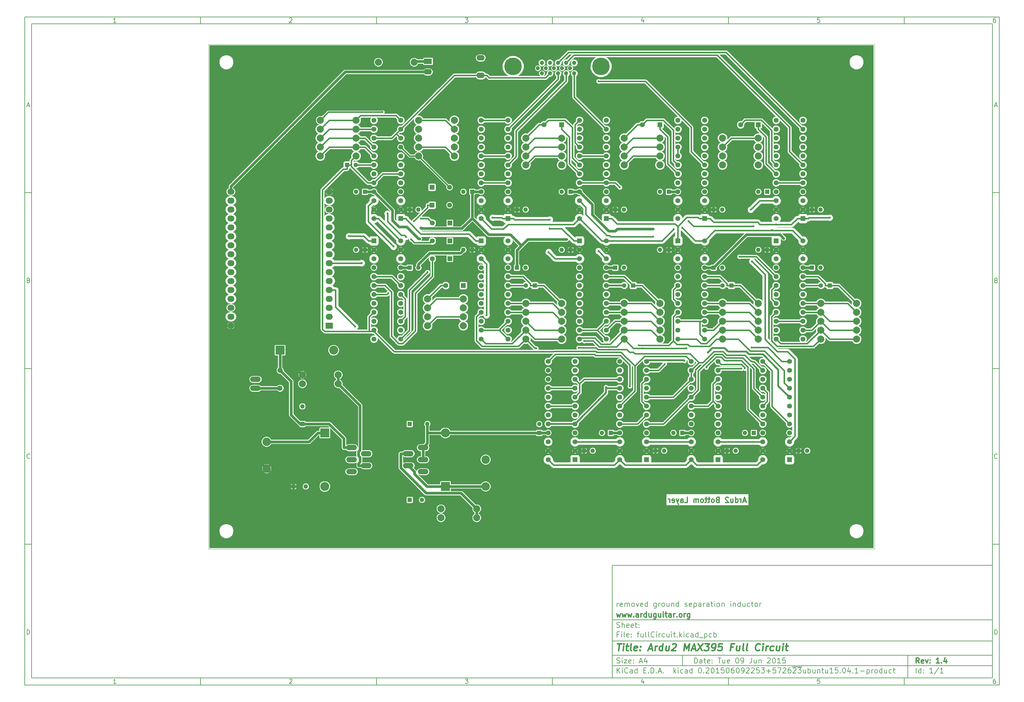
<source format=gbl>
G04 #@! TF.FileFunction,Copper,L2,Bot,Mixed*
%FSLAX46Y46*%
G04 Gerber Fmt 4.6, Leading zero omitted, Abs format (unit mm)*
G04 Created by KiCad (PCBNEW 0.201506092253+5726~23~ubuntu15.04.1-product) date Thu 11 Jun 2015 08:03:58 PM CEST*
%MOMM*%
G01*
G04 APERTURE LIST*
%ADD10C,0.100000*%
%ADD11C,0.150000*%
%ADD12C,0.300000*%
%ADD13C,0.400000*%
%ADD14R,1.300000X1.300000*%
%ADD15C,1.300000*%
%ADD16R,1.400000X1.400000*%
%ADD17C,1.400000*%
%ADD18C,2.540000*%
%ADD19R,2.540000X2.540000*%
%ADD20C,2.400000*%
%ADD21O,3.014980X1.506220*%
%ADD22C,1.998980*%
%ADD23R,1.397000X1.397000*%
%ADD24C,1.397000*%
%ADD25C,5.001260*%
%ADD26C,1.198880*%
%ADD27O,3.048000X1.524000*%
%ADD28O,2.032000X1.727200*%
%ADD29R,2.032000X1.727200*%
%ADD30R,2.286000X1.574800*%
%ADD31O,2.286000X1.574800*%
%ADD32C,1.501140*%
%ADD33C,0.600000*%
%ADD34C,0.762000*%
%ADD35C,0.381000*%
%ADD36C,0.508000*%
%ADD37C,0.025400*%
G04 APERTURE END LIST*
D10*
D11*
X177002200Y-166007200D02*
X177002200Y-198007200D01*
X285002200Y-198007200D01*
X285002200Y-166007200D01*
X177002200Y-166007200D01*
D10*
D11*
X10000000Y-10000000D02*
X10000000Y-200007200D01*
X287002200Y-200007200D01*
X287002200Y-10000000D01*
X10000000Y-10000000D01*
D10*
D11*
X12000000Y-12000000D02*
X12000000Y-198007200D01*
X285002200Y-198007200D01*
X285002200Y-12000000D01*
X12000000Y-12000000D01*
D10*
D11*
X60000000Y-12000000D02*
X60000000Y-10000000D01*
D10*
D11*
X110000000Y-12000000D02*
X110000000Y-10000000D01*
D10*
D11*
X160000000Y-12000000D02*
X160000000Y-10000000D01*
D10*
D11*
X210000000Y-12000000D02*
X210000000Y-10000000D01*
D10*
D11*
X260000000Y-12000000D02*
X260000000Y-10000000D01*
D10*
D11*
X35990476Y-11588095D02*
X35247619Y-11588095D01*
X35619048Y-11588095D02*
X35619048Y-10288095D01*
X35495238Y-10473810D01*
X35371429Y-10597619D01*
X35247619Y-10659524D01*
D10*
D11*
X85247619Y-10411905D02*
X85309524Y-10350000D01*
X85433333Y-10288095D01*
X85742857Y-10288095D01*
X85866667Y-10350000D01*
X85928571Y-10411905D01*
X85990476Y-10535714D01*
X85990476Y-10659524D01*
X85928571Y-10845238D01*
X85185714Y-11588095D01*
X85990476Y-11588095D01*
D10*
D11*
X135185714Y-10288095D02*
X135990476Y-10288095D01*
X135557143Y-10783333D01*
X135742857Y-10783333D01*
X135866667Y-10845238D01*
X135928571Y-10907143D01*
X135990476Y-11030952D01*
X135990476Y-11340476D01*
X135928571Y-11464286D01*
X135866667Y-11526190D01*
X135742857Y-11588095D01*
X135371429Y-11588095D01*
X135247619Y-11526190D01*
X135185714Y-11464286D01*
D10*
D11*
X185866667Y-10721429D02*
X185866667Y-11588095D01*
X185557143Y-10226190D02*
X185247619Y-11154762D01*
X186052381Y-11154762D01*
D10*
D11*
X235928571Y-10288095D02*
X235309524Y-10288095D01*
X235247619Y-10907143D01*
X235309524Y-10845238D01*
X235433333Y-10783333D01*
X235742857Y-10783333D01*
X235866667Y-10845238D01*
X235928571Y-10907143D01*
X235990476Y-11030952D01*
X235990476Y-11340476D01*
X235928571Y-11464286D01*
X235866667Y-11526190D01*
X235742857Y-11588095D01*
X235433333Y-11588095D01*
X235309524Y-11526190D01*
X235247619Y-11464286D01*
D10*
D11*
X285866667Y-10288095D02*
X285619048Y-10288095D01*
X285495238Y-10350000D01*
X285433333Y-10411905D01*
X285309524Y-10597619D01*
X285247619Y-10845238D01*
X285247619Y-11340476D01*
X285309524Y-11464286D01*
X285371429Y-11526190D01*
X285495238Y-11588095D01*
X285742857Y-11588095D01*
X285866667Y-11526190D01*
X285928571Y-11464286D01*
X285990476Y-11340476D01*
X285990476Y-11030952D01*
X285928571Y-10907143D01*
X285866667Y-10845238D01*
X285742857Y-10783333D01*
X285495238Y-10783333D01*
X285371429Y-10845238D01*
X285309524Y-10907143D01*
X285247619Y-11030952D01*
D10*
D11*
X60000000Y-198007200D02*
X60000000Y-200007200D01*
D10*
D11*
X110000000Y-198007200D02*
X110000000Y-200007200D01*
D10*
D11*
X160000000Y-198007200D02*
X160000000Y-200007200D01*
D10*
D11*
X210000000Y-198007200D02*
X210000000Y-200007200D01*
D10*
D11*
X260000000Y-198007200D02*
X260000000Y-200007200D01*
D10*
D11*
X35990476Y-199595295D02*
X35247619Y-199595295D01*
X35619048Y-199595295D02*
X35619048Y-198295295D01*
X35495238Y-198481010D01*
X35371429Y-198604819D01*
X35247619Y-198666724D01*
D10*
D11*
X85247619Y-198419105D02*
X85309524Y-198357200D01*
X85433333Y-198295295D01*
X85742857Y-198295295D01*
X85866667Y-198357200D01*
X85928571Y-198419105D01*
X85990476Y-198542914D01*
X85990476Y-198666724D01*
X85928571Y-198852438D01*
X85185714Y-199595295D01*
X85990476Y-199595295D01*
D10*
D11*
X135185714Y-198295295D02*
X135990476Y-198295295D01*
X135557143Y-198790533D01*
X135742857Y-198790533D01*
X135866667Y-198852438D01*
X135928571Y-198914343D01*
X135990476Y-199038152D01*
X135990476Y-199347676D01*
X135928571Y-199471486D01*
X135866667Y-199533390D01*
X135742857Y-199595295D01*
X135371429Y-199595295D01*
X135247619Y-199533390D01*
X135185714Y-199471486D01*
D10*
D11*
X185866667Y-198728629D02*
X185866667Y-199595295D01*
X185557143Y-198233390D02*
X185247619Y-199161962D01*
X186052381Y-199161962D01*
D10*
D11*
X235928571Y-198295295D02*
X235309524Y-198295295D01*
X235247619Y-198914343D01*
X235309524Y-198852438D01*
X235433333Y-198790533D01*
X235742857Y-198790533D01*
X235866667Y-198852438D01*
X235928571Y-198914343D01*
X235990476Y-199038152D01*
X235990476Y-199347676D01*
X235928571Y-199471486D01*
X235866667Y-199533390D01*
X235742857Y-199595295D01*
X235433333Y-199595295D01*
X235309524Y-199533390D01*
X235247619Y-199471486D01*
D10*
D11*
X285866667Y-198295295D02*
X285619048Y-198295295D01*
X285495238Y-198357200D01*
X285433333Y-198419105D01*
X285309524Y-198604819D01*
X285247619Y-198852438D01*
X285247619Y-199347676D01*
X285309524Y-199471486D01*
X285371429Y-199533390D01*
X285495238Y-199595295D01*
X285742857Y-199595295D01*
X285866667Y-199533390D01*
X285928571Y-199471486D01*
X285990476Y-199347676D01*
X285990476Y-199038152D01*
X285928571Y-198914343D01*
X285866667Y-198852438D01*
X285742857Y-198790533D01*
X285495238Y-198790533D01*
X285371429Y-198852438D01*
X285309524Y-198914343D01*
X285247619Y-199038152D01*
D10*
D11*
X10000000Y-60000000D02*
X12000000Y-60000000D01*
D10*
D11*
X10000000Y-110000000D02*
X12000000Y-110000000D01*
D10*
D11*
X10000000Y-160000000D02*
X12000000Y-160000000D01*
D10*
D11*
X10690476Y-35216667D02*
X11309524Y-35216667D01*
X10566667Y-35588095D02*
X11000000Y-34288095D01*
X11433333Y-35588095D01*
D10*
D11*
X11092857Y-84907143D02*
X11278571Y-84969048D01*
X11340476Y-85030952D01*
X11402381Y-85154762D01*
X11402381Y-85340476D01*
X11340476Y-85464286D01*
X11278571Y-85526190D01*
X11154762Y-85588095D01*
X10659524Y-85588095D01*
X10659524Y-84288095D01*
X11092857Y-84288095D01*
X11216667Y-84350000D01*
X11278571Y-84411905D01*
X11340476Y-84535714D01*
X11340476Y-84659524D01*
X11278571Y-84783333D01*
X11216667Y-84845238D01*
X11092857Y-84907143D01*
X10659524Y-84907143D01*
D10*
D11*
X11402381Y-135464286D02*
X11340476Y-135526190D01*
X11154762Y-135588095D01*
X11030952Y-135588095D01*
X10845238Y-135526190D01*
X10721429Y-135402381D01*
X10659524Y-135278571D01*
X10597619Y-135030952D01*
X10597619Y-134845238D01*
X10659524Y-134597619D01*
X10721429Y-134473810D01*
X10845238Y-134350000D01*
X11030952Y-134288095D01*
X11154762Y-134288095D01*
X11340476Y-134350000D01*
X11402381Y-134411905D01*
D10*
D11*
X10659524Y-185588095D02*
X10659524Y-184288095D01*
X10969048Y-184288095D01*
X11154762Y-184350000D01*
X11278571Y-184473810D01*
X11340476Y-184597619D01*
X11402381Y-184845238D01*
X11402381Y-185030952D01*
X11340476Y-185278571D01*
X11278571Y-185402381D01*
X11154762Y-185526190D01*
X10969048Y-185588095D01*
X10659524Y-185588095D01*
D10*
D11*
X287002200Y-60000000D02*
X285002200Y-60000000D01*
D10*
D11*
X287002200Y-110000000D02*
X285002200Y-110000000D01*
D10*
D11*
X287002200Y-160000000D02*
X285002200Y-160000000D01*
D10*
D11*
X285692676Y-35216667D02*
X286311724Y-35216667D01*
X285568867Y-35588095D02*
X286002200Y-34288095D01*
X286435533Y-35588095D01*
D10*
D11*
X286095057Y-84907143D02*
X286280771Y-84969048D01*
X286342676Y-85030952D01*
X286404581Y-85154762D01*
X286404581Y-85340476D01*
X286342676Y-85464286D01*
X286280771Y-85526190D01*
X286156962Y-85588095D01*
X285661724Y-85588095D01*
X285661724Y-84288095D01*
X286095057Y-84288095D01*
X286218867Y-84350000D01*
X286280771Y-84411905D01*
X286342676Y-84535714D01*
X286342676Y-84659524D01*
X286280771Y-84783333D01*
X286218867Y-84845238D01*
X286095057Y-84907143D01*
X285661724Y-84907143D01*
D10*
D11*
X286404581Y-135464286D02*
X286342676Y-135526190D01*
X286156962Y-135588095D01*
X286033152Y-135588095D01*
X285847438Y-135526190D01*
X285723629Y-135402381D01*
X285661724Y-135278571D01*
X285599819Y-135030952D01*
X285599819Y-134845238D01*
X285661724Y-134597619D01*
X285723629Y-134473810D01*
X285847438Y-134350000D01*
X286033152Y-134288095D01*
X286156962Y-134288095D01*
X286342676Y-134350000D01*
X286404581Y-134411905D01*
D10*
D11*
X285661724Y-185588095D02*
X285661724Y-184288095D01*
X285971248Y-184288095D01*
X286156962Y-184350000D01*
X286280771Y-184473810D01*
X286342676Y-184597619D01*
X286404581Y-184845238D01*
X286404581Y-185030952D01*
X286342676Y-185278571D01*
X286280771Y-185402381D01*
X286156962Y-185526190D01*
X285971248Y-185588095D01*
X285661724Y-185588095D01*
D10*
D11*
X200359343Y-193785771D02*
X200359343Y-192285771D01*
X200716486Y-192285771D01*
X200930771Y-192357200D01*
X201073629Y-192500057D01*
X201145057Y-192642914D01*
X201216486Y-192928629D01*
X201216486Y-193142914D01*
X201145057Y-193428629D01*
X201073629Y-193571486D01*
X200930771Y-193714343D01*
X200716486Y-193785771D01*
X200359343Y-193785771D01*
X202502200Y-193785771D02*
X202502200Y-193000057D01*
X202430771Y-192857200D01*
X202287914Y-192785771D01*
X202002200Y-192785771D01*
X201859343Y-192857200D01*
X202502200Y-193714343D02*
X202359343Y-193785771D01*
X202002200Y-193785771D01*
X201859343Y-193714343D01*
X201787914Y-193571486D01*
X201787914Y-193428629D01*
X201859343Y-193285771D01*
X202002200Y-193214343D01*
X202359343Y-193214343D01*
X202502200Y-193142914D01*
X203002200Y-192785771D02*
X203573629Y-192785771D01*
X203216486Y-192285771D02*
X203216486Y-193571486D01*
X203287914Y-193714343D01*
X203430772Y-193785771D01*
X203573629Y-193785771D01*
X204645057Y-193714343D02*
X204502200Y-193785771D01*
X204216486Y-193785771D01*
X204073629Y-193714343D01*
X204002200Y-193571486D01*
X204002200Y-193000057D01*
X204073629Y-192857200D01*
X204216486Y-192785771D01*
X204502200Y-192785771D01*
X204645057Y-192857200D01*
X204716486Y-193000057D01*
X204716486Y-193142914D01*
X204002200Y-193285771D01*
X205359343Y-193642914D02*
X205430771Y-193714343D01*
X205359343Y-193785771D01*
X205287914Y-193714343D01*
X205359343Y-193642914D01*
X205359343Y-193785771D01*
X205359343Y-192857200D02*
X205430771Y-192928629D01*
X205359343Y-193000057D01*
X205287914Y-192928629D01*
X205359343Y-192857200D01*
X205359343Y-193000057D01*
X207002200Y-192285771D02*
X207859343Y-192285771D01*
X207430772Y-193785771D02*
X207430772Y-192285771D01*
X209002200Y-192785771D02*
X209002200Y-193785771D01*
X208359343Y-192785771D02*
X208359343Y-193571486D01*
X208430771Y-193714343D01*
X208573629Y-193785771D01*
X208787914Y-193785771D01*
X208930771Y-193714343D01*
X209002200Y-193642914D01*
X210287914Y-193714343D02*
X210145057Y-193785771D01*
X209859343Y-193785771D01*
X209716486Y-193714343D01*
X209645057Y-193571486D01*
X209645057Y-193000057D01*
X209716486Y-192857200D01*
X209859343Y-192785771D01*
X210145057Y-192785771D01*
X210287914Y-192857200D01*
X210359343Y-193000057D01*
X210359343Y-193142914D01*
X209645057Y-193285771D01*
X212430771Y-192285771D02*
X212573628Y-192285771D01*
X212716485Y-192357200D01*
X212787914Y-192428629D01*
X212859343Y-192571486D01*
X212930771Y-192857200D01*
X212930771Y-193214343D01*
X212859343Y-193500057D01*
X212787914Y-193642914D01*
X212716485Y-193714343D01*
X212573628Y-193785771D01*
X212430771Y-193785771D01*
X212287914Y-193714343D01*
X212216485Y-193642914D01*
X212145057Y-193500057D01*
X212073628Y-193214343D01*
X212073628Y-192857200D01*
X212145057Y-192571486D01*
X212216485Y-192428629D01*
X212287914Y-192357200D01*
X212430771Y-192285771D01*
X213645056Y-193785771D02*
X213930771Y-193785771D01*
X214073628Y-193714343D01*
X214145056Y-193642914D01*
X214287914Y-193428629D01*
X214359342Y-193142914D01*
X214359342Y-192571486D01*
X214287914Y-192428629D01*
X214216485Y-192357200D01*
X214073628Y-192285771D01*
X213787914Y-192285771D01*
X213645056Y-192357200D01*
X213573628Y-192428629D01*
X213502199Y-192571486D01*
X213502199Y-192928629D01*
X213573628Y-193071486D01*
X213645056Y-193142914D01*
X213787914Y-193214343D01*
X214073628Y-193214343D01*
X214216485Y-193142914D01*
X214287914Y-193071486D01*
X214359342Y-192928629D01*
X216573627Y-192285771D02*
X216573627Y-193357200D01*
X216502199Y-193571486D01*
X216359342Y-193714343D01*
X216145056Y-193785771D01*
X216002199Y-193785771D01*
X217930770Y-192785771D02*
X217930770Y-193785771D01*
X217287913Y-192785771D02*
X217287913Y-193571486D01*
X217359341Y-193714343D01*
X217502199Y-193785771D01*
X217716484Y-193785771D01*
X217859341Y-193714343D01*
X217930770Y-193642914D01*
X218645056Y-192785771D02*
X218645056Y-193785771D01*
X218645056Y-192928629D02*
X218716484Y-192857200D01*
X218859342Y-192785771D01*
X219073627Y-192785771D01*
X219216484Y-192857200D01*
X219287913Y-193000057D01*
X219287913Y-193785771D01*
X221073627Y-192428629D02*
X221145056Y-192357200D01*
X221287913Y-192285771D01*
X221645056Y-192285771D01*
X221787913Y-192357200D01*
X221859342Y-192428629D01*
X221930770Y-192571486D01*
X221930770Y-192714343D01*
X221859342Y-192928629D01*
X221002199Y-193785771D01*
X221930770Y-193785771D01*
X222859341Y-192285771D02*
X223002198Y-192285771D01*
X223145055Y-192357200D01*
X223216484Y-192428629D01*
X223287913Y-192571486D01*
X223359341Y-192857200D01*
X223359341Y-193214343D01*
X223287913Y-193500057D01*
X223216484Y-193642914D01*
X223145055Y-193714343D01*
X223002198Y-193785771D01*
X222859341Y-193785771D01*
X222716484Y-193714343D01*
X222645055Y-193642914D01*
X222573627Y-193500057D01*
X222502198Y-193214343D01*
X222502198Y-192857200D01*
X222573627Y-192571486D01*
X222645055Y-192428629D01*
X222716484Y-192357200D01*
X222859341Y-192285771D01*
X224787912Y-193785771D02*
X223930769Y-193785771D01*
X224359341Y-193785771D02*
X224359341Y-192285771D01*
X224216484Y-192500057D01*
X224073626Y-192642914D01*
X223930769Y-192714343D01*
X226145055Y-192285771D02*
X225430769Y-192285771D01*
X225359340Y-193000057D01*
X225430769Y-192928629D01*
X225573626Y-192857200D01*
X225930769Y-192857200D01*
X226073626Y-192928629D01*
X226145055Y-193000057D01*
X226216483Y-193142914D01*
X226216483Y-193500057D01*
X226145055Y-193642914D01*
X226073626Y-193714343D01*
X225930769Y-193785771D01*
X225573626Y-193785771D01*
X225430769Y-193714343D01*
X225359340Y-193642914D01*
D10*
D11*
X177002200Y-194507200D02*
X285002200Y-194507200D01*
D10*
D11*
X178359343Y-196585771D02*
X178359343Y-195085771D01*
X179216486Y-196585771D02*
X178573629Y-195728629D01*
X179216486Y-195085771D02*
X178359343Y-195942914D01*
X179859343Y-196585771D02*
X179859343Y-195585771D01*
X179859343Y-195085771D02*
X179787914Y-195157200D01*
X179859343Y-195228629D01*
X179930771Y-195157200D01*
X179859343Y-195085771D01*
X179859343Y-195228629D01*
X181430772Y-196442914D02*
X181359343Y-196514343D01*
X181145057Y-196585771D01*
X181002200Y-196585771D01*
X180787915Y-196514343D01*
X180645057Y-196371486D01*
X180573629Y-196228629D01*
X180502200Y-195942914D01*
X180502200Y-195728629D01*
X180573629Y-195442914D01*
X180645057Y-195300057D01*
X180787915Y-195157200D01*
X181002200Y-195085771D01*
X181145057Y-195085771D01*
X181359343Y-195157200D01*
X181430772Y-195228629D01*
X182716486Y-196585771D02*
X182716486Y-195800057D01*
X182645057Y-195657200D01*
X182502200Y-195585771D01*
X182216486Y-195585771D01*
X182073629Y-195657200D01*
X182716486Y-196514343D02*
X182573629Y-196585771D01*
X182216486Y-196585771D01*
X182073629Y-196514343D01*
X182002200Y-196371486D01*
X182002200Y-196228629D01*
X182073629Y-196085771D01*
X182216486Y-196014343D01*
X182573629Y-196014343D01*
X182716486Y-195942914D01*
X184073629Y-196585771D02*
X184073629Y-195085771D01*
X184073629Y-196514343D02*
X183930772Y-196585771D01*
X183645058Y-196585771D01*
X183502200Y-196514343D01*
X183430772Y-196442914D01*
X183359343Y-196300057D01*
X183359343Y-195871486D01*
X183430772Y-195728629D01*
X183502200Y-195657200D01*
X183645058Y-195585771D01*
X183930772Y-195585771D01*
X184073629Y-195657200D01*
X185930772Y-195800057D02*
X186430772Y-195800057D01*
X186645058Y-196585771D02*
X185930772Y-196585771D01*
X185930772Y-195085771D01*
X186645058Y-195085771D01*
X187287915Y-196442914D02*
X187359343Y-196514343D01*
X187287915Y-196585771D01*
X187216486Y-196514343D01*
X187287915Y-196442914D01*
X187287915Y-196585771D01*
X188002201Y-196585771D02*
X188002201Y-195085771D01*
X188359344Y-195085771D01*
X188573629Y-195157200D01*
X188716487Y-195300057D01*
X188787915Y-195442914D01*
X188859344Y-195728629D01*
X188859344Y-195942914D01*
X188787915Y-196228629D01*
X188716487Y-196371486D01*
X188573629Y-196514343D01*
X188359344Y-196585771D01*
X188002201Y-196585771D01*
X189502201Y-196442914D02*
X189573629Y-196514343D01*
X189502201Y-196585771D01*
X189430772Y-196514343D01*
X189502201Y-196442914D01*
X189502201Y-196585771D01*
X190145058Y-196157200D02*
X190859344Y-196157200D01*
X190002201Y-196585771D02*
X190502201Y-195085771D01*
X191002201Y-196585771D01*
X191502201Y-196442914D02*
X191573629Y-196514343D01*
X191502201Y-196585771D01*
X191430772Y-196514343D01*
X191502201Y-196442914D01*
X191502201Y-196585771D01*
X194502201Y-196585771D02*
X194502201Y-195085771D01*
X194645058Y-196014343D02*
X195073629Y-196585771D01*
X195073629Y-195585771D02*
X194502201Y-196157200D01*
X195716487Y-196585771D02*
X195716487Y-195585771D01*
X195716487Y-195085771D02*
X195645058Y-195157200D01*
X195716487Y-195228629D01*
X195787915Y-195157200D01*
X195716487Y-195085771D01*
X195716487Y-195228629D01*
X197073630Y-196514343D02*
X196930773Y-196585771D01*
X196645059Y-196585771D01*
X196502201Y-196514343D01*
X196430773Y-196442914D01*
X196359344Y-196300057D01*
X196359344Y-195871486D01*
X196430773Y-195728629D01*
X196502201Y-195657200D01*
X196645059Y-195585771D01*
X196930773Y-195585771D01*
X197073630Y-195657200D01*
X198359344Y-196585771D02*
X198359344Y-195800057D01*
X198287915Y-195657200D01*
X198145058Y-195585771D01*
X197859344Y-195585771D01*
X197716487Y-195657200D01*
X198359344Y-196514343D02*
X198216487Y-196585771D01*
X197859344Y-196585771D01*
X197716487Y-196514343D01*
X197645058Y-196371486D01*
X197645058Y-196228629D01*
X197716487Y-196085771D01*
X197859344Y-196014343D01*
X198216487Y-196014343D01*
X198359344Y-195942914D01*
X199716487Y-196585771D02*
X199716487Y-195085771D01*
X199716487Y-196514343D02*
X199573630Y-196585771D01*
X199287916Y-196585771D01*
X199145058Y-196514343D01*
X199073630Y-196442914D01*
X199002201Y-196300057D01*
X199002201Y-195871486D01*
X199073630Y-195728629D01*
X199145058Y-195657200D01*
X199287916Y-195585771D01*
X199573630Y-195585771D01*
X199716487Y-195657200D01*
X201859344Y-195085771D02*
X202002201Y-195085771D01*
X202145058Y-195157200D01*
X202216487Y-195228629D01*
X202287916Y-195371486D01*
X202359344Y-195657200D01*
X202359344Y-196014343D01*
X202287916Y-196300057D01*
X202216487Y-196442914D01*
X202145058Y-196514343D01*
X202002201Y-196585771D01*
X201859344Y-196585771D01*
X201716487Y-196514343D01*
X201645058Y-196442914D01*
X201573630Y-196300057D01*
X201502201Y-196014343D01*
X201502201Y-195657200D01*
X201573630Y-195371486D01*
X201645058Y-195228629D01*
X201716487Y-195157200D01*
X201859344Y-195085771D01*
X203002201Y-196442914D02*
X203073629Y-196514343D01*
X203002201Y-196585771D01*
X202930772Y-196514343D01*
X203002201Y-196442914D01*
X203002201Y-196585771D01*
X203645058Y-195228629D02*
X203716487Y-195157200D01*
X203859344Y-195085771D01*
X204216487Y-195085771D01*
X204359344Y-195157200D01*
X204430773Y-195228629D01*
X204502201Y-195371486D01*
X204502201Y-195514343D01*
X204430773Y-195728629D01*
X203573630Y-196585771D01*
X204502201Y-196585771D01*
X205430772Y-195085771D02*
X205573629Y-195085771D01*
X205716486Y-195157200D01*
X205787915Y-195228629D01*
X205859344Y-195371486D01*
X205930772Y-195657200D01*
X205930772Y-196014343D01*
X205859344Y-196300057D01*
X205787915Y-196442914D01*
X205716486Y-196514343D01*
X205573629Y-196585771D01*
X205430772Y-196585771D01*
X205287915Y-196514343D01*
X205216486Y-196442914D01*
X205145058Y-196300057D01*
X205073629Y-196014343D01*
X205073629Y-195657200D01*
X205145058Y-195371486D01*
X205216486Y-195228629D01*
X205287915Y-195157200D01*
X205430772Y-195085771D01*
X207359343Y-196585771D02*
X206502200Y-196585771D01*
X206930772Y-196585771D02*
X206930772Y-195085771D01*
X206787915Y-195300057D01*
X206645057Y-195442914D01*
X206502200Y-195514343D01*
X208716486Y-195085771D02*
X208002200Y-195085771D01*
X207930771Y-195800057D01*
X208002200Y-195728629D01*
X208145057Y-195657200D01*
X208502200Y-195657200D01*
X208645057Y-195728629D01*
X208716486Y-195800057D01*
X208787914Y-195942914D01*
X208787914Y-196300057D01*
X208716486Y-196442914D01*
X208645057Y-196514343D01*
X208502200Y-196585771D01*
X208145057Y-196585771D01*
X208002200Y-196514343D01*
X207930771Y-196442914D01*
X209716485Y-195085771D02*
X209859342Y-195085771D01*
X210002199Y-195157200D01*
X210073628Y-195228629D01*
X210145057Y-195371486D01*
X210216485Y-195657200D01*
X210216485Y-196014343D01*
X210145057Y-196300057D01*
X210073628Y-196442914D01*
X210002199Y-196514343D01*
X209859342Y-196585771D01*
X209716485Y-196585771D01*
X209573628Y-196514343D01*
X209502199Y-196442914D01*
X209430771Y-196300057D01*
X209359342Y-196014343D01*
X209359342Y-195657200D01*
X209430771Y-195371486D01*
X209502199Y-195228629D01*
X209573628Y-195157200D01*
X209716485Y-195085771D01*
X211502199Y-195085771D02*
X211216485Y-195085771D01*
X211073628Y-195157200D01*
X211002199Y-195228629D01*
X210859342Y-195442914D01*
X210787913Y-195728629D01*
X210787913Y-196300057D01*
X210859342Y-196442914D01*
X210930770Y-196514343D01*
X211073628Y-196585771D01*
X211359342Y-196585771D01*
X211502199Y-196514343D01*
X211573628Y-196442914D01*
X211645056Y-196300057D01*
X211645056Y-195942914D01*
X211573628Y-195800057D01*
X211502199Y-195728629D01*
X211359342Y-195657200D01*
X211073628Y-195657200D01*
X210930770Y-195728629D01*
X210859342Y-195800057D01*
X210787913Y-195942914D01*
X212573627Y-195085771D02*
X212716484Y-195085771D01*
X212859341Y-195157200D01*
X212930770Y-195228629D01*
X213002199Y-195371486D01*
X213073627Y-195657200D01*
X213073627Y-196014343D01*
X213002199Y-196300057D01*
X212930770Y-196442914D01*
X212859341Y-196514343D01*
X212716484Y-196585771D01*
X212573627Y-196585771D01*
X212430770Y-196514343D01*
X212359341Y-196442914D01*
X212287913Y-196300057D01*
X212216484Y-196014343D01*
X212216484Y-195657200D01*
X212287913Y-195371486D01*
X212359341Y-195228629D01*
X212430770Y-195157200D01*
X212573627Y-195085771D01*
X213787912Y-196585771D02*
X214073627Y-196585771D01*
X214216484Y-196514343D01*
X214287912Y-196442914D01*
X214430770Y-196228629D01*
X214502198Y-195942914D01*
X214502198Y-195371486D01*
X214430770Y-195228629D01*
X214359341Y-195157200D01*
X214216484Y-195085771D01*
X213930770Y-195085771D01*
X213787912Y-195157200D01*
X213716484Y-195228629D01*
X213645055Y-195371486D01*
X213645055Y-195728629D01*
X213716484Y-195871486D01*
X213787912Y-195942914D01*
X213930770Y-196014343D01*
X214216484Y-196014343D01*
X214359341Y-195942914D01*
X214430770Y-195871486D01*
X214502198Y-195728629D01*
X215073626Y-195228629D02*
X215145055Y-195157200D01*
X215287912Y-195085771D01*
X215645055Y-195085771D01*
X215787912Y-195157200D01*
X215859341Y-195228629D01*
X215930769Y-195371486D01*
X215930769Y-195514343D01*
X215859341Y-195728629D01*
X215002198Y-196585771D01*
X215930769Y-196585771D01*
X216502197Y-195228629D02*
X216573626Y-195157200D01*
X216716483Y-195085771D01*
X217073626Y-195085771D01*
X217216483Y-195157200D01*
X217287912Y-195228629D01*
X217359340Y-195371486D01*
X217359340Y-195514343D01*
X217287912Y-195728629D01*
X216430769Y-196585771D01*
X217359340Y-196585771D01*
X218716483Y-195085771D02*
X218002197Y-195085771D01*
X217930768Y-195800057D01*
X218002197Y-195728629D01*
X218145054Y-195657200D01*
X218502197Y-195657200D01*
X218645054Y-195728629D01*
X218716483Y-195800057D01*
X218787911Y-195942914D01*
X218787911Y-196300057D01*
X218716483Y-196442914D01*
X218645054Y-196514343D01*
X218502197Y-196585771D01*
X218145054Y-196585771D01*
X218002197Y-196514343D01*
X217930768Y-196442914D01*
X219287911Y-195085771D02*
X220216482Y-195085771D01*
X219716482Y-195657200D01*
X219930768Y-195657200D01*
X220073625Y-195728629D01*
X220145054Y-195800057D01*
X220216482Y-195942914D01*
X220216482Y-196300057D01*
X220145054Y-196442914D01*
X220073625Y-196514343D01*
X219930768Y-196585771D01*
X219502196Y-196585771D01*
X219359339Y-196514343D01*
X219287911Y-196442914D01*
X220859339Y-196014343D02*
X222002196Y-196014343D01*
X221430767Y-196585771D02*
X221430767Y-195442914D01*
X223430768Y-195085771D02*
X222716482Y-195085771D01*
X222645053Y-195800057D01*
X222716482Y-195728629D01*
X222859339Y-195657200D01*
X223216482Y-195657200D01*
X223359339Y-195728629D01*
X223430768Y-195800057D01*
X223502196Y-195942914D01*
X223502196Y-196300057D01*
X223430768Y-196442914D01*
X223359339Y-196514343D01*
X223216482Y-196585771D01*
X222859339Y-196585771D01*
X222716482Y-196514343D01*
X222645053Y-196442914D01*
X224002196Y-195085771D02*
X225002196Y-195085771D01*
X224359339Y-196585771D01*
X225502195Y-195228629D02*
X225573624Y-195157200D01*
X225716481Y-195085771D01*
X226073624Y-195085771D01*
X226216481Y-195157200D01*
X226287910Y-195228629D01*
X226359338Y-195371486D01*
X226359338Y-195514343D01*
X226287910Y-195728629D01*
X225430767Y-196585771D01*
X226359338Y-196585771D01*
X227645052Y-195085771D02*
X227359338Y-195085771D01*
X227216481Y-195157200D01*
X227145052Y-195228629D01*
X227002195Y-195442914D01*
X226930766Y-195728629D01*
X226930766Y-196300057D01*
X227002195Y-196442914D01*
X227073623Y-196514343D01*
X227216481Y-196585771D01*
X227502195Y-196585771D01*
X227645052Y-196514343D01*
X227716481Y-196442914D01*
X227787909Y-196300057D01*
X227787909Y-195942914D01*
X227716481Y-195800057D01*
X227645052Y-195728629D01*
X227502195Y-195657200D01*
X227216481Y-195657200D01*
X227073623Y-195728629D01*
X227002195Y-195800057D01*
X226930766Y-195942914D01*
X228359337Y-195228629D02*
X228430766Y-195157200D01*
X228573623Y-195085771D01*
X228930766Y-195085771D01*
X229073623Y-195157200D01*
X229145052Y-195228629D01*
X229216480Y-195371486D01*
X229216480Y-195514343D01*
X229145052Y-195728629D01*
X228287909Y-196585771D01*
X229216480Y-196585771D01*
X229716480Y-195085771D02*
X230645051Y-195085771D01*
X230145051Y-195657200D01*
X230359337Y-195657200D01*
X230502194Y-195728629D01*
X230573623Y-195800057D01*
X230645051Y-195942914D01*
X230645051Y-196300057D01*
X230573623Y-196442914D01*
X230502194Y-196514343D01*
X230359337Y-196585771D01*
X229930765Y-196585771D01*
X229787908Y-196514343D01*
X229716480Y-196442914D01*
X228073623Y-194827200D02*
X230930765Y-194827200D01*
X231930765Y-195585771D02*
X231930765Y-196585771D01*
X231287908Y-195585771D02*
X231287908Y-196371486D01*
X231359336Y-196514343D01*
X231502194Y-196585771D01*
X231716479Y-196585771D01*
X231859336Y-196514343D01*
X231930765Y-196442914D01*
X232645051Y-196585771D02*
X232645051Y-195085771D01*
X232645051Y-195657200D02*
X232787908Y-195585771D01*
X233073622Y-195585771D01*
X233216479Y-195657200D01*
X233287908Y-195728629D01*
X233359337Y-195871486D01*
X233359337Y-196300057D01*
X233287908Y-196442914D01*
X233216479Y-196514343D01*
X233073622Y-196585771D01*
X232787908Y-196585771D01*
X232645051Y-196514343D01*
X234645051Y-195585771D02*
X234645051Y-196585771D01*
X234002194Y-195585771D02*
X234002194Y-196371486D01*
X234073622Y-196514343D01*
X234216480Y-196585771D01*
X234430765Y-196585771D01*
X234573622Y-196514343D01*
X234645051Y-196442914D01*
X235359337Y-195585771D02*
X235359337Y-196585771D01*
X235359337Y-195728629D02*
X235430765Y-195657200D01*
X235573623Y-195585771D01*
X235787908Y-195585771D01*
X235930765Y-195657200D01*
X236002194Y-195800057D01*
X236002194Y-196585771D01*
X236502194Y-195585771D02*
X237073623Y-195585771D01*
X236716480Y-195085771D02*
X236716480Y-196371486D01*
X236787908Y-196514343D01*
X236930766Y-196585771D01*
X237073623Y-196585771D01*
X238216480Y-195585771D02*
X238216480Y-196585771D01*
X237573623Y-195585771D02*
X237573623Y-196371486D01*
X237645051Y-196514343D01*
X237787909Y-196585771D01*
X238002194Y-196585771D01*
X238145051Y-196514343D01*
X238216480Y-196442914D01*
X239716480Y-196585771D02*
X238859337Y-196585771D01*
X239287909Y-196585771D02*
X239287909Y-195085771D01*
X239145052Y-195300057D01*
X239002194Y-195442914D01*
X238859337Y-195514343D01*
X241073623Y-195085771D02*
X240359337Y-195085771D01*
X240287908Y-195800057D01*
X240359337Y-195728629D01*
X240502194Y-195657200D01*
X240859337Y-195657200D01*
X241002194Y-195728629D01*
X241073623Y-195800057D01*
X241145051Y-195942914D01*
X241145051Y-196300057D01*
X241073623Y-196442914D01*
X241002194Y-196514343D01*
X240859337Y-196585771D01*
X240502194Y-196585771D01*
X240359337Y-196514343D01*
X240287908Y-196442914D01*
X241787908Y-196442914D02*
X241859336Y-196514343D01*
X241787908Y-196585771D01*
X241716479Y-196514343D01*
X241787908Y-196442914D01*
X241787908Y-196585771D01*
X242787908Y-195085771D02*
X242930765Y-195085771D01*
X243073622Y-195157200D01*
X243145051Y-195228629D01*
X243216480Y-195371486D01*
X243287908Y-195657200D01*
X243287908Y-196014343D01*
X243216480Y-196300057D01*
X243145051Y-196442914D01*
X243073622Y-196514343D01*
X242930765Y-196585771D01*
X242787908Y-196585771D01*
X242645051Y-196514343D01*
X242573622Y-196442914D01*
X242502194Y-196300057D01*
X242430765Y-196014343D01*
X242430765Y-195657200D01*
X242502194Y-195371486D01*
X242573622Y-195228629D01*
X242645051Y-195157200D01*
X242787908Y-195085771D01*
X244573622Y-195585771D02*
X244573622Y-196585771D01*
X244216479Y-195014343D02*
X243859336Y-196085771D01*
X244787908Y-196085771D01*
X245359336Y-196442914D02*
X245430764Y-196514343D01*
X245359336Y-196585771D01*
X245287907Y-196514343D01*
X245359336Y-196442914D01*
X245359336Y-196585771D01*
X246859336Y-196585771D02*
X246002193Y-196585771D01*
X246430765Y-196585771D02*
X246430765Y-195085771D01*
X246287908Y-195300057D01*
X246145050Y-195442914D01*
X246002193Y-195514343D01*
X247502193Y-196014343D02*
X248645050Y-196014343D01*
X249359336Y-195585771D02*
X249359336Y-197085771D01*
X249359336Y-195657200D02*
X249502193Y-195585771D01*
X249787907Y-195585771D01*
X249930764Y-195657200D01*
X250002193Y-195728629D01*
X250073622Y-195871486D01*
X250073622Y-196300057D01*
X250002193Y-196442914D01*
X249930764Y-196514343D01*
X249787907Y-196585771D01*
X249502193Y-196585771D01*
X249359336Y-196514343D01*
X250716479Y-196585771D02*
X250716479Y-195585771D01*
X250716479Y-195871486D02*
X250787907Y-195728629D01*
X250859336Y-195657200D01*
X251002193Y-195585771D01*
X251145050Y-195585771D01*
X251859336Y-196585771D02*
X251716478Y-196514343D01*
X251645050Y-196442914D01*
X251573621Y-196300057D01*
X251573621Y-195871486D01*
X251645050Y-195728629D01*
X251716478Y-195657200D01*
X251859336Y-195585771D01*
X252073621Y-195585771D01*
X252216478Y-195657200D01*
X252287907Y-195728629D01*
X252359336Y-195871486D01*
X252359336Y-196300057D01*
X252287907Y-196442914D01*
X252216478Y-196514343D01*
X252073621Y-196585771D01*
X251859336Y-196585771D01*
X253645050Y-196585771D02*
X253645050Y-195085771D01*
X253645050Y-196514343D02*
X253502193Y-196585771D01*
X253216479Y-196585771D01*
X253073621Y-196514343D01*
X253002193Y-196442914D01*
X252930764Y-196300057D01*
X252930764Y-195871486D01*
X253002193Y-195728629D01*
X253073621Y-195657200D01*
X253216479Y-195585771D01*
X253502193Y-195585771D01*
X253645050Y-195657200D01*
X255002193Y-195585771D02*
X255002193Y-196585771D01*
X254359336Y-195585771D02*
X254359336Y-196371486D01*
X254430764Y-196514343D01*
X254573622Y-196585771D01*
X254787907Y-196585771D01*
X254930764Y-196514343D01*
X255002193Y-196442914D01*
X256359336Y-196514343D02*
X256216479Y-196585771D01*
X255930765Y-196585771D01*
X255787907Y-196514343D01*
X255716479Y-196442914D01*
X255645050Y-196300057D01*
X255645050Y-195871486D01*
X255716479Y-195728629D01*
X255787907Y-195657200D01*
X255930765Y-195585771D01*
X256216479Y-195585771D01*
X256359336Y-195657200D01*
X256787907Y-195585771D02*
X257359336Y-195585771D01*
X257002193Y-195085771D02*
X257002193Y-196371486D01*
X257073621Y-196514343D01*
X257216479Y-196585771D01*
X257359336Y-196585771D01*
D10*
D11*
X177002200Y-191507200D02*
X285002200Y-191507200D01*
D10*
D12*
X264216486Y-193785771D02*
X263716486Y-193071486D01*
X263359343Y-193785771D02*
X263359343Y-192285771D01*
X263930771Y-192285771D01*
X264073629Y-192357200D01*
X264145057Y-192428629D01*
X264216486Y-192571486D01*
X264216486Y-192785771D01*
X264145057Y-192928629D01*
X264073629Y-193000057D01*
X263930771Y-193071486D01*
X263359343Y-193071486D01*
X265430771Y-193714343D02*
X265287914Y-193785771D01*
X265002200Y-193785771D01*
X264859343Y-193714343D01*
X264787914Y-193571486D01*
X264787914Y-193000057D01*
X264859343Y-192857200D01*
X265002200Y-192785771D01*
X265287914Y-192785771D01*
X265430771Y-192857200D01*
X265502200Y-193000057D01*
X265502200Y-193142914D01*
X264787914Y-193285771D01*
X266002200Y-192785771D02*
X266359343Y-193785771D01*
X266716485Y-192785771D01*
X267287914Y-193642914D02*
X267359342Y-193714343D01*
X267287914Y-193785771D01*
X267216485Y-193714343D01*
X267287914Y-193642914D01*
X267287914Y-193785771D01*
X267287914Y-192857200D02*
X267359342Y-192928629D01*
X267287914Y-193000057D01*
X267216485Y-192928629D01*
X267287914Y-192857200D01*
X267287914Y-193000057D01*
X269930771Y-193785771D02*
X269073628Y-193785771D01*
X269502200Y-193785771D02*
X269502200Y-192285771D01*
X269359343Y-192500057D01*
X269216485Y-192642914D01*
X269073628Y-192714343D01*
X270573628Y-193642914D02*
X270645056Y-193714343D01*
X270573628Y-193785771D01*
X270502199Y-193714343D01*
X270573628Y-193642914D01*
X270573628Y-193785771D01*
X271930771Y-192785771D02*
X271930771Y-193785771D01*
X271573628Y-192214343D02*
X271216485Y-193285771D01*
X272145057Y-193285771D01*
D10*
D11*
X178287914Y-193714343D02*
X178502200Y-193785771D01*
X178859343Y-193785771D01*
X179002200Y-193714343D01*
X179073629Y-193642914D01*
X179145057Y-193500057D01*
X179145057Y-193357200D01*
X179073629Y-193214343D01*
X179002200Y-193142914D01*
X178859343Y-193071486D01*
X178573629Y-193000057D01*
X178430771Y-192928629D01*
X178359343Y-192857200D01*
X178287914Y-192714343D01*
X178287914Y-192571486D01*
X178359343Y-192428629D01*
X178430771Y-192357200D01*
X178573629Y-192285771D01*
X178930771Y-192285771D01*
X179145057Y-192357200D01*
X179787914Y-193785771D02*
X179787914Y-192785771D01*
X179787914Y-192285771D02*
X179716485Y-192357200D01*
X179787914Y-192428629D01*
X179859342Y-192357200D01*
X179787914Y-192285771D01*
X179787914Y-192428629D01*
X180359343Y-192785771D02*
X181145057Y-192785771D01*
X180359343Y-193785771D01*
X181145057Y-193785771D01*
X182287914Y-193714343D02*
X182145057Y-193785771D01*
X181859343Y-193785771D01*
X181716486Y-193714343D01*
X181645057Y-193571486D01*
X181645057Y-193000057D01*
X181716486Y-192857200D01*
X181859343Y-192785771D01*
X182145057Y-192785771D01*
X182287914Y-192857200D01*
X182359343Y-193000057D01*
X182359343Y-193142914D01*
X181645057Y-193285771D01*
X183002200Y-193642914D02*
X183073628Y-193714343D01*
X183002200Y-193785771D01*
X182930771Y-193714343D01*
X183002200Y-193642914D01*
X183002200Y-193785771D01*
X183002200Y-192857200D02*
X183073628Y-192928629D01*
X183002200Y-193000057D01*
X182930771Y-192928629D01*
X183002200Y-192857200D01*
X183002200Y-193000057D01*
X184787914Y-193357200D02*
X185502200Y-193357200D01*
X184645057Y-193785771D02*
X185145057Y-192285771D01*
X185645057Y-193785771D01*
X186787914Y-192785771D02*
X186787914Y-193785771D01*
X186430771Y-192214343D02*
X186073628Y-193285771D01*
X187002200Y-193285771D01*
D10*
D11*
X263359343Y-196585771D02*
X263359343Y-195085771D01*
X264716486Y-196585771D02*
X264716486Y-195085771D01*
X264716486Y-196514343D02*
X264573629Y-196585771D01*
X264287915Y-196585771D01*
X264145057Y-196514343D01*
X264073629Y-196442914D01*
X264002200Y-196300057D01*
X264002200Y-195871486D01*
X264073629Y-195728629D01*
X264145057Y-195657200D01*
X264287915Y-195585771D01*
X264573629Y-195585771D01*
X264716486Y-195657200D01*
X265430772Y-196442914D02*
X265502200Y-196514343D01*
X265430772Y-196585771D01*
X265359343Y-196514343D01*
X265430772Y-196442914D01*
X265430772Y-196585771D01*
X265430772Y-195657200D02*
X265502200Y-195728629D01*
X265430772Y-195800057D01*
X265359343Y-195728629D01*
X265430772Y-195657200D01*
X265430772Y-195800057D01*
X268073629Y-196585771D02*
X267216486Y-196585771D01*
X267645058Y-196585771D02*
X267645058Y-195085771D01*
X267502201Y-195300057D01*
X267359343Y-195442914D01*
X267216486Y-195514343D01*
X269787914Y-195014343D02*
X268502200Y-196942914D01*
X271073629Y-196585771D02*
X270216486Y-196585771D01*
X270645058Y-196585771D02*
X270645058Y-195085771D01*
X270502201Y-195300057D01*
X270359343Y-195442914D01*
X270216486Y-195514343D01*
D10*
D11*
X177002200Y-187507200D02*
X285002200Y-187507200D01*
D10*
D13*
X178454581Y-188211962D02*
X179597438Y-188211962D01*
X178776010Y-190211962D02*
X179026010Y-188211962D01*
X180014105Y-190211962D02*
X180180771Y-188878629D01*
X180264105Y-188211962D02*
X180156962Y-188307200D01*
X180240295Y-188402438D01*
X180347439Y-188307200D01*
X180264105Y-188211962D01*
X180240295Y-188402438D01*
X180847438Y-188878629D02*
X181609343Y-188878629D01*
X181216486Y-188211962D02*
X181002200Y-189926248D01*
X181073630Y-190116724D01*
X181252201Y-190211962D01*
X181442677Y-190211962D01*
X182395058Y-190211962D02*
X182216487Y-190116724D01*
X182145057Y-189926248D01*
X182359343Y-188211962D01*
X183930772Y-190116724D02*
X183728391Y-190211962D01*
X183347439Y-190211962D01*
X183168867Y-190116724D01*
X183097438Y-189926248D01*
X183192676Y-189164343D01*
X183311724Y-188973867D01*
X183514105Y-188878629D01*
X183895057Y-188878629D01*
X184073629Y-188973867D01*
X184145057Y-189164343D01*
X184121248Y-189354819D01*
X183145057Y-189545295D01*
X184895057Y-190021486D02*
X184978392Y-190116724D01*
X184871248Y-190211962D01*
X184787915Y-190116724D01*
X184895057Y-190021486D01*
X184871248Y-190211962D01*
X185026010Y-188973867D02*
X185109344Y-189069105D01*
X185002200Y-189164343D01*
X184918867Y-189069105D01*
X185026010Y-188973867D01*
X185002200Y-189164343D01*
X187323629Y-189640533D02*
X188276010Y-189640533D01*
X187061725Y-190211962D02*
X187978392Y-188211962D01*
X188395059Y-190211962D01*
X189061725Y-190211962D02*
X189228391Y-188878629D01*
X189180772Y-189259581D02*
X189299821Y-189069105D01*
X189406964Y-188973867D01*
X189609344Y-188878629D01*
X189799820Y-188878629D01*
X191156963Y-190211962D02*
X191406963Y-188211962D01*
X191168868Y-190116724D02*
X190966487Y-190211962D01*
X190585535Y-190211962D01*
X190406964Y-190116724D01*
X190323629Y-190021486D01*
X190252201Y-189831010D01*
X190323629Y-189259581D01*
X190442677Y-189069105D01*
X190549821Y-188973867D01*
X190752201Y-188878629D01*
X191133153Y-188878629D01*
X191311725Y-188973867D01*
X193133153Y-188878629D02*
X192966487Y-190211962D01*
X192276010Y-188878629D02*
X192145058Y-189926248D01*
X192216488Y-190116724D01*
X192395059Y-190211962D01*
X192680773Y-190211962D01*
X192883154Y-190116724D01*
X192990296Y-190021486D01*
X194049820Y-188402438D02*
X194156963Y-188307200D01*
X194359345Y-188211962D01*
X194835535Y-188211962D01*
X195014106Y-188307200D01*
X195097439Y-188402438D01*
X195168869Y-188592914D01*
X195145059Y-188783390D01*
X195014106Y-189069105D01*
X193728392Y-190211962D01*
X194966488Y-190211962D01*
X197347440Y-190211962D02*
X197597440Y-188211962D01*
X198085535Y-189640533D01*
X198930774Y-188211962D01*
X198680774Y-190211962D01*
X199609344Y-189640533D02*
X200561725Y-189640533D01*
X199347440Y-190211962D02*
X200264107Y-188211962D01*
X200680774Y-190211962D01*
X201406964Y-188211962D02*
X202490298Y-190211962D01*
X202740298Y-188211962D02*
X201156964Y-190211962D01*
X203311726Y-188211962D02*
X204549822Y-188211962D01*
X203787917Y-188973867D01*
X204073631Y-188973867D01*
X204252202Y-189069105D01*
X204335535Y-189164343D01*
X204406965Y-189354819D01*
X204347441Y-189831010D01*
X204228392Y-190021486D01*
X204121250Y-190116724D01*
X203918869Y-190211962D01*
X203347441Y-190211962D01*
X203168869Y-190116724D01*
X203085535Y-190021486D01*
X205252203Y-190211962D02*
X205633155Y-190211962D01*
X205835536Y-190116724D01*
X205942678Y-190021486D01*
X206168869Y-189735771D01*
X206311727Y-189354819D01*
X206406965Y-188592914D01*
X206335535Y-188402438D01*
X206252202Y-188307200D01*
X206073631Y-188211962D01*
X205692679Y-188211962D01*
X205490298Y-188307200D01*
X205383154Y-188402438D01*
X205264107Y-188592914D01*
X205204583Y-189069105D01*
X205276011Y-189259581D01*
X205359346Y-189354819D01*
X205537917Y-189450057D01*
X205918869Y-189450057D01*
X206121250Y-189354819D01*
X206228392Y-189259581D01*
X206347441Y-189069105D01*
X208264107Y-188211962D02*
X207311726Y-188211962D01*
X207097440Y-189164343D01*
X207204583Y-189069105D01*
X207406965Y-188973867D01*
X207883155Y-188973867D01*
X208061726Y-189069105D01*
X208145059Y-189164343D01*
X208216489Y-189354819D01*
X208156965Y-189831010D01*
X208037916Y-190021486D01*
X207930774Y-190116724D01*
X207728393Y-190211962D01*
X207252203Y-190211962D01*
X207073631Y-190116724D01*
X206990297Y-190021486D01*
X211287917Y-189164343D02*
X210621250Y-189164343D01*
X210490298Y-190211962D02*
X210740298Y-188211962D01*
X211692679Y-188211962D01*
X213228393Y-188878629D02*
X213061727Y-190211962D01*
X212371250Y-188878629D02*
X212240298Y-189926248D01*
X212311728Y-190116724D01*
X212490299Y-190211962D01*
X212776013Y-190211962D01*
X212978394Y-190116724D01*
X213085536Y-190021486D01*
X214299823Y-190211962D02*
X214121252Y-190116724D01*
X214049822Y-189926248D01*
X214264108Y-188211962D01*
X215347442Y-190211962D02*
X215168871Y-190116724D01*
X215097441Y-189926248D01*
X215311727Y-188211962D01*
X218799823Y-190021486D02*
X218692681Y-190116724D01*
X218395061Y-190211962D01*
X218204585Y-190211962D01*
X217930776Y-190116724D01*
X217764109Y-189926248D01*
X217692680Y-189735771D01*
X217645061Y-189354819D01*
X217680775Y-189069105D01*
X217823632Y-188688152D01*
X217942681Y-188497676D01*
X218156966Y-188307200D01*
X218454585Y-188211962D01*
X218645061Y-188211962D01*
X218918871Y-188307200D01*
X219002204Y-188402438D01*
X219633156Y-190211962D02*
X219799822Y-188878629D01*
X219883156Y-188211962D02*
X219776013Y-188307200D01*
X219859346Y-188402438D01*
X219966490Y-188307200D01*
X219883156Y-188211962D01*
X219859346Y-188402438D01*
X220585537Y-190211962D02*
X220752203Y-188878629D01*
X220704584Y-189259581D02*
X220823633Y-189069105D01*
X220930776Y-188973867D01*
X221133156Y-188878629D01*
X221323632Y-188878629D01*
X222692680Y-190116724D02*
X222490299Y-190211962D01*
X222109347Y-190211962D01*
X221930776Y-190116724D01*
X221847441Y-190021486D01*
X221776013Y-189831010D01*
X221847441Y-189259581D01*
X221966489Y-189069105D01*
X222073633Y-188973867D01*
X222276013Y-188878629D01*
X222656965Y-188878629D01*
X222835537Y-188973867D01*
X224561727Y-188878629D02*
X224395061Y-190211962D01*
X223704584Y-188878629D02*
X223573632Y-189926248D01*
X223645062Y-190116724D01*
X223823633Y-190211962D01*
X224109347Y-190211962D01*
X224311728Y-190116724D01*
X224418870Y-190021486D01*
X225347442Y-190211962D02*
X225514108Y-188878629D01*
X225597442Y-188211962D02*
X225490299Y-188307200D01*
X225573632Y-188402438D01*
X225680776Y-188307200D01*
X225597442Y-188211962D01*
X225573632Y-188402438D01*
X226180775Y-188878629D02*
X226942680Y-188878629D01*
X226549823Y-188211962D02*
X226335537Y-189926248D01*
X226406967Y-190116724D01*
X226585538Y-190211962D01*
X226776014Y-190211962D01*
D10*
D11*
X178859343Y-185600057D02*
X178359343Y-185600057D01*
X178359343Y-186385771D02*
X178359343Y-184885771D01*
X179073629Y-184885771D01*
X179645057Y-186385771D02*
X179645057Y-185385771D01*
X179645057Y-184885771D02*
X179573628Y-184957200D01*
X179645057Y-185028629D01*
X179716485Y-184957200D01*
X179645057Y-184885771D01*
X179645057Y-185028629D01*
X180573629Y-186385771D02*
X180430771Y-186314343D01*
X180359343Y-186171486D01*
X180359343Y-184885771D01*
X181716485Y-186314343D02*
X181573628Y-186385771D01*
X181287914Y-186385771D01*
X181145057Y-186314343D01*
X181073628Y-186171486D01*
X181073628Y-185600057D01*
X181145057Y-185457200D01*
X181287914Y-185385771D01*
X181573628Y-185385771D01*
X181716485Y-185457200D01*
X181787914Y-185600057D01*
X181787914Y-185742914D01*
X181073628Y-185885771D01*
X182430771Y-186242914D02*
X182502199Y-186314343D01*
X182430771Y-186385771D01*
X182359342Y-186314343D01*
X182430771Y-186242914D01*
X182430771Y-186385771D01*
X182430771Y-185457200D02*
X182502199Y-185528629D01*
X182430771Y-185600057D01*
X182359342Y-185528629D01*
X182430771Y-185457200D01*
X182430771Y-185600057D01*
X184073628Y-185385771D02*
X184645057Y-185385771D01*
X184287914Y-186385771D02*
X184287914Y-185100057D01*
X184359342Y-184957200D01*
X184502200Y-184885771D01*
X184645057Y-184885771D01*
X185787914Y-185385771D02*
X185787914Y-186385771D01*
X185145057Y-185385771D02*
X185145057Y-186171486D01*
X185216485Y-186314343D01*
X185359343Y-186385771D01*
X185573628Y-186385771D01*
X185716485Y-186314343D01*
X185787914Y-186242914D01*
X186716486Y-186385771D02*
X186573628Y-186314343D01*
X186502200Y-186171486D01*
X186502200Y-184885771D01*
X187502200Y-186385771D02*
X187359342Y-186314343D01*
X187287914Y-186171486D01*
X187287914Y-184885771D01*
X188930771Y-186242914D02*
X188859342Y-186314343D01*
X188645056Y-186385771D01*
X188502199Y-186385771D01*
X188287914Y-186314343D01*
X188145056Y-186171486D01*
X188073628Y-186028629D01*
X188002199Y-185742914D01*
X188002199Y-185528629D01*
X188073628Y-185242914D01*
X188145056Y-185100057D01*
X188287914Y-184957200D01*
X188502199Y-184885771D01*
X188645056Y-184885771D01*
X188859342Y-184957200D01*
X188930771Y-185028629D01*
X189573628Y-186385771D02*
X189573628Y-185385771D01*
X189573628Y-184885771D02*
X189502199Y-184957200D01*
X189573628Y-185028629D01*
X189645056Y-184957200D01*
X189573628Y-184885771D01*
X189573628Y-185028629D01*
X190287914Y-186385771D02*
X190287914Y-185385771D01*
X190287914Y-185671486D02*
X190359342Y-185528629D01*
X190430771Y-185457200D01*
X190573628Y-185385771D01*
X190716485Y-185385771D01*
X191859342Y-186314343D02*
X191716485Y-186385771D01*
X191430771Y-186385771D01*
X191287913Y-186314343D01*
X191216485Y-186242914D01*
X191145056Y-186100057D01*
X191145056Y-185671486D01*
X191216485Y-185528629D01*
X191287913Y-185457200D01*
X191430771Y-185385771D01*
X191716485Y-185385771D01*
X191859342Y-185457200D01*
X193145056Y-185385771D02*
X193145056Y-186385771D01*
X192502199Y-185385771D02*
X192502199Y-186171486D01*
X192573627Y-186314343D01*
X192716485Y-186385771D01*
X192930770Y-186385771D01*
X193073627Y-186314343D01*
X193145056Y-186242914D01*
X193859342Y-186385771D02*
X193859342Y-185385771D01*
X193859342Y-184885771D02*
X193787913Y-184957200D01*
X193859342Y-185028629D01*
X193930770Y-184957200D01*
X193859342Y-184885771D01*
X193859342Y-185028629D01*
X194359342Y-185385771D02*
X194930771Y-185385771D01*
X194573628Y-184885771D02*
X194573628Y-186171486D01*
X194645056Y-186314343D01*
X194787914Y-186385771D01*
X194930771Y-186385771D01*
X195430771Y-186242914D02*
X195502199Y-186314343D01*
X195430771Y-186385771D01*
X195359342Y-186314343D01*
X195430771Y-186242914D01*
X195430771Y-186385771D01*
X196145057Y-186385771D02*
X196145057Y-184885771D01*
X196287914Y-185814343D02*
X196716485Y-186385771D01*
X196716485Y-185385771D02*
X196145057Y-185957200D01*
X197359343Y-186385771D02*
X197359343Y-185385771D01*
X197359343Y-184885771D02*
X197287914Y-184957200D01*
X197359343Y-185028629D01*
X197430771Y-184957200D01*
X197359343Y-184885771D01*
X197359343Y-185028629D01*
X198716486Y-186314343D02*
X198573629Y-186385771D01*
X198287915Y-186385771D01*
X198145057Y-186314343D01*
X198073629Y-186242914D01*
X198002200Y-186100057D01*
X198002200Y-185671486D01*
X198073629Y-185528629D01*
X198145057Y-185457200D01*
X198287915Y-185385771D01*
X198573629Y-185385771D01*
X198716486Y-185457200D01*
X200002200Y-186385771D02*
X200002200Y-185600057D01*
X199930771Y-185457200D01*
X199787914Y-185385771D01*
X199502200Y-185385771D01*
X199359343Y-185457200D01*
X200002200Y-186314343D02*
X199859343Y-186385771D01*
X199502200Y-186385771D01*
X199359343Y-186314343D01*
X199287914Y-186171486D01*
X199287914Y-186028629D01*
X199359343Y-185885771D01*
X199502200Y-185814343D01*
X199859343Y-185814343D01*
X200002200Y-185742914D01*
X201359343Y-186385771D02*
X201359343Y-184885771D01*
X201359343Y-186314343D02*
X201216486Y-186385771D01*
X200930772Y-186385771D01*
X200787914Y-186314343D01*
X200716486Y-186242914D01*
X200645057Y-186100057D01*
X200645057Y-185671486D01*
X200716486Y-185528629D01*
X200787914Y-185457200D01*
X200930772Y-185385771D01*
X201216486Y-185385771D01*
X201359343Y-185457200D01*
X201716486Y-186528629D02*
X202859343Y-186528629D01*
X203216486Y-185385771D02*
X203216486Y-186885771D01*
X203216486Y-185457200D02*
X203359343Y-185385771D01*
X203645057Y-185385771D01*
X203787914Y-185457200D01*
X203859343Y-185528629D01*
X203930772Y-185671486D01*
X203930772Y-186100057D01*
X203859343Y-186242914D01*
X203787914Y-186314343D01*
X203645057Y-186385771D01*
X203359343Y-186385771D01*
X203216486Y-186314343D01*
X205216486Y-186314343D02*
X205073629Y-186385771D01*
X204787915Y-186385771D01*
X204645057Y-186314343D01*
X204573629Y-186242914D01*
X204502200Y-186100057D01*
X204502200Y-185671486D01*
X204573629Y-185528629D01*
X204645057Y-185457200D01*
X204787915Y-185385771D01*
X205073629Y-185385771D01*
X205216486Y-185457200D01*
X205859343Y-186385771D02*
X205859343Y-184885771D01*
X205859343Y-185457200D02*
X206002200Y-185385771D01*
X206287914Y-185385771D01*
X206430771Y-185457200D01*
X206502200Y-185528629D01*
X206573629Y-185671486D01*
X206573629Y-186100057D01*
X206502200Y-186242914D01*
X206430771Y-186314343D01*
X206287914Y-186385771D01*
X206002200Y-186385771D01*
X205859343Y-186314343D01*
D10*
D11*
X177002200Y-181507200D02*
X285002200Y-181507200D01*
D10*
D11*
X178287914Y-183614343D02*
X178502200Y-183685771D01*
X178859343Y-183685771D01*
X179002200Y-183614343D01*
X179073629Y-183542914D01*
X179145057Y-183400057D01*
X179145057Y-183257200D01*
X179073629Y-183114343D01*
X179002200Y-183042914D01*
X178859343Y-182971486D01*
X178573629Y-182900057D01*
X178430771Y-182828629D01*
X178359343Y-182757200D01*
X178287914Y-182614343D01*
X178287914Y-182471486D01*
X178359343Y-182328629D01*
X178430771Y-182257200D01*
X178573629Y-182185771D01*
X178930771Y-182185771D01*
X179145057Y-182257200D01*
X179787914Y-183685771D02*
X179787914Y-182185771D01*
X180430771Y-183685771D02*
X180430771Y-182900057D01*
X180359342Y-182757200D01*
X180216485Y-182685771D01*
X180002200Y-182685771D01*
X179859342Y-182757200D01*
X179787914Y-182828629D01*
X181716485Y-183614343D02*
X181573628Y-183685771D01*
X181287914Y-183685771D01*
X181145057Y-183614343D01*
X181073628Y-183471486D01*
X181073628Y-182900057D01*
X181145057Y-182757200D01*
X181287914Y-182685771D01*
X181573628Y-182685771D01*
X181716485Y-182757200D01*
X181787914Y-182900057D01*
X181787914Y-183042914D01*
X181073628Y-183185771D01*
X183002199Y-183614343D02*
X182859342Y-183685771D01*
X182573628Y-183685771D01*
X182430771Y-183614343D01*
X182359342Y-183471486D01*
X182359342Y-182900057D01*
X182430771Y-182757200D01*
X182573628Y-182685771D01*
X182859342Y-182685771D01*
X183002199Y-182757200D01*
X183073628Y-182900057D01*
X183073628Y-183042914D01*
X182359342Y-183185771D01*
X183502199Y-182685771D02*
X184073628Y-182685771D01*
X183716485Y-182185771D02*
X183716485Y-183471486D01*
X183787913Y-183614343D01*
X183930771Y-183685771D01*
X184073628Y-183685771D01*
X184573628Y-183542914D02*
X184645056Y-183614343D01*
X184573628Y-183685771D01*
X184502199Y-183614343D01*
X184573628Y-183542914D01*
X184573628Y-183685771D01*
X184573628Y-182757200D02*
X184645056Y-182828629D01*
X184573628Y-182900057D01*
X184502199Y-182828629D01*
X184573628Y-182757200D01*
X184573628Y-182900057D01*
D10*
D12*
X178216486Y-179685771D02*
X178502200Y-180685771D01*
X178787914Y-179971486D01*
X179073629Y-180685771D01*
X179359343Y-179685771D01*
X179787915Y-179685771D02*
X180073629Y-180685771D01*
X180359343Y-179971486D01*
X180645058Y-180685771D01*
X180930772Y-179685771D01*
X181359344Y-179685771D02*
X181645058Y-180685771D01*
X181930772Y-179971486D01*
X182216487Y-180685771D01*
X182502201Y-179685771D01*
X183073630Y-180542914D02*
X183145058Y-180614343D01*
X183073630Y-180685771D01*
X183002201Y-180614343D01*
X183073630Y-180542914D01*
X183073630Y-180685771D01*
X184430773Y-180685771D02*
X184430773Y-179900057D01*
X184359344Y-179757200D01*
X184216487Y-179685771D01*
X183930773Y-179685771D01*
X183787916Y-179757200D01*
X184430773Y-180614343D02*
X184287916Y-180685771D01*
X183930773Y-180685771D01*
X183787916Y-180614343D01*
X183716487Y-180471486D01*
X183716487Y-180328629D01*
X183787916Y-180185771D01*
X183930773Y-180114343D01*
X184287916Y-180114343D01*
X184430773Y-180042914D01*
X185145059Y-180685771D02*
X185145059Y-179685771D01*
X185145059Y-179971486D02*
X185216487Y-179828629D01*
X185287916Y-179757200D01*
X185430773Y-179685771D01*
X185573630Y-179685771D01*
X186716487Y-180685771D02*
X186716487Y-179185771D01*
X186716487Y-180614343D02*
X186573630Y-180685771D01*
X186287916Y-180685771D01*
X186145058Y-180614343D01*
X186073630Y-180542914D01*
X186002201Y-180400057D01*
X186002201Y-179971486D01*
X186073630Y-179828629D01*
X186145058Y-179757200D01*
X186287916Y-179685771D01*
X186573630Y-179685771D01*
X186716487Y-179757200D01*
X188073630Y-179685771D02*
X188073630Y-180685771D01*
X187430773Y-179685771D02*
X187430773Y-180471486D01*
X187502201Y-180614343D01*
X187645059Y-180685771D01*
X187859344Y-180685771D01*
X188002201Y-180614343D01*
X188073630Y-180542914D01*
X189430773Y-179685771D02*
X189430773Y-180900057D01*
X189359344Y-181042914D01*
X189287916Y-181114343D01*
X189145059Y-181185771D01*
X188930773Y-181185771D01*
X188787916Y-181114343D01*
X189430773Y-180614343D02*
X189287916Y-180685771D01*
X189002202Y-180685771D01*
X188859344Y-180614343D01*
X188787916Y-180542914D01*
X188716487Y-180400057D01*
X188716487Y-179971486D01*
X188787916Y-179828629D01*
X188859344Y-179757200D01*
X189002202Y-179685771D01*
X189287916Y-179685771D01*
X189430773Y-179757200D01*
X190787916Y-179685771D02*
X190787916Y-180685771D01*
X190145059Y-179685771D02*
X190145059Y-180471486D01*
X190216487Y-180614343D01*
X190359345Y-180685771D01*
X190573630Y-180685771D01*
X190716487Y-180614343D01*
X190787916Y-180542914D01*
X191502202Y-180685771D02*
X191502202Y-179685771D01*
X191502202Y-179185771D02*
X191430773Y-179257200D01*
X191502202Y-179328629D01*
X191573630Y-179257200D01*
X191502202Y-179185771D01*
X191502202Y-179328629D01*
X192002202Y-179685771D02*
X192573631Y-179685771D01*
X192216488Y-179185771D02*
X192216488Y-180471486D01*
X192287916Y-180614343D01*
X192430774Y-180685771D01*
X192573631Y-180685771D01*
X193716488Y-180685771D02*
X193716488Y-179900057D01*
X193645059Y-179757200D01*
X193502202Y-179685771D01*
X193216488Y-179685771D01*
X193073631Y-179757200D01*
X193716488Y-180614343D02*
X193573631Y-180685771D01*
X193216488Y-180685771D01*
X193073631Y-180614343D01*
X193002202Y-180471486D01*
X193002202Y-180328629D01*
X193073631Y-180185771D01*
X193216488Y-180114343D01*
X193573631Y-180114343D01*
X193716488Y-180042914D01*
X194430774Y-180685771D02*
X194430774Y-179685771D01*
X194430774Y-179971486D02*
X194502202Y-179828629D01*
X194573631Y-179757200D01*
X194716488Y-179685771D01*
X194859345Y-179685771D01*
X195359345Y-180542914D02*
X195430773Y-180614343D01*
X195359345Y-180685771D01*
X195287916Y-180614343D01*
X195359345Y-180542914D01*
X195359345Y-180685771D01*
X196287917Y-180685771D02*
X196145059Y-180614343D01*
X196073631Y-180542914D01*
X196002202Y-180400057D01*
X196002202Y-179971486D01*
X196073631Y-179828629D01*
X196145059Y-179757200D01*
X196287917Y-179685771D01*
X196502202Y-179685771D01*
X196645059Y-179757200D01*
X196716488Y-179828629D01*
X196787917Y-179971486D01*
X196787917Y-180400057D01*
X196716488Y-180542914D01*
X196645059Y-180614343D01*
X196502202Y-180685771D01*
X196287917Y-180685771D01*
X197430774Y-180685771D02*
X197430774Y-179685771D01*
X197430774Y-179971486D02*
X197502202Y-179828629D01*
X197573631Y-179757200D01*
X197716488Y-179685771D01*
X197859345Y-179685771D01*
X199002202Y-179685771D02*
X199002202Y-180900057D01*
X198930773Y-181042914D01*
X198859345Y-181114343D01*
X198716488Y-181185771D01*
X198502202Y-181185771D01*
X198359345Y-181114343D01*
X199002202Y-180614343D02*
X198859345Y-180685771D01*
X198573631Y-180685771D01*
X198430773Y-180614343D01*
X198359345Y-180542914D01*
X198287916Y-180400057D01*
X198287916Y-179971486D01*
X198359345Y-179828629D01*
X198430773Y-179757200D01*
X198573631Y-179685771D01*
X198859345Y-179685771D01*
X199002202Y-179757200D01*
D10*
D11*
X178359343Y-177685771D02*
X178359343Y-176685771D01*
X178359343Y-176971486D02*
X178430771Y-176828629D01*
X178502200Y-176757200D01*
X178645057Y-176685771D01*
X178787914Y-176685771D01*
X179859342Y-177614343D02*
X179716485Y-177685771D01*
X179430771Y-177685771D01*
X179287914Y-177614343D01*
X179216485Y-177471486D01*
X179216485Y-176900057D01*
X179287914Y-176757200D01*
X179430771Y-176685771D01*
X179716485Y-176685771D01*
X179859342Y-176757200D01*
X179930771Y-176900057D01*
X179930771Y-177042914D01*
X179216485Y-177185771D01*
X180573628Y-177685771D02*
X180573628Y-176685771D01*
X180573628Y-176828629D02*
X180645056Y-176757200D01*
X180787914Y-176685771D01*
X181002199Y-176685771D01*
X181145056Y-176757200D01*
X181216485Y-176900057D01*
X181216485Y-177685771D01*
X181216485Y-176900057D02*
X181287914Y-176757200D01*
X181430771Y-176685771D01*
X181645056Y-176685771D01*
X181787914Y-176757200D01*
X181859342Y-176900057D01*
X181859342Y-177685771D01*
X182787914Y-177685771D02*
X182645056Y-177614343D01*
X182573628Y-177542914D01*
X182502199Y-177400057D01*
X182502199Y-176971486D01*
X182573628Y-176828629D01*
X182645056Y-176757200D01*
X182787914Y-176685771D01*
X183002199Y-176685771D01*
X183145056Y-176757200D01*
X183216485Y-176828629D01*
X183287914Y-176971486D01*
X183287914Y-177400057D01*
X183216485Y-177542914D01*
X183145056Y-177614343D01*
X183002199Y-177685771D01*
X182787914Y-177685771D01*
X183787914Y-176685771D02*
X184145057Y-177685771D01*
X184502199Y-176685771D01*
X185645056Y-177614343D02*
X185502199Y-177685771D01*
X185216485Y-177685771D01*
X185073628Y-177614343D01*
X185002199Y-177471486D01*
X185002199Y-176900057D01*
X185073628Y-176757200D01*
X185216485Y-176685771D01*
X185502199Y-176685771D01*
X185645056Y-176757200D01*
X185716485Y-176900057D01*
X185716485Y-177042914D01*
X185002199Y-177185771D01*
X187002199Y-177685771D02*
X187002199Y-176185771D01*
X187002199Y-177614343D02*
X186859342Y-177685771D01*
X186573628Y-177685771D01*
X186430770Y-177614343D01*
X186359342Y-177542914D01*
X186287913Y-177400057D01*
X186287913Y-176971486D01*
X186359342Y-176828629D01*
X186430770Y-176757200D01*
X186573628Y-176685771D01*
X186859342Y-176685771D01*
X187002199Y-176757200D01*
X189502199Y-176685771D02*
X189502199Y-177900057D01*
X189430770Y-178042914D01*
X189359342Y-178114343D01*
X189216485Y-178185771D01*
X189002199Y-178185771D01*
X188859342Y-178114343D01*
X189502199Y-177614343D02*
X189359342Y-177685771D01*
X189073628Y-177685771D01*
X188930770Y-177614343D01*
X188859342Y-177542914D01*
X188787913Y-177400057D01*
X188787913Y-176971486D01*
X188859342Y-176828629D01*
X188930770Y-176757200D01*
X189073628Y-176685771D01*
X189359342Y-176685771D01*
X189502199Y-176757200D01*
X190216485Y-177685771D02*
X190216485Y-176685771D01*
X190216485Y-176971486D02*
X190287913Y-176828629D01*
X190359342Y-176757200D01*
X190502199Y-176685771D01*
X190645056Y-176685771D01*
X191359342Y-177685771D02*
X191216484Y-177614343D01*
X191145056Y-177542914D01*
X191073627Y-177400057D01*
X191073627Y-176971486D01*
X191145056Y-176828629D01*
X191216484Y-176757200D01*
X191359342Y-176685771D01*
X191573627Y-176685771D01*
X191716484Y-176757200D01*
X191787913Y-176828629D01*
X191859342Y-176971486D01*
X191859342Y-177400057D01*
X191787913Y-177542914D01*
X191716484Y-177614343D01*
X191573627Y-177685771D01*
X191359342Y-177685771D01*
X193145056Y-176685771D02*
X193145056Y-177685771D01*
X192502199Y-176685771D02*
X192502199Y-177471486D01*
X192573627Y-177614343D01*
X192716485Y-177685771D01*
X192930770Y-177685771D01*
X193073627Y-177614343D01*
X193145056Y-177542914D01*
X193859342Y-176685771D02*
X193859342Y-177685771D01*
X193859342Y-176828629D02*
X193930770Y-176757200D01*
X194073628Y-176685771D01*
X194287913Y-176685771D01*
X194430770Y-176757200D01*
X194502199Y-176900057D01*
X194502199Y-177685771D01*
X195859342Y-177685771D02*
X195859342Y-176185771D01*
X195859342Y-177614343D02*
X195716485Y-177685771D01*
X195430771Y-177685771D01*
X195287913Y-177614343D01*
X195216485Y-177542914D01*
X195145056Y-177400057D01*
X195145056Y-176971486D01*
X195216485Y-176828629D01*
X195287913Y-176757200D01*
X195430771Y-176685771D01*
X195716485Y-176685771D01*
X195859342Y-176757200D01*
X197645056Y-177614343D02*
X197787913Y-177685771D01*
X198073628Y-177685771D01*
X198216485Y-177614343D01*
X198287913Y-177471486D01*
X198287913Y-177400057D01*
X198216485Y-177257200D01*
X198073628Y-177185771D01*
X197859342Y-177185771D01*
X197716485Y-177114343D01*
X197645056Y-176971486D01*
X197645056Y-176900057D01*
X197716485Y-176757200D01*
X197859342Y-176685771D01*
X198073628Y-176685771D01*
X198216485Y-176757200D01*
X199502199Y-177614343D02*
X199359342Y-177685771D01*
X199073628Y-177685771D01*
X198930771Y-177614343D01*
X198859342Y-177471486D01*
X198859342Y-176900057D01*
X198930771Y-176757200D01*
X199073628Y-176685771D01*
X199359342Y-176685771D01*
X199502199Y-176757200D01*
X199573628Y-176900057D01*
X199573628Y-177042914D01*
X198859342Y-177185771D01*
X200216485Y-176685771D02*
X200216485Y-178185771D01*
X200216485Y-176757200D02*
X200359342Y-176685771D01*
X200645056Y-176685771D01*
X200787913Y-176757200D01*
X200859342Y-176828629D01*
X200930771Y-176971486D01*
X200930771Y-177400057D01*
X200859342Y-177542914D01*
X200787913Y-177614343D01*
X200645056Y-177685771D01*
X200359342Y-177685771D01*
X200216485Y-177614343D01*
X202216485Y-177685771D02*
X202216485Y-176900057D01*
X202145056Y-176757200D01*
X202002199Y-176685771D01*
X201716485Y-176685771D01*
X201573628Y-176757200D01*
X202216485Y-177614343D02*
X202073628Y-177685771D01*
X201716485Y-177685771D01*
X201573628Y-177614343D01*
X201502199Y-177471486D01*
X201502199Y-177328629D01*
X201573628Y-177185771D01*
X201716485Y-177114343D01*
X202073628Y-177114343D01*
X202216485Y-177042914D01*
X202930771Y-177685771D02*
X202930771Y-176685771D01*
X202930771Y-176971486D02*
X203002199Y-176828629D01*
X203073628Y-176757200D01*
X203216485Y-176685771D01*
X203359342Y-176685771D01*
X204502199Y-177685771D02*
X204502199Y-176900057D01*
X204430770Y-176757200D01*
X204287913Y-176685771D01*
X204002199Y-176685771D01*
X203859342Y-176757200D01*
X204502199Y-177614343D02*
X204359342Y-177685771D01*
X204002199Y-177685771D01*
X203859342Y-177614343D01*
X203787913Y-177471486D01*
X203787913Y-177328629D01*
X203859342Y-177185771D01*
X204002199Y-177114343D01*
X204359342Y-177114343D01*
X204502199Y-177042914D01*
X205002199Y-176685771D02*
X205573628Y-176685771D01*
X205216485Y-176185771D02*
X205216485Y-177471486D01*
X205287913Y-177614343D01*
X205430771Y-177685771D01*
X205573628Y-177685771D01*
X206073628Y-177685771D02*
X206073628Y-176685771D01*
X206073628Y-176185771D02*
X206002199Y-176257200D01*
X206073628Y-176328629D01*
X206145056Y-176257200D01*
X206073628Y-176185771D01*
X206073628Y-176328629D01*
X207002200Y-177685771D02*
X206859342Y-177614343D01*
X206787914Y-177542914D01*
X206716485Y-177400057D01*
X206716485Y-176971486D01*
X206787914Y-176828629D01*
X206859342Y-176757200D01*
X207002200Y-176685771D01*
X207216485Y-176685771D01*
X207359342Y-176757200D01*
X207430771Y-176828629D01*
X207502200Y-176971486D01*
X207502200Y-177400057D01*
X207430771Y-177542914D01*
X207359342Y-177614343D01*
X207216485Y-177685771D01*
X207002200Y-177685771D01*
X208145057Y-176685771D02*
X208145057Y-177685771D01*
X208145057Y-176828629D02*
X208216485Y-176757200D01*
X208359343Y-176685771D01*
X208573628Y-176685771D01*
X208716485Y-176757200D01*
X208787914Y-176900057D01*
X208787914Y-177685771D01*
X210645057Y-177685771D02*
X210645057Y-176685771D01*
X210645057Y-176185771D02*
X210573628Y-176257200D01*
X210645057Y-176328629D01*
X210716485Y-176257200D01*
X210645057Y-176185771D01*
X210645057Y-176328629D01*
X211359343Y-176685771D02*
X211359343Y-177685771D01*
X211359343Y-176828629D02*
X211430771Y-176757200D01*
X211573629Y-176685771D01*
X211787914Y-176685771D01*
X211930771Y-176757200D01*
X212002200Y-176900057D01*
X212002200Y-177685771D01*
X213359343Y-177685771D02*
X213359343Y-176185771D01*
X213359343Y-177614343D02*
X213216486Y-177685771D01*
X212930772Y-177685771D01*
X212787914Y-177614343D01*
X212716486Y-177542914D01*
X212645057Y-177400057D01*
X212645057Y-176971486D01*
X212716486Y-176828629D01*
X212787914Y-176757200D01*
X212930772Y-176685771D01*
X213216486Y-176685771D01*
X213359343Y-176757200D01*
X214716486Y-176685771D02*
X214716486Y-177685771D01*
X214073629Y-176685771D02*
X214073629Y-177471486D01*
X214145057Y-177614343D01*
X214287915Y-177685771D01*
X214502200Y-177685771D01*
X214645057Y-177614343D01*
X214716486Y-177542914D01*
X216073629Y-177614343D02*
X215930772Y-177685771D01*
X215645058Y-177685771D01*
X215502200Y-177614343D01*
X215430772Y-177542914D01*
X215359343Y-177400057D01*
X215359343Y-176971486D01*
X215430772Y-176828629D01*
X215502200Y-176757200D01*
X215645058Y-176685771D01*
X215930772Y-176685771D01*
X216073629Y-176757200D01*
X216502200Y-176685771D02*
X217073629Y-176685771D01*
X216716486Y-176185771D02*
X216716486Y-177471486D01*
X216787914Y-177614343D01*
X216930772Y-177685771D01*
X217073629Y-177685771D01*
X217787915Y-177685771D02*
X217645057Y-177614343D01*
X217573629Y-177542914D01*
X217502200Y-177400057D01*
X217502200Y-176971486D01*
X217573629Y-176828629D01*
X217645057Y-176757200D01*
X217787915Y-176685771D01*
X218002200Y-176685771D01*
X218145057Y-176757200D01*
X218216486Y-176828629D01*
X218287915Y-176971486D01*
X218287915Y-177400057D01*
X218216486Y-177542914D01*
X218145057Y-177614343D01*
X218002200Y-177685771D01*
X217787915Y-177685771D01*
X218930772Y-177685771D02*
X218930772Y-176685771D01*
X218930772Y-176971486D02*
X219002200Y-176828629D01*
X219073629Y-176757200D01*
X219216486Y-176685771D01*
X219359343Y-176685771D01*
D10*
D11*
X197002200Y-191507200D02*
X197002200Y-194507200D01*
D10*
D11*
X261002200Y-191507200D02*
X261002200Y-198007200D01*
D12*
X214951685Y-147697000D02*
X214237399Y-147697000D01*
X215094542Y-148125571D02*
X214594542Y-146625571D01*
X214094542Y-148125571D01*
X213594542Y-148125571D02*
X213594542Y-147125571D01*
X213594542Y-147411286D02*
X213523114Y-147268429D01*
X213451685Y-147197000D01*
X213308828Y-147125571D01*
X213165971Y-147125571D01*
X212023114Y-148125571D02*
X212023114Y-146625571D01*
X212023114Y-148054143D02*
X212165971Y-148125571D01*
X212451685Y-148125571D01*
X212594543Y-148054143D01*
X212665971Y-147982714D01*
X212737400Y-147839857D01*
X212737400Y-147411286D01*
X212665971Y-147268429D01*
X212594543Y-147197000D01*
X212451685Y-147125571D01*
X212165971Y-147125571D01*
X212023114Y-147197000D01*
X210665971Y-147125571D02*
X210665971Y-148125571D01*
X211308828Y-147125571D02*
X211308828Y-147911286D01*
X211237400Y-148054143D01*
X211094542Y-148125571D01*
X210880257Y-148125571D01*
X210737400Y-148054143D01*
X210665971Y-147982714D01*
X210023114Y-146768429D02*
X209951685Y-146697000D01*
X209808828Y-146625571D01*
X209451685Y-146625571D01*
X209308828Y-146697000D01*
X209237399Y-146768429D01*
X209165971Y-146911286D01*
X209165971Y-147054143D01*
X209237399Y-147268429D01*
X210094542Y-148125571D01*
X209165971Y-148125571D01*
X206880257Y-147339857D02*
X206665971Y-147411286D01*
X206594543Y-147482714D01*
X206523114Y-147625571D01*
X206523114Y-147839857D01*
X206594543Y-147982714D01*
X206665971Y-148054143D01*
X206808829Y-148125571D01*
X207380257Y-148125571D01*
X207380257Y-146625571D01*
X206880257Y-146625571D01*
X206737400Y-146697000D01*
X206665971Y-146768429D01*
X206594543Y-146911286D01*
X206594543Y-147054143D01*
X206665971Y-147197000D01*
X206737400Y-147268429D01*
X206880257Y-147339857D01*
X207380257Y-147339857D01*
X205665971Y-148125571D02*
X205808829Y-148054143D01*
X205880257Y-147982714D01*
X205951686Y-147839857D01*
X205951686Y-147411286D01*
X205880257Y-147268429D01*
X205808829Y-147197000D01*
X205665971Y-147125571D01*
X205451686Y-147125571D01*
X205308829Y-147197000D01*
X205237400Y-147268429D01*
X205165971Y-147411286D01*
X205165971Y-147839857D01*
X205237400Y-147982714D01*
X205308829Y-148054143D01*
X205451686Y-148125571D01*
X205665971Y-148125571D01*
X204737400Y-147125571D02*
X204165971Y-147125571D01*
X204523114Y-146625571D02*
X204523114Y-147911286D01*
X204451686Y-148054143D01*
X204308828Y-148125571D01*
X204165971Y-148125571D01*
X203880257Y-147125571D02*
X203308828Y-147125571D01*
X203665971Y-146625571D02*
X203665971Y-147911286D01*
X203594543Y-148054143D01*
X203451685Y-148125571D01*
X203308828Y-148125571D01*
X202594542Y-148125571D02*
X202737400Y-148054143D01*
X202808828Y-147982714D01*
X202880257Y-147839857D01*
X202880257Y-147411286D01*
X202808828Y-147268429D01*
X202737400Y-147197000D01*
X202594542Y-147125571D01*
X202380257Y-147125571D01*
X202237400Y-147197000D01*
X202165971Y-147268429D01*
X202094542Y-147411286D01*
X202094542Y-147839857D01*
X202165971Y-147982714D01*
X202237400Y-148054143D01*
X202380257Y-148125571D01*
X202594542Y-148125571D01*
X201451685Y-148125571D02*
X201451685Y-147125571D01*
X201451685Y-147268429D02*
X201380257Y-147197000D01*
X201237399Y-147125571D01*
X201023114Y-147125571D01*
X200880257Y-147197000D01*
X200808828Y-147339857D01*
X200808828Y-148125571D01*
X200808828Y-147339857D02*
X200737399Y-147197000D01*
X200594542Y-147125571D01*
X200380257Y-147125571D01*
X200237399Y-147197000D01*
X200165971Y-147339857D01*
X200165971Y-148125571D01*
X197594542Y-148125571D02*
X198308828Y-148125571D01*
X198308828Y-146625571D01*
X196451685Y-148125571D02*
X196451685Y-147339857D01*
X196523114Y-147197000D01*
X196665971Y-147125571D01*
X196951685Y-147125571D01*
X197094542Y-147197000D01*
X196451685Y-148054143D02*
X196594542Y-148125571D01*
X196951685Y-148125571D01*
X197094542Y-148054143D01*
X197165971Y-147911286D01*
X197165971Y-147768429D01*
X197094542Y-147625571D01*
X196951685Y-147554143D01*
X196594542Y-147554143D01*
X196451685Y-147482714D01*
X195880256Y-147125571D02*
X195523113Y-148125571D01*
X195165971Y-147125571D02*
X195523113Y-148125571D01*
X195665971Y-148482714D01*
X195737399Y-148554143D01*
X195880256Y-148625571D01*
X194023114Y-148054143D02*
X194165971Y-148125571D01*
X194451685Y-148125571D01*
X194594542Y-148054143D01*
X194665971Y-147911286D01*
X194665971Y-147339857D01*
X194594542Y-147197000D01*
X194451685Y-147125571D01*
X194165971Y-147125571D01*
X194023114Y-147197000D01*
X193951685Y-147339857D01*
X193951685Y-147482714D01*
X194665971Y-147625571D01*
X193308828Y-148125571D02*
X193308828Y-147125571D01*
X193308828Y-147411286D02*
X193237400Y-147268429D01*
X193165971Y-147197000D01*
X193023114Y-147125571D01*
X192880257Y-147125571D01*
D10*
X248920000Y-17780000D02*
X251460000Y-17780000D01*
X248920000Y-161290000D02*
X251460000Y-161290000D01*
X248920000Y-161290000D02*
X62230000Y-161290000D01*
X251460000Y-161290000D02*
X251460000Y-17780000D01*
X62230000Y-17780000D02*
X62230000Y-161290000D01*
X69850000Y-17780000D02*
X62230000Y-17780000D01*
X248920000Y-17780000D02*
X69850000Y-17780000D01*
X187086666Y-147320000D02*
G75*
G03X187086666Y-147320000I-1666666J0D01*
G01*
X182920000Y-147320000D02*
X187920000Y-147320000D01*
X185420000Y-144820000D02*
X185420000Y-149820000D01*
X87391666Y-88265000D02*
G75*
G03X87391666Y-88265000I-1666666J0D01*
G01*
X83225000Y-88265000D02*
X88225000Y-88265000D01*
X85725000Y-85765000D02*
X85725000Y-90765000D01*
X246776666Y-49530000D02*
G75*
G03X246776666Y-49530000I-1666666J0D01*
G01*
X242610000Y-49530000D02*
X247610000Y-49530000D01*
X245110000Y-47030000D02*
X245110000Y-52030000D01*
D14*
X88900000Y-125730000D03*
D15*
X88900000Y-120730000D03*
D14*
X119380000Y-125730000D03*
D15*
X124380000Y-125730000D03*
D14*
X101600000Y-52070000D03*
D15*
X104100000Y-52070000D03*
D14*
X106680000Y-59690000D03*
D15*
X104180000Y-59690000D03*
D14*
X106680000Y-76200000D03*
D15*
X104180000Y-76200000D03*
D14*
X119380000Y-64770000D03*
D15*
X121880000Y-64770000D03*
D14*
X119380000Y-81280000D03*
D15*
X121880000Y-81280000D03*
D16*
X125730000Y-58420000D03*
D17*
X130730000Y-58420000D03*
D16*
X125730000Y-63500000D03*
D17*
X130730000Y-63500000D03*
D16*
X130810000Y-68580000D03*
D17*
X125810000Y-68580000D03*
D16*
X130810000Y-73660000D03*
D17*
X125810000Y-73660000D03*
D16*
X130810000Y-78740000D03*
D17*
X125810000Y-78740000D03*
D14*
X156210000Y-128270000D03*
D15*
X156210000Y-125770000D03*
D16*
X134620000Y-86360000D03*
D17*
X129620000Y-86360000D03*
D14*
X137160000Y-59690000D03*
D15*
X134660000Y-59690000D03*
D14*
X137160000Y-76200000D03*
D15*
X134660000Y-76200000D03*
D14*
X168910000Y-133350000D03*
D15*
X171410000Y-133350000D03*
D14*
X149860000Y-64770000D03*
D15*
X152360000Y-64770000D03*
D14*
X149860000Y-81280000D03*
D15*
X152360000Y-81280000D03*
D14*
X176530000Y-128270000D03*
D15*
X174030000Y-128270000D03*
D14*
X154940000Y-86360000D03*
D15*
X152440000Y-86360000D03*
D16*
X162560000Y-40640000D03*
D17*
X157560000Y-40640000D03*
D14*
X165100000Y-59690000D03*
D15*
X162600000Y-59690000D03*
D14*
X165100000Y-76200000D03*
D15*
X162600000Y-76200000D03*
D14*
X189230000Y-133350000D03*
D15*
X191730000Y-133350000D03*
D14*
X196850000Y-128270000D03*
D15*
X194350000Y-128270000D03*
D14*
X177800000Y-64770000D03*
D15*
X180300000Y-64770000D03*
D14*
X177800000Y-81280000D03*
D15*
X180300000Y-81280000D03*
D14*
X182880000Y-86360000D03*
D15*
X180380000Y-86360000D03*
D16*
X190500000Y-40640000D03*
D17*
X185500000Y-40640000D03*
D14*
X193040000Y-59690000D03*
D15*
X190540000Y-59690000D03*
D14*
X193040000Y-76200000D03*
D15*
X190540000Y-76200000D03*
D14*
X209550000Y-133350000D03*
D15*
X212050000Y-133350000D03*
D14*
X217170000Y-128270000D03*
D15*
X214670000Y-128270000D03*
D14*
X205740000Y-64770000D03*
D15*
X208240000Y-64770000D03*
D14*
X205740000Y-81280000D03*
D15*
X208240000Y-81280000D03*
D14*
X210820000Y-86360000D03*
D15*
X208320000Y-86360000D03*
D14*
X229870000Y-133350000D03*
D15*
X232370000Y-133350000D03*
D16*
X218440000Y-40640000D03*
D17*
X213440000Y-40640000D03*
D14*
X220980000Y-59690000D03*
D15*
X218480000Y-59690000D03*
D14*
X220980000Y-76200000D03*
D15*
X218480000Y-76200000D03*
D14*
X233680000Y-64770000D03*
D15*
X236180000Y-64770000D03*
D14*
X233680000Y-81280000D03*
D15*
X236180000Y-81280000D03*
D14*
X238760000Y-86360000D03*
D15*
X236260000Y-86360000D03*
D18*
X95252960Y-143511220D03*
D19*
X95252960Y-128271220D03*
D18*
X129537040Y-128268780D03*
D19*
X129537040Y-143508780D03*
D20*
X78740000Y-130810000D03*
X78740000Y-138430000D03*
X140970000Y-143510000D03*
X140970000Y-135890000D03*
D21*
X75565000Y-115570000D03*
X75565000Y-113030000D03*
D22*
X120650000Y-22860000D03*
X110490000Y-22860000D03*
X88900000Y-111760000D03*
X99060000Y-111760000D03*
X99060000Y-114300000D03*
X88900000Y-114300000D03*
X128270000Y-152400000D03*
X138430000Y-152400000D03*
X138430000Y-149860000D03*
X128270000Y-149860000D03*
X93980000Y-39370000D03*
X104140000Y-39370000D03*
X93980000Y-41910000D03*
X104140000Y-41910000D03*
X93980000Y-44450000D03*
X104140000Y-44450000D03*
X93980000Y-46990000D03*
X104140000Y-46990000D03*
X93980000Y-49530000D03*
X104140000Y-49530000D03*
X121920000Y-39370000D03*
X132080000Y-39370000D03*
X121920000Y-41910000D03*
X132080000Y-41910000D03*
X121920000Y-44450000D03*
X132080000Y-44450000D03*
X121920000Y-46990000D03*
X132080000Y-46990000D03*
X121920000Y-49530000D03*
X132080000Y-49530000D03*
X124460000Y-90170000D03*
X134620000Y-90170000D03*
X124460000Y-92710000D03*
X134620000Y-92710000D03*
X124460000Y-95250000D03*
X134620000Y-95250000D03*
X124460000Y-97790000D03*
X134620000Y-97790000D03*
X152400000Y-91440000D03*
X162560000Y-91440000D03*
X152400000Y-93980000D03*
X162560000Y-93980000D03*
X152400000Y-96520000D03*
X162560000Y-96520000D03*
X152400000Y-99060000D03*
X162560000Y-99060000D03*
X152400000Y-101600000D03*
X162560000Y-101600000D03*
X152400000Y-44450000D03*
X162560000Y-44450000D03*
X152400000Y-46990000D03*
X162560000Y-46990000D03*
X152400000Y-49530000D03*
X162560000Y-49530000D03*
X152400000Y-52070000D03*
X162560000Y-52070000D03*
X180340000Y-91440000D03*
X190500000Y-91440000D03*
X180340000Y-93980000D03*
X190500000Y-93980000D03*
X180340000Y-96520000D03*
X190500000Y-96520000D03*
X180340000Y-99060000D03*
X190500000Y-99060000D03*
X180340000Y-101600000D03*
X190500000Y-101600000D03*
X180340000Y-44450000D03*
X190500000Y-44450000D03*
X180340000Y-46990000D03*
X190500000Y-46990000D03*
X180340000Y-49530000D03*
X190500000Y-49530000D03*
X180340000Y-52070000D03*
X190500000Y-52070000D03*
X208280000Y-91440000D03*
X218440000Y-91440000D03*
X208280000Y-93980000D03*
X218440000Y-93980000D03*
X208280000Y-96520000D03*
X218440000Y-96520000D03*
X208280000Y-99060000D03*
X218440000Y-99060000D03*
X208280000Y-101600000D03*
X218440000Y-101600000D03*
X208280000Y-44450000D03*
X218440000Y-44450000D03*
X208280000Y-46990000D03*
X218440000Y-46990000D03*
X208280000Y-49530000D03*
X218440000Y-49530000D03*
X208280000Y-52070000D03*
X218440000Y-52070000D03*
X236220000Y-91440000D03*
X246380000Y-91440000D03*
X236220000Y-93980000D03*
X246380000Y-93980000D03*
X236220000Y-96520000D03*
X246380000Y-96520000D03*
X236220000Y-99060000D03*
X246380000Y-99060000D03*
X236220000Y-101600000D03*
X246380000Y-101600000D03*
D23*
X116840000Y-67310000D03*
D24*
X116840000Y-64770000D03*
X116840000Y-62230000D03*
X116840000Y-59690000D03*
X116840000Y-57150000D03*
X116840000Y-54610000D03*
X116840000Y-52070000D03*
X116840000Y-49530000D03*
X116840000Y-46990000D03*
X116840000Y-44450000D03*
X116840000Y-41910000D03*
X116840000Y-39370000D03*
X109220000Y-39370000D03*
X109220000Y-41910000D03*
X109220000Y-44450000D03*
X109220000Y-46990000D03*
X109220000Y-49530000D03*
X109220000Y-52070000D03*
X109220000Y-54610000D03*
X109220000Y-57150000D03*
X109220000Y-59690000D03*
X109220000Y-62230000D03*
X109220000Y-64770000D03*
X109220000Y-67310000D03*
D23*
X109220000Y-73660000D03*
D24*
X109220000Y-76200000D03*
X109220000Y-78740000D03*
X109220000Y-81280000D03*
X109220000Y-83820000D03*
X109220000Y-86360000D03*
X109220000Y-88900000D03*
X109220000Y-91440000D03*
X109220000Y-93980000D03*
X109220000Y-96520000D03*
X109220000Y-99060000D03*
X109220000Y-101600000D03*
X116840000Y-101600000D03*
X116840000Y-99060000D03*
X116840000Y-96520000D03*
X116840000Y-93980000D03*
X116840000Y-91440000D03*
X116840000Y-88900000D03*
X116840000Y-86360000D03*
X116840000Y-83820000D03*
X116840000Y-81280000D03*
X116840000Y-78740000D03*
X116840000Y-76200000D03*
X116840000Y-73660000D03*
D23*
X166370000Y-135890000D03*
D24*
X166370000Y-133350000D03*
X166370000Y-130810000D03*
X166370000Y-128270000D03*
X166370000Y-125730000D03*
X166370000Y-123190000D03*
X166370000Y-120650000D03*
X166370000Y-118110000D03*
X166370000Y-115570000D03*
X166370000Y-113030000D03*
X166370000Y-110490000D03*
X166370000Y-107950000D03*
X158750000Y-107950000D03*
X158750000Y-110490000D03*
X158750000Y-113030000D03*
X158750000Y-115570000D03*
X158750000Y-118110000D03*
X158750000Y-120650000D03*
X158750000Y-123190000D03*
X158750000Y-125730000D03*
X158750000Y-128270000D03*
X158750000Y-130810000D03*
X158750000Y-133350000D03*
X158750000Y-135890000D03*
D23*
X147320000Y-67310000D03*
D24*
X147320000Y-64770000D03*
X147320000Y-62230000D03*
X147320000Y-59690000D03*
X147320000Y-57150000D03*
X147320000Y-54610000D03*
X147320000Y-52070000D03*
X147320000Y-49530000D03*
X147320000Y-46990000D03*
X147320000Y-44450000D03*
X147320000Y-41910000D03*
X147320000Y-39370000D03*
X139700000Y-39370000D03*
X139700000Y-41910000D03*
X139700000Y-44450000D03*
X139700000Y-46990000D03*
X139700000Y-49530000D03*
X139700000Y-52070000D03*
X139700000Y-54610000D03*
X139700000Y-57150000D03*
X139700000Y-59690000D03*
X139700000Y-62230000D03*
X139700000Y-64770000D03*
X139700000Y-67310000D03*
D23*
X139700000Y-73660000D03*
D24*
X139700000Y-76200000D03*
X139700000Y-78740000D03*
X139700000Y-81280000D03*
X139700000Y-83820000D03*
X139700000Y-86360000D03*
X139700000Y-88900000D03*
X139700000Y-91440000D03*
X139700000Y-93980000D03*
X139700000Y-96520000D03*
X139700000Y-99060000D03*
X139700000Y-101600000D03*
X147320000Y-101600000D03*
X147320000Y-99060000D03*
X147320000Y-96520000D03*
X147320000Y-93980000D03*
X147320000Y-91440000D03*
X147320000Y-88900000D03*
X147320000Y-86360000D03*
X147320000Y-83820000D03*
X147320000Y-81280000D03*
X147320000Y-78740000D03*
X147320000Y-76200000D03*
X147320000Y-73660000D03*
D23*
X186690000Y-135890000D03*
D24*
X186690000Y-133350000D03*
X186690000Y-130810000D03*
X186690000Y-128270000D03*
X186690000Y-125730000D03*
X186690000Y-123190000D03*
X186690000Y-120650000D03*
X186690000Y-118110000D03*
X186690000Y-115570000D03*
X186690000Y-113030000D03*
X186690000Y-110490000D03*
X186690000Y-107950000D03*
X179070000Y-107950000D03*
X179070000Y-110490000D03*
X179070000Y-113030000D03*
X179070000Y-115570000D03*
X179070000Y-118110000D03*
X179070000Y-120650000D03*
X179070000Y-123190000D03*
X179070000Y-125730000D03*
X179070000Y-128270000D03*
X179070000Y-130810000D03*
X179070000Y-133350000D03*
X179070000Y-135890000D03*
D23*
X175260000Y-67310000D03*
D24*
X175260000Y-64770000D03*
X175260000Y-62230000D03*
X175260000Y-59690000D03*
X175260000Y-57150000D03*
X175260000Y-54610000D03*
X175260000Y-52070000D03*
X175260000Y-49530000D03*
X175260000Y-46990000D03*
X175260000Y-44450000D03*
X175260000Y-41910000D03*
X175260000Y-39370000D03*
X167640000Y-39370000D03*
X167640000Y-41910000D03*
X167640000Y-44450000D03*
X167640000Y-46990000D03*
X167640000Y-49530000D03*
X167640000Y-52070000D03*
X167640000Y-54610000D03*
X167640000Y-57150000D03*
X167640000Y-59690000D03*
X167640000Y-62230000D03*
X167640000Y-64770000D03*
X167640000Y-67310000D03*
D23*
X167640000Y-73660000D03*
D24*
X167640000Y-76200000D03*
X167640000Y-78740000D03*
X167640000Y-81280000D03*
X167640000Y-83820000D03*
X167640000Y-86360000D03*
X167640000Y-88900000D03*
X167640000Y-91440000D03*
X167640000Y-93980000D03*
X167640000Y-96520000D03*
X167640000Y-99060000D03*
X167640000Y-101600000D03*
X175260000Y-101600000D03*
X175260000Y-99060000D03*
X175260000Y-96520000D03*
X175260000Y-93980000D03*
X175260000Y-91440000D03*
X175260000Y-88900000D03*
X175260000Y-86360000D03*
X175260000Y-83820000D03*
X175260000Y-81280000D03*
X175260000Y-78740000D03*
X175260000Y-76200000D03*
X175260000Y-73660000D03*
D23*
X207010000Y-135890000D03*
D24*
X207010000Y-133350000D03*
X207010000Y-130810000D03*
X207010000Y-128270000D03*
X207010000Y-125730000D03*
X207010000Y-123190000D03*
X207010000Y-120650000D03*
X207010000Y-118110000D03*
X207010000Y-115570000D03*
X207010000Y-113030000D03*
X207010000Y-110490000D03*
X207010000Y-107950000D03*
X199390000Y-107950000D03*
X199390000Y-110490000D03*
X199390000Y-113030000D03*
X199390000Y-115570000D03*
X199390000Y-118110000D03*
X199390000Y-120650000D03*
X199390000Y-123190000D03*
X199390000Y-125730000D03*
X199390000Y-128270000D03*
X199390000Y-130810000D03*
X199390000Y-133350000D03*
X199390000Y-135890000D03*
D23*
X203200000Y-67310000D03*
D24*
X203200000Y-64770000D03*
X203200000Y-62230000D03*
X203200000Y-59690000D03*
X203200000Y-57150000D03*
X203200000Y-54610000D03*
X203200000Y-52070000D03*
X203200000Y-49530000D03*
X203200000Y-46990000D03*
X203200000Y-44450000D03*
X203200000Y-41910000D03*
X203200000Y-39370000D03*
X195580000Y-39370000D03*
X195580000Y-41910000D03*
X195580000Y-44450000D03*
X195580000Y-46990000D03*
X195580000Y-49530000D03*
X195580000Y-52070000D03*
X195580000Y-54610000D03*
X195580000Y-57150000D03*
X195580000Y-59690000D03*
X195580000Y-62230000D03*
X195580000Y-64770000D03*
X195580000Y-67310000D03*
D23*
X195580000Y-73660000D03*
D24*
X195580000Y-76200000D03*
X195580000Y-78740000D03*
X195580000Y-81280000D03*
X195580000Y-83820000D03*
X195580000Y-86360000D03*
X195580000Y-88900000D03*
X195580000Y-91440000D03*
X195580000Y-93980000D03*
X195580000Y-96520000D03*
X195580000Y-99060000D03*
X195580000Y-101600000D03*
X203200000Y-101600000D03*
X203200000Y-99060000D03*
X203200000Y-96520000D03*
X203200000Y-93980000D03*
X203200000Y-91440000D03*
X203200000Y-88900000D03*
X203200000Y-86360000D03*
X203200000Y-83820000D03*
X203200000Y-81280000D03*
X203200000Y-78740000D03*
X203200000Y-76200000D03*
X203200000Y-73660000D03*
D23*
X227330000Y-135890000D03*
D24*
X227330000Y-133350000D03*
X227330000Y-130810000D03*
X227330000Y-128270000D03*
X227330000Y-125730000D03*
X227330000Y-123190000D03*
X227330000Y-120650000D03*
X227330000Y-118110000D03*
X227330000Y-115570000D03*
X227330000Y-113030000D03*
X227330000Y-110490000D03*
X227330000Y-107950000D03*
X219710000Y-107950000D03*
X219710000Y-110490000D03*
X219710000Y-113030000D03*
X219710000Y-115570000D03*
X219710000Y-118110000D03*
X219710000Y-120650000D03*
X219710000Y-123190000D03*
X219710000Y-125730000D03*
X219710000Y-128270000D03*
X219710000Y-130810000D03*
X219710000Y-133350000D03*
X219710000Y-135890000D03*
D23*
X231140000Y-67310000D03*
D24*
X231140000Y-64770000D03*
X231140000Y-62230000D03*
X231140000Y-59690000D03*
X231140000Y-57150000D03*
X231140000Y-54610000D03*
X231140000Y-52070000D03*
X231140000Y-49530000D03*
X231140000Y-46990000D03*
X231140000Y-44450000D03*
X231140000Y-41910000D03*
X231140000Y-39370000D03*
X223520000Y-39370000D03*
X223520000Y-41910000D03*
X223520000Y-44450000D03*
X223520000Y-46990000D03*
X223520000Y-49530000D03*
X223520000Y-52070000D03*
X223520000Y-54610000D03*
X223520000Y-57150000D03*
X223520000Y-59690000D03*
X223520000Y-62230000D03*
X223520000Y-64770000D03*
X223520000Y-67310000D03*
D23*
X223520000Y-73660000D03*
D24*
X223520000Y-76200000D03*
X223520000Y-78740000D03*
X223520000Y-81280000D03*
X223520000Y-83820000D03*
X223520000Y-86360000D03*
X223520000Y-88900000D03*
X223520000Y-91440000D03*
X223520000Y-93980000D03*
X223520000Y-96520000D03*
X223520000Y-99060000D03*
X223520000Y-101600000D03*
X231140000Y-101600000D03*
X231140000Y-99060000D03*
X231140000Y-96520000D03*
X231140000Y-93980000D03*
X231140000Y-91440000D03*
X231140000Y-88900000D03*
X231140000Y-86360000D03*
X231140000Y-83820000D03*
X231140000Y-81280000D03*
X231140000Y-78740000D03*
X231140000Y-76200000D03*
X231140000Y-73660000D03*
D25*
X148795740Y-24061420D03*
D26*
X161556700Y-26060400D03*
X159270700Y-26060400D03*
X156979620Y-26060400D03*
X163850320Y-26060400D03*
X166138860Y-26060400D03*
X162704780Y-24561800D03*
X160416240Y-24561800D03*
X158125160Y-24561800D03*
X155834080Y-24561800D03*
D25*
X173784260Y-24061420D03*
D26*
X164995860Y-24561800D03*
X156979620Y-23060660D03*
X159270700Y-23060660D03*
X161559240Y-23063200D03*
X163850320Y-23060660D03*
X166138860Y-23060660D03*
D27*
X102870000Y-132486400D03*
X107035600Y-134188200D03*
X102870000Y-135890000D03*
X107035600Y-137591800D03*
X102870000Y-139293600D03*
X123190000Y-139293600D03*
X119024400Y-137591800D03*
X123190000Y-135890000D03*
X119024400Y-134188200D03*
X123190000Y-132486400D03*
D28*
X96520000Y-59690000D03*
X96520000Y-62230000D03*
X96520000Y-64770000D03*
X96520000Y-67310000D03*
X96520000Y-69850000D03*
X96520000Y-72390000D03*
X96520000Y-74930000D03*
X96520000Y-77470000D03*
X96520000Y-80010000D03*
X96520000Y-82550000D03*
X96520000Y-85090000D03*
X96520000Y-87630000D03*
X96520000Y-90170000D03*
X96520000Y-92710000D03*
X96520000Y-95250000D03*
D29*
X96520000Y-97790000D03*
D28*
X68580000Y-97790000D03*
X68580000Y-95250000D03*
X68580000Y-92710000D03*
X68580000Y-90170000D03*
X68580000Y-87630000D03*
X68580000Y-85090000D03*
X68580000Y-82550000D03*
X68580000Y-80010000D03*
X68580000Y-77470000D03*
X68580000Y-74930000D03*
X68580000Y-72390000D03*
X68580000Y-69850000D03*
X68580000Y-67310000D03*
X68580000Y-64770000D03*
X68580000Y-62230000D03*
X68580000Y-59690000D03*
D30*
X124580000Y-22630000D03*
D31*
X124580000Y-25630000D03*
X139580000Y-21630000D03*
X139580000Y-26630000D03*
D18*
X97791220Y-104772040D03*
D19*
X82551220Y-104772040D03*
D32*
X82550000Y-110490000D03*
X82539840Y-115570000D03*
D15*
X122880000Y-147320000D03*
D14*
X119380000Y-147320000D03*
D15*
X89860000Y-143510000D03*
D14*
X86360000Y-143510000D03*
D33*
X111711400Y-37047900D03*
X122516600Y-69982900D03*
X188590500Y-70297400D03*
X225708300Y-72988000D03*
X122320100Y-73067000D03*
X164043700Y-73294700D03*
X177800000Y-70928900D03*
X203731200Y-109652100D03*
X124458200Y-82583600D03*
X120559100Y-68129500D03*
X122607300Y-67327100D03*
X119829600Y-73233600D03*
X113342400Y-88573000D03*
X167436600Y-104114200D03*
X179143500Y-58466000D03*
X184493200Y-103397700D03*
X191848900Y-108720700D03*
X216596800Y-104011100D03*
X173121600Y-28306000D03*
X181980900Y-114997200D03*
X155366900Y-104270400D03*
X214679000Y-109954300D03*
X185653500Y-104252500D03*
X198056200Y-104252500D03*
X169055400Y-102174800D03*
X213160200Y-78169600D03*
X213667800Y-110015200D03*
X113107800Y-65905300D03*
X118364400Y-72546900D03*
X114811900Y-75326200D03*
X141234200Y-94833300D03*
X158895800Y-76876000D03*
X173069400Y-76601800D03*
X188553500Y-72519700D03*
X198658100Y-68101600D03*
X217116200Y-69561800D03*
X216701500Y-79527900D03*
X216336000Y-64805800D03*
X105739400Y-80010000D03*
X238790900Y-67079000D03*
X223520000Y-69015100D03*
X142982600Y-67079000D03*
X159225500Y-70174800D03*
X102132400Y-72359500D03*
X159225500Y-67649200D03*
X103913200Y-98073100D03*
X194441000Y-70369600D03*
X196910000Y-69937100D03*
X222379600Y-70607000D03*
X146119600Y-70326600D03*
X175193300Y-115313200D03*
X197498300Y-107771200D03*
X204170500Y-105424500D03*
D34*
X100710700Y-132486400D02*
X100710700Y-129930900D01*
X100710700Y-129930900D02*
X96509800Y-125730000D01*
X96509800Y-125730000D02*
X88900000Y-125730000D01*
X102870000Y-132486400D02*
X100710700Y-132486400D01*
X82551220Y-110488780D02*
X82550000Y-110490000D01*
X82551220Y-104772040D02*
X82551220Y-110488780D01*
X85725000Y-123190000D02*
X85725000Y-113665000D01*
X85725000Y-113665000D02*
X82550000Y-110490000D01*
X88265000Y-125730000D02*
X85725000Y-123190000D01*
X88900000Y-125730000D02*
X88265000Y-125730000D01*
X125125100Y-77150700D02*
X121880000Y-80395800D01*
X121880000Y-80395800D02*
X121880000Y-81280000D01*
X134660000Y-76368400D02*
X133877700Y-77150700D01*
X133877700Y-77150700D02*
X125125100Y-77150700D01*
X104180000Y-76200000D02*
X104075600Y-76200000D01*
X104180000Y-76200000D02*
X104180000Y-76260300D01*
X109199700Y-81280000D02*
X109220000Y-81280000D01*
X134660000Y-76368400D02*
X134660000Y-76200000D01*
D35*
X93980000Y-39370000D02*
X96302100Y-37047900D01*
X96302100Y-37047900D02*
X111711400Y-37047900D01*
X121920000Y-49530000D02*
X121920000Y-49610000D01*
X121920000Y-49610000D02*
X130730000Y-58420000D01*
X116840000Y-46990000D02*
X119380000Y-49530000D01*
X119380000Y-49530000D02*
X121920000Y-49530000D01*
D34*
X137160000Y-67218600D02*
X134209300Y-70169300D01*
X134209300Y-70169300D02*
X122703200Y-70169300D01*
X122703200Y-70169300D02*
X122516800Y-69982900D01*
X122516800Y-69982900D02*
X122516600Y-69982900D01*
X109220000Y-59690000D02*
X114498000Y-64968000D01*
X114498000Y-64968000D02*
X114498000Y-67816400D01*
X114498000Y-67816400D02*
X116364200Y-69682600D01*
X116364200Y-69682600D02*
X118568100Y-69682600D01*
X118568100Y-69682600D02*
X121952500Y-73067000D01*
X121952500Y-73067000D02*
X122320100Y-73067000D01*
X137160000Y-67218600D02*
X141886500Y-71945100D01*
X141886500Y-71945100D02*
X148041100Y-71945100D01*
X148041100Y-71945100D02*
X151165700Y-75069700D01*
X137160000Y-59690000D02*
X137160000Y-67218600D01*
X151165700Y-75069700D02*
X149860000Y-76375400D01*
X149860000Y-76375400D02*
X149860000Y-79994700D01*
X164043700Y-73294700D02*
X152940700Y-73294700D01*
X152940700Y-73294700D02*
X151165700Y-75069700D01*
X188590500Y-70297400D02*
X178431500Y-70297400D01*
X178431500Y-70297400D02*
X177800000Y-70928900D01*
X177800000Y-70928900D02*
X177799900Y-70928800D01*
X177799900Y-70928800D02*
X175989100Y-70928800D01*
X175989100Y-70928800D02*
X171271000Y-66210700D01*
X171271000Y-66210700D02*
X171271000Y-63321000D01*
X171271000Y-63321000D02*
X167640000Y-59690000D01*
X199390000Y-128270000D02*
X196850000Y-128270000D01*
X205740000Y-81280000D02*
X215074900Y-71945100D01*
X215074900Y-71945100D02*
X224665400Y-71945100D01*
X224665400Y-71945100D02*
X225708300Y-72988000D01*
X203200000Y-81280000D02*
X205740000Y-81280000D01*
X158750000Y-128270000D02*
X156210000Y-128270000D01*
X109220000Y-59690000D02*
X107965300Y-59690000D01*
X106680000Y-59690000D02*
X107965300Y-59690000D01*
X149860000Y-81280000D02*
X149860000Y-79994700D01*
X116840000Y-81280000D02*
X119380000Y-81280000D01*
X139700000Y-59690000D02*
X137160000Y-59690000D01*
X179070000Y-128270000D02*
X176530000Y-128270000D01*
X167640000Y-59690000D02*
X165100000Y-59690000D01*
X175260000Y-81280000D02*
X177800000Y-81280000D01*
X195580000Y-59690000D02*
X193040000Y-59690000D01*
X231140000Y-81280000D02*
X233680000Y-81280000D01*
X123190000Y-132486400D02*
X123190000Y-135890000D01*
X124380000Y-128270000D02*
X124380000Y-125730000D01*
X124380000Y-131296400D02*
X124380000Y-128270000D01*
X123190000Y-132486400D02*
X124380000Y-131296400D01*
X129535820Y-128270000D02*
X124380000Y-128270000D01*
X129537040Y-128268780D02*
X129535820Y-128270000D01*
X129538260Y-128270000D02*
X129537040Y-128268780D01*
X156210000Y-128270000D02*
X129538260Y-128270000D01*
D35*
X109220000Y-83820000D02*
X114300000Y-83820000D01*
X114300000Y-83820000D02*
X116840000Y-86360000D01*
X109220000Y-57150000D02*
X111760000Y-54610000D01*
X111760000Y-54610000D02*
X116840000Y-54610000D01*
X102821800Y-52070000D02*
X102821800Y-52528200D01*
X102821800Y-52528200D02*
X107443600Y-57150000D01*
X107443600Y-57150000D02*
X109220000Y-57150000D01*
X107910400Y-99406100D02*
X95242900Y-99406100D01*
X95242900Y-99406100D02*
X94632300Y-98795500D01*
X94632300Y-98795500D02*
X94632300Y-59190400D01*
X94632300Y-59190400D02*
X100530900Y-53291800D01*
X100530900Y-53291800D02*
X101600000Y-53291800D01*
X109220000Y-99406100D02*
X107910400Y-99406100D01*
X107910400Y-99406100D02*
X107910400Y-95289600D01*
X107910400Y-95289600D02*
X109220000Y-93980000D01*
X116840000Y-88900000D02*
X118169100Y-90229100D01*
X118169100Y-90229100D02*
X118169100Y-95190900D01*
X118169100Y-95190900D02*
X116840000Y-96520000D01*
X219710000Y-125730000D02*
X215550800Y-121570800D01*
X215550800Y-121570800D02*
X215550800Y-109569600D01*
X215550800Y-109569600D02*
X213676200Y-107695000D01*
X213676200Y-107695000D02*
X208902700Y-107695000D01*
X208902700Y-107695000D02*
X207879100Y-106671400D01*
X207879100Y-106671400D02*
X206492300Y-106671400D01*
X206492300Y-106671400D02*
X203731200Y-109432500D01*
X203731200Y-109432500D02*
X203731200Y-109652100D01*
X109220000Y-99406100D02*
X109220000Y-99060000D01*
X183379400Y-109259200D02*
X179437200Y-105317000D01*
X179437200Y-105317000D02*
X172500500Y-105317000D01*
X172500500Y-105317000D02*
X172296700Y-105113200D01*
X172296700Y-105113200D02*
X160373500Y-105113200D01*
X160373500Y-105113200D02*
X160313800Y-105172900D01*
X160313800Y-105172900D02*
X114986800Y-105172900D01*
X114986800Y-105172900D02*
X109220000Y-99406100D01*
X101600000Y-52070000D02*
X101600000Y-53291800D01*
X183379400Y-109259200D02*
X186135900Y-106502700D01*
X186135900Y-106502700D02*
X197942700Y-106502700D01*
X197942700Y-106502700D02*
X199390000Y-107950000D01*
X183379400Y-109259200D02*
X183379400Y-116340600D01*
X183379400Y-116340600D02*
X179070000Y-120650000D01*
X104140000Y-49530000D02*
X102821800Y-50848200D01*
X102821800Y-50848200D02*
X102821800Y-52070000D01*
X101600000Y-52070000D02*
X102821800Y-52070000D01*
X139580000Y-26630000D02*
X132120000Y-26630000D01*
X132120000Y-26630000D02*
X116840000Y-41910000D01*
X140437400Y-26630000D02*
X139580000Y-26630000D01*
X115570000Y-43180000D02*
X116840000Y-41910000D01*
X109220000Y-44450000D02*
X114300000Y-44450000D01*
X114300000Y-44450000D02*
X115570000Y-43180000D01*
X115570000Y-43180000D02*
X116840000Y-44450000D01*
X109220000Y-52070000D02*
X104100000Y-52070000D01*
X140437400Y-26630000D02*
X141294800Y-26630000D01*
X141294800Y-26630000D02*
X141972600Y-27307800D01*
X141972600Y-27307800D02*
X158023300Y-27307800D01*
X158023300Y-27307800D02*
X159270700Y-26060400D01*
X116840000Y-101600000D02*
X119296000Y-99144000D01*
X119296000Y-99144000D02*
X119296000Y-87745800D01*
X119296000Y-87745800D02*
X124458200Y-82583600D01*
X124458200Y-63500000D02*
X124458200Y-64230400D01*
X124458200Y-64230400D02*
X120559100Y-68129500D01*
X125730000Y-63500000D02*
X124458200Y-63500000D01*
X125810000Y-68580000D02*
X124557100Y-67327100D01*
X124557100Y-67327100D02*
X122607300Y-67327100D01*
X119829600Y-73233600D02*
X120754200Y-74158200D01*
X120754200Y-74158200D02*
X125311800Y-74158200D01*
X125311800Y-74158200D02*
X125810000Y-73660000D01*
X109220000Y-88900000D02*
X113015400Y-88900000D01*
X113015400Y-88900000D02*
X113342400Y-88573000D01*
X125810000Y-78740000D02*
X125810000Y-83785300D01*
X125810000Y-83785300D02*
X120996700Y-88598600D01*
X120996700Y-88598600D02*
X120996700Y-99270200D01*
X120996700Y-99270200D02*
X117393200Y-102873700D01*
X117393200Y-102873700D02*
X116295900Y-102873700D01*
X116295900Y-102873700D02*
X114214200Y-100792000D01*
X114214200Y-100792000D02*
X114214200Y-88211900D01*
X114214200Y-88211900D02*
X112362300Y-86360000D01*
X112362300Y-86360000D02*
X109220000Y-86360000D01*
X124460000Y-90170000D02*
X128270000Y-86360000D01*
X128270000Y-86360000D02*
X129620000Y-86360000D01*
X147320000Y-57150000D02*
X139700000Y-57150000D01*
X162560000Y-91440000D02*
X157480000Y-86360000D01*
X157480000Y-86360000D02*
X154940000Y-86360000D01*
X154940000Y-86360000D02*
X153718200Y-86360000D01*
X147320000Y-83820000D02*
X151636400Y-83820000D01*
X151636400Y-83820000D02*
X153718200Y-85901800D01*
X153718200Y-85901800D02*
X153718200Y-86360000D01*
X219710000Y-110490000D02*
X217289400Y-108069400D01*
X217289400Y-108069400D02*
X216772800Y-108069400D01*
X216772800Y-108069400D02*
X216585400Y-107882000D01*
X216585400Y-107882000D02*
X216379500Y-107882000D01*
X216379500Y-107882000D02*
X214667900Y-106170400D01*
X214667900Y-106170400D02*
X209534000Y-106170400D01*
X209534000Y-106170400D02*
X208510400Y-105146800D01*
X208510400Y-105146800D02*
X205860900Y-105146800D01*
X205860900Y-105146800D02*
X202719100Y-108288600D01*
X202719100Y-108288600D02*
X201591500Y-108288600D01*
X201591500Y-108288600D02*
X201591500Y-108288500D01*
X199390000Y-110490000D02*
X199390000Y-113030000D01*
X201591500Y-108288500D02*
X199390000Y-110490000D01*
X201591500Y-108288500D02*
X199041500Y-105738600D01*
X199041500Y-105738600D02*
X183400400Y-105738600D01*
X183400400Y-105738600D02*
X182978700Y-105316900D01*
X182978700Y-105316900D02*
X181900700Y-105316900D01*
X181900700Y-105316900D02*
X181138500Y-104554700D01*
X181138500Y-104554700D02*
X172904800Y-104554700D01*
X172904800Y-104554700D02*
X172742800Y-104392700D01*
X172742800Y-104392700D02*
X172654200Y-104392700D01*
X172654200Y-104392700D02*
X172375700Y-104114200D01*
X172375700Y-104114200D02*
X167436600Y-104114200D01*
X186690000Y-118110000D02*
X194310000Y-118110000D01*
X194310000Y-118110000D02*
X199390000Y-113030000D01*
X145100700Y-99060000D02*
X145100700Y-98739300D01*
X145100700Y-98739300D02*
X147320000Y-96520000D01*
X147320000Y-101600000D02*
X145100700Y-99380700D01*
X145100700Y-99380700D02*
X145100700Y-99060000D01*
X145100700Y-99060000D02*
X139700000Y-99060000D01*
X147320000Y-86360000D02*
X152440000Y-86360000D01*
X162560000Y-40640000D02*
X162560000Y-41911800D01*
X167640000Y-54610000D02*
X164798600Y-51768600D01*
X164798600Y-51768600D02*
X164798600Y-44150400D01*
X164798600Y-44150400D02*
X162560000Y-41911800D01*
X157560000Y-40640000D02*
X156210000Y-40640000D01*
X156210000Y-40640000D02*
X152400000Y-44450000D01*
X167640000Y-52070000D02*
X165607300Y-50037300D01*
X165607300Y-50037300D02*
X165607300Y-41469700D01*
X165607300Y-41469700D02*
X163504600Y-39367000D01*
X163504600Y-39367000D02*
X158833000Y-39367000D01*
X158833000Y-39367000D02*
X157560000Y-40640000D01*
X182880000Y-86360000D02*
X185420000Y-86360000D01*
X185420000Y-86360000D02*
X190500000Y-91440000D01*
X175260000Y-83820000D02*
X180340000Y-83820000D01*
X180340000Y-83820000D02*
X182880000Y-86360000D01*
X179143500Y-58466000D02*
X177827500Y-57150000D01*
X177827500Y-57150000D02*
X175260000Y-57150000D01*
X167640000Y-57150000D02*
X175260000Y-57150000D01*
X227330000Y-115570000D02*
X225868200Y-114108200D01*
X225868200Y-114108200D02*
X225868200Y-110610400D01*
X225868200Y-110610400D02*
X220276800Y-105019000D01*
X220276800Y-105019000D02*
X216211300Y-105019000D01*
X216211300Y-105019000D02*
X212792300Y-101600000D01*
X212792300Y-101600000D02*
X208280000Y-101600000D01*
X194309600Y-102129100D02*
X194309600Y-95250400D01*
X194309600Y-95250400D02*
X195580000Y-93980000D01*
X208280000Y-101600000D02*
X206647400Y-101600000D01*
X206647400Y-101600000D02*
X204611100Y-103636300D01*
X204611100Y-103636300D02*
X198971300Y-103636300D01*
X198971300Y-103636300D02*
X198515500Y-103180500D01*
X198515500Y-103180500D02*
X195361000Y-103180500D01*
X195361000Y-103180500D02*
X194309600Y-102129100D01*
X194309600Y-102129100D02*
X193058100Y-103380600D01*
X193058100Y-103380600D02*
X184510300Y-103380600D01*
X184510300Y-103380600D02*
X184493200Y-103397700D01*
X167705600Y-114365600D02*
X167705600Y-116774400D01*
X167705600Y-116774400D02*
X166370000Y-118110000D01*
X166370000Y-113030000D02*
X167705600Y-114365600D01*
X179070000Y-113030000D02*
X169041200Y-113030000D01*
X169041200Y-113030000D02*
X167705600Y-114365600D01*
X195580000Y-86360000D02*
X194309600Y-87630400D01*
X194309600Y-87630400D02*
X194309600Y-90169600D01*
X194309600Y-90169600D02*
X195580000Y-91440000D01*
X195580000Y-46990000D02*
X195580000Y-49530000D01*
X190500000Y-40640000D02*
X190500000Y-41911800D01*
X195580000Y-54610000D02*
X192738600Y-51768600D01*
X192738600Y-51768600D02*
X192738600Y-44150400D01*
X192738600Y-44150400D02*
X190500000Y-41911800D01*
X195580000Y-52070000D02*
X194309600Y-50799600D01*
X194309600Y-50799600D02*
X194309600Y-42195400D01*
X194309600Y-42195400D02*
X191478600Y-39364400D01*
X191478600Y-39364400D02*
X186775600Y-39364400D01*
X186775600Y-39364400D02*
X185500000Y-40640000D01*
X180340000Y-44450000D02*
X184150000Y-40640000D01*
X184150000Y-40640000D02*
X185500000Y-40640000D01*
X210820000Y-86360000D02*
X209598200Y-86360000D01*
X203200000Y-83820000D02*
X207516400Y-83820000D01*
X207516400Y-83820000D02*
X209598200Y-85901800D01*
X209598200Y-85901800D02*
X209598200Y-86360000D01*
X218440000Y-91440000D02*
X213360000Y-86360000D01*
X213360000Y-86360000D02*
X210820000Y-86360000D01*
X201868100Y-96520000D02*
X195580000Y-96520000D01*
X203200000Y-96520000D02*
X201868100Y-96520000D01*
X201868100Y-96520000D02*
X201868100Y-100268100D01*
X201868100Y-100268100D02*
X203200000Y-101600000D01*
X186690000Y-113030000D02*
X185403400Y-114316600D01*
X185403400Y-114316600D02*
X185403400Y-119363400D01*
X185403400Y-119363400D02*
X186690000Y-120650000D01*
X191848900Y-108720700D02*
X190079600Y-110490000D01*
X190079600Y-110490000D02*
X186690000Y-110490000D01*
X227330000Y-107950000D02*
X225198700Y-107950000D01*
X225198700Y-107950000D02*
X221259800Y-104011100D01*
X221259800Y-104011100D02*
X216596800Y-104011100D01*
X179070000Y-125730000D02*
X184150000Y-125730000D01*
X184150000Y-125730000D02*
X186690000Y-123190000D01*
X203200000Y-86360000D02*
X208320000Y-86360000D01*
X218440000Y-40640000D02*
X218440000Y-41911800D01*
X223520000Y-54610000D02*
X220678600Y-51768600D01*
X220678600Y-51768600D02*
X220678600Y-44150400D01*
X220678600Y-44150400D02*
X218440000Y-41911800D01*
X223520000Y-52070000D02*
X222249600Y-50799600D01*
X222249600Y-50799600D02*
X222249600Y-42240900D01*
X222249600Y-42240900D02*
X219361200Y-39352500D01*
X219361200Y-39352500D02*
X214727500Y-39352500D01*
X214727500Y-39352500D02*
X213440000Y-40640000D01*
X231140000Y-83820000D02*
X235456400Y-83820000D01*
X235456400Y-83820000D02*
X237538200Y-85901800D01*
X237538200Y-85901800D02*
X237538200Y-86360000D01*
X246380000Y-91440000D02*
X241300000Y-86360000D01*
X241300000Y-86360000D02*
X238760000Y-86360000D01*
X223520000Y-57150000D02*
X231140000Y-57150000D01*
X238760000Y-86360000D02*
X237538200Y-86360000D01*
X219710000Y-115570000D02*
X220998500Y-116858500D01*
X220998500Y-116858500D02*
X220998500Y-119361500D01*
X220998500Y-119361500D02*
X219710000Y-120650000D01*
X231140000Y-96520000D02*
X223520000Y-96520000D01*
X231140000Y-86360000D02*
X236260000Y-86360000D01*
D34*
X95253000Y-128271200D02*
X93347700Y-128271200D01*
X78740000Y-130810000D02*
X90808900Y-130810000D01*
X90808900Y-130810000D02*
X93347700Y-128271200D01*
X129537000Y-143508800D02*
X131442300Y-143508800D01*
X131442300Y-143508800D02*
X131443500Y-143510000D01*
X131443500Y-143510000D02*
X140970000Y-143510000D01*
X120774300Y-139983400D02*
X124299700Y-143508800D01*
X124299700Y-143508800D02*
X129537000Y-143508800D01*
X120774300Y-139341700D02*
X120774300Y-139983400D01*
X119024400Y-137591800D02*
X120774300Y-139341700D01*
D35*
X161556700Y-26060400D02*
X161556700Y-27673300D01*
X161556700Y-27673300D02*
X147320000Y-41910000D01*
X163850300Y-26060400D02*
X163850300Y-28236400D01*
X163850300Y-28236400D02*
X149647200Y-42439500D01*
X149647200Y-42439500D02*
X149647200Y-49742800D01*
X149647200Y-49742800D02*
X147320000Y-52070000D01*
X166138900Y-26060400D02*
X166138900Y-32788900D01*
X166138900Y-32788900D02*
X175260000Y-41910000D01*
X203200000Y-52070000D02*
X199390000Y-48260000D01*
X199390000Y-48260000D02*
X199390000Y-41340600D01*
X199390000Y-41340600D02*
X186355400Y-28306000D01*
X186355400Y-28306000D02*
X173121600Y-28306000D01*
X161559200Y-23063200D02*
X164541200Y-20081200D01*
X164541200Y-20081200D02*
X209311200Y-20081200D01*
X209311200Y-20081200D02*
X231140000Y-41910000D01*
X163850300Y-23060700D02*
X166067400Y-20843600D01*
X166067400Y-20843600D02*
X206802800Y-20843600D01*
X206802800Y-20843600D02*
X227330000Y-41370800D01*
X227330000Y-41370800D02*
X227330000Y-48260000D01*
X227330000Y-48260000D02*
X231140000Y-52070000D01*
D34*
X124580000Y-22630000D02*
X120880000Y-22630000D01*
X120880000Y-22630000D02*
X120650000Y-22860000D01*
X107035600Y-137591800D02*
X104876300Y-137591800D01*
X104876300Y-137591800D02*
X104876300Y-137013200D01*
X104876300Y-137013200D02*
X105285600Y-136603900D01*
X105285600Y-136603900D02*
X105285600Y-135208200D01*
X105285600Y-135208200D02*
X104834200Y-134756800D01*
X104834200Y-134756800D02*
X104834200Y-133635500D01*
X104834200Y-133635500D02*
X105295100Y-133174600D01*
X105295100Y-133174600D02*
X105295100Y-120535100D01*
X105295100Y-120535100D02*
X99060000Y-114300000D01*
X99060000Y-111760000D02*
X99060000Y-114300000D01*
X119024400Y-134188200D02*
X116865100Y-134188200D01*
X116865100Y-134188200D02*
X116865100Y-138230100D01*
X116865100Y-138230100D02*
X124049200Y-145414200D01*
X124049200Y-145414200D02*
X133984200Y-145414200D01*
X133984200Y-145414200D02*
X138430000Y-149860000D01*
X138430000Y-149860000D02*
X138430000Y-152400000D01*
D35*
X116840000Y-39370000D02*
X115517000Y-38047000D01*
X115517000Y-38047000D02*
X105463000Y-38047000D01*
X105463000Y-38047000D02*
X104140000Y-39370000D01*
X93980000Y-41910000D02*
X96520000Y-39370000D01*
X96520000Y-39370000D02*
X104140000Y-39370000D01*
X93980000Y-44450000D02*
X96520000Y-41910000D01*
X96520000Y-41910000D02*
X104140000Y-41910000D01*
X109220000Y-41910000D02*
X104140000Y-41910000D01*
X93980000Y-46990000D02*
X96520000Y-44450000D01*
X96520000Y-44450000D02*
X104140000Y-44450000D01*
X109220000Y-46990000D02*
X106680000Y-44450000D01*
X106680000Y-44450000D02*
X104140000Y-44450000D01*
X93980000Y-49530000D02*
X96520000Y-46990000D01*
X96520000Y-46990000D02*
X104140000Y-46990000D01*
X109220000Y-49530000D02*
X106680000Y-46990000D01*
X106680000Y-46990000D02*
X104140000Y-46990000D01*
X132080000Y-41910000D02*
X129540000Y-39370000D01*
X129540000Y-39370000D02*
X121920000Y-39370000D01*
X132080000Y-49530000D02*
X129540000Y-46990000D01*
X129540000Y-46990000D02*
X121920000Y-46990000D01*
X134620000Y-90170000D02*
X127000000Y-90170000D01*
X127000000Y-90170000D02*
X124460000Y-92710000D01*
X134620000Y-95250000D02*
X127000000Y-95250000D01*
X127000000Y-95250000D02*
X124460000Y-97790000D01*
X162560000Y-93980000D02*
X160020000Y-91440000D01*
X160020000Y-91440000D02*
X152400000Y-91440000D01*
X147320000Y-91440000D02*
X152400000Y-91440000D01*
X162560000Y-96520000D02*
X160020000Y-93980000D01*
X160020000Y-93980000D02*
X152400000Y-93980000D01*
X147320000Y-93980000D02*
X152400000Y-93980000D01*
X162560000Y-99060000D02*
X154940000Y-99060000D01*
X154940000Y-99060000D02*
X152400000Y-96520000D01*
X152400000Y-99060000D02*
X154940000Y-101600000D01*
X154940000Y-101600000D02*
X162560000Y-101600000D01*
X139700000Y-101600000D02*
X141018600Y-102918600D01*
X141018600Y-102918600D02*
X148541400Y-102918600D01*
X148541400Y-102918600D02*
X152400000Y-99060000D01*
X219710000Y-118110000D02*
X217162900Y-115562900D01*
X217162900Y-115562900D02*
X217162900Y-110064300D01*
X217162900Y-110064300D02*
X214031300Y-106932700D01*
X214031300Y-106932700D02*
X209218300Y-106932700D01*
X209218300Y-106932700D02*
X208194700Y-105909100D01*
X208194700Y-105909100D02*
X206176600Y-105909100D01*
X206176600Y-105909100D02*
X201403100Y-110682600D01*
X201403100Y-110682600D02*
X201403100Y-116096900D01*
X201403100Y-116096900D02*
X199390000Y-118110000D01*
X181980900Y-114997200D02*
X181980900Y-109006100D01*
X181980900Y-109006100D02*
X179273300Y-106298500D01*
X179273300Y-106298500D02*
X172246200Y-106298500D01*
X172246200Y-106298500D02*
X171864900Y-105917200D01*
X171864900Y-105917200D02*
X160782800Y-105917200D01*
X160782800Y-105917200D02*
X158750000Y-107950000D01*
X155366900Y-104270400D02*
X155070400Y-104270400D01*
X155070400Y-104270400D02*
X152400000Y-101600000D01*
X199390000Y-118110000D02*
X199201800Y-118110000D01*
X199201800Y-118110000D02*
X191581800Y-125730000D01*
X191581800Y-125730000D02*
X186690000Y-125730000D01*
X152400000Y-101600000D02*
X150317800Y-103682200D01*
X150317800Y-103682200D02*
X139976500Y-103682200D01*
X139976500Y-103682200D02*
X138375800Y-102081500D01*
X138375800Y-102081500D02*
X138375800Y-95304200D01*
X138375800Y-95304200D02*
X139700000Y-93980000D01*
X147320000Y-39370000D02*
X139700000Y-39370000D01*
X158750000Y-120650000D02*
X166370000Y-120650000D01*
X139700000Y-49530000D02*
X147320000Y-49530000D01*
X152400000Y-46990000D02*
X154940000Y-44450000D01*
X154940000Y-44450000D02*
X162560000Y-44450000D01*
X152400000Y-49530000D02*
X154940000Y-46990000D01*
X154940000Y-46990000D02*
X162560000Y-46990000D01*
X152400000Y-52070000D02*
X154940000Y-49530000D01*
X154940000Y-49530000D02*
X162560000Y-49530000D01*
X190500000Y-93980000D02*
X187960000Y-91440000D01*
X187960000Y-91440000D02*
X180340000Y-91440000D01*
X175260000Y-91440000D02*
X180340000Y-91440000D01*
X190500000Y-96520000D02*
X187960000Y-93980000D01*
X187960000Y-93980000D02*
X180340000Y-93980000D01*
X175260000Y-93980000D02*
X180340000Y-93980000D01*
X175260000Y-99060000D02*
X177800000Y-96520000D01*
X177800000Y-96520000D02*
X180340000Y-96520000D01*
X190500000Y-99060000D02*
X187960000Y-96520000D01*
X187960000Y-96520000D02*
X180340000Y-96520000D01*
X167640000Y-101600000D02*
X167982200Y-101257800D01*
X167982200Y-101257800D02*
X171971600Y-101257800D01*
X171971600Y-101257800D02*
X173743800Y-103030000D01*
X173743800Y-103030000D02*
X176370000Y-103030000D01*
X176370000Y-103030000D02*
X180340000Y-99060000D01*
X190500000Y-101600000D02*
X187960000Y-99060000D01*
X187960000Y-99060000D02*
X180340000Y-99060000D01*
X214679000Y-109954300D02*
X214679000Y-109793500D01*
X214679000Y-109793500D02*
X213720900Y-108835400D01*
X213720900Y-108835400D02*
X207895400Y-108835400D01*
X207895400Y-108835400D02*
X207010000Y-107950000D01*
X185653500Y-104252500D02*
X198056200Y-104252500D01*
X180340000Y-101600000D02*
X183009500Y-104269500D01*
X183009500Y-104269500D02*
X185636500Y-104269500D01*
X185636500Y-104269500D02*
X185653500Y-104252500D01*
X180340000Y-101600000D02*
X178147600Y-103792400D01*
X178147600Y-103792400D02*
X173220500Y-103792400D01*
X173220500Y-103792400D02*
X171602900Y-102174800D01*
X171602900Y-102174800D02*
X169055400Y-102174800D01*
X227330000Y-125730000D02*
X222375700Y-120775700D01*
X222375700Y-120775700D02*
X222375700Y-110615700D01*
X222375700Y-110615700D02*
X219710000Y-107950000D01*
X158750000Y-115570000D02*
X166370000Y-115570000D01*
X167640000Y-46990000D02*
X166369600Y-45719600D01*
X166369600Y-45719600D02*
X166369600Y-40640400D01*
X166369600Y-40640400D02*
X167640000Y-39370000D01*
X167640000Y-49530000D02*
X175260000Y-49530000D01*
X180340000Y-46990000D02*
X182880000Y-44450000D01*
X182880000Y-44450000D02*
X190500000Y-44450000D01*
X180340000Y-49530000D02*
X182880000Y-46990000D01*
X182880000Y-46990000D02*
X190500000Y-46990000D01*
X180340000Y-52070000D02*
X182880000Y-49530000D01*
X182880000Y-49530000D02*
X190500000Y-49530000D01*
X218440000Y-93980000D02*
X215900000Y-91440000D01*
X215900000Y-91440000D02*
X208280000Y-91440000D01*
X203200000Y-91440000D02*
X208280000Y-91440000D01*
X208280000Y-93980000D02*
X215900000Y-93980000D01*
X215900000Y-93980000D02*
X218440000Y-96520000D01*
X203200000Y-93980000D02*
X208280000Y-93980000D01*
X218440000Y-99060000D02*
X215900000Y-96520000D01*
X215900000Y-96520000D02*
X208280000Y-96520000D01*
X203200000Y-99060000D02*
X205740000Y-99060000D01*
X205740000Y-99060000D02*
X208280000Y-96520000D01*
X208280000Y-99060000D02*
X207592700Y-99060000D01*
X207592700Y-99060000D02*
X203778800Y-102873900D01*
X203778800Y-102873900D02*
X202231300Y-102873900D01*
X202231300Y-102873900D02*
X200957400Y-101600000D01*
X200957400Y-101600000D02*
X195580000Y-101600000D01*
X208280000Y-99060000D02*
X215900000Y-99060000D01*
X215900000Y-99060000D02*
X218440000Y-101600000D01*
X208280000Y-46990000D02*
X210820000Y-44450000D01*
X210820000Y-44450000D02*
X218440000Y-44450000D01*
X223520000Y-83820000D02*
X217869600Y-78169600D01*
X217869600Y-78169600D02*
X213160200Y-78169600D01*
X246380000Y-93980000D02*
X243840000Y-91440000D01*
X243840000Y-91440000D02*
X236220000Y-91440000D01*
X231140000Y-91440000D02*
X236220000Y-91440000D01*
X236220000Y-93980000D02*
X238760000Y-96520000D01*
X238760000Y-96520000D02*
X246380000Y-96520000D01*
X231140000Y-93980000D02*
X236220000Y-93980000D01*
X246380000Y-99060000D02*
X238760000Y-99060000D01*
X238760000Y-99060000D02*
X236220000Y-96520000D01*
X231140000Y-99060000D02*
X233680000Y-99060000D01*
X233680000Y-99060000D02*
X236220000Y-96520000D01*
X236220000Y-99060000D02*
X232357100Y-102922900D01*
X232357100Y-102922900D02*
X224842900Y-102922900D01*
X224842900Y-102922900D02*
X223520000Y-101600000D01*
X246380000Y-101600000D02*
X238760000Y-101600000D01*
X238760000Y-101600000D02*
X236220000Y-99060000D01*
X213667800Y-110015200D02*
X207484800Y-110015200D01*
X207484800Y-110015200D02*
X207010000Y-110490000D01*
X223520000Y-91440000D02*
X222248500Y-90168500D01*
X222248500Y-90168500D02*
X222248500Y-87631500D01*
X222248500Y-87631500D02*
X223520000Y-86360000D01*
X223520000Y-93980000D02*
X222246200Y-95253800D01*
X222246200Y-95253800D02*
X222246200Y-102122700D01*
X222246200Y-102122700D02*
X223808800Y-103685300D01*
X223808800Y-103685300D02*
X234134700Y-103685300D01*
X234134700Y-103685300D02*
X236220000Y-101600000D01*
X205612700Y-119252700D02*
X204215400Y-120650000D01*
X204215400Y-120650000D02*
X199390000Y-120650000D01*
X207010000Y-113030000D02*
X205612700Y-114427300D01*
X205612700Y-114427300D02*
X205612700Y-119252700D01*
X205612700Y-119252700D02*
X207010000Y-120650000D01*
X113107800Y-65905300D02*
X113107800Y-68199100D01*
X113107800Y-68199100D02*
X117028700Y-72120000D01*
X117028700Y-72120000D02*
X117937500Y-72120000D01*
X117937500Y-72120000D02*
X118364400Y-72546900D01*
X139700000Y-78740000D02*
X141234200Y-80274200D01*
X141234200Y-80274200D02*
X141234200Y-94833300D01*
X109220000Y-62230000D02*
X107683000Y-63767000D01*
X107683000Y-63767000D02*
X107683000Y-68197300D01*
X107683000Y-68197300D02*
X114811900Y-75326200D01*
X179070000Y-130810000D02*
X166370000Y-130810000D01*
X167640000Y-78740000D02*
X160759800Y-78740000D01*
X160759800Y-78740000D02*
X158895800Y-76876000D01*
X199390000Y-130810000D02*
X186690000Y-130810000D01*
X175260000Y-78740000D02*
X175207600Y-78740000D01*
X175207600Y-78740000D02*
X173069400Y-76601800D01*
X188553500Y-72519700D02*
X176592100Y-72519700D01*
X176592100Y-72519700D02*
X176208000Y-72135600D01*
X176208000Y-72135600D02*
X175450400Y-72135600D01*
X175450400Y-72135600D02*
X169488800Y-66174000D01*
X169488800Y-66174000D02*
X169488800Y-64078800D01*
X169488800Y-64078800D02*
X167640000Y-62230000D01*
X219710000Y-130810000D02*
X207010000Y-130810000D01*
X217116200Y-69561800D02*
X200118300Y-69561800D01*
X200118300Y-69561800D02*
X198658100Y-68101600D01*
X223520000Y-62230000D02*
X218911800Y-62230000D01*
X218911800Y-62230000D02*
X216336000Y-64805800D01*
X227330000Y-130810000D02*
X228884800Y-129255200D01*
X228884800Y-129255200D02*
X228884800Y-107336200D01*
X228884800Y-107336200D02*
X226752800Y-105204200D01*
X226752800Y-105204200D02*
X223890300Y-105204200D01*
X223890300Y-105204200D02*
X220388200Y-101702100D01*
X220388200Y-101702100D02*
X220388200Y-83214600D01*
X220388200Y-83214600D02*
X216701500Y-79527900D01*
X96520000Y-80010000D02*
X105739400Y-80010000D01*
X139700000Y-73660000D02*
X138175700Y-73660000D01*
X116840000Y-67310000D02*
X118364300Y-67310000D01*
X118364300Y-67310000D02*
X118364300Y-67537200D01*
X118364300Y-67537200D02*
X122536400Y-71709300D01*
X122536400Y-71709300D02*
X136225000Y-71709300D01*
X136225000Y-71709300D02*
X138175700Y-73660000D01*
X195580000Y-69587700D02*
X195580000Y-72135700D01*
X201675700Y-67310000D02*
X201341500Y-66975800D01*
X201341500Y-66975800D02*
X198191900Y-66975800D01*
X198191900Y-66975800D02*
X195580000Y-69587700D01*
X176784300Y-67310000D02*
X178308600Y-68834300D01*
X178308600Y-68834300D02*
X194826600Y-68834300D01*
X194826600Y-68834300D02*
X195580000Y-69587700D01*
X203200000Y-67310000D02*
X201675700Y-67310000D01*
X231140000Y-67310000D02*
X232664300Y-67310000D01*
X238790900Y-67079000D02*
X232895300Y-67079000D01*
X232895300Y-67079000D02*
X232664300Y-67310000D01*
X195580000Y-73660000D02*
X195580000Y-72135700D01*
X175260000Y-67310000D02*
X176784300Y-67310000D01*
X231140000Y-67310000D02*
X229615700Y-67310000D01*
X229615700Y-67310000D02*
X227910600Y-69015100D01*
X227910600Y-69015100D02*
X223520000Y-69015100D01*
X204724300Y-67310000D02*
X205797700Y-68383400D01*
X205797700Y-68383400D02*
X218293700Y-68383400D01*
X218293700Y-68383400D02*
X218925400Y-69015100D01*
X218925400Y-69015100D02*
X223520000Y-69015100D01*
X203200000Y-67310000D02*
X204724300Y-67310000D01*
X147320000Y-67310000D02*
X145795700Y-67310000D01*
X142982600Y-67079000D02*
X145564700Y-67079000D01*
X145564700Y-67079000D02*
X145795700Y-67310000D01*
X147320000Y-67310000D02*
X148844300Y-67310000D01*
X148844300Y-67310000D02*
X149183500Y-67649200D01*
X149183500Y-67649200D02*
X159225500Y-67649200D01*
X166115700Y-73660000D02*
X162630500Y-70174800D01*
X162630500Y-70174800D02*
X159225500Y-70174800D01*
X167640000Y-73660000D02*
X166115700Y-73660000D01*
X109220000Y-73660000D02*
X107695700Y-73660000D01*
X102132400Y-72359500D02*
X106395200Y-72359500D01*
X106395200Y-72359500D02*
X107695700Y-73660000D01*
X96520000Y-87630000D02*
X98361800Y-87630000D01*
X98361800Y-87630000D02*
X98361800Y-92521700D01*
X98361800Y-92521700D02*
X103913200Y-98073100D01*
X203200000Y-73660000D02*
X200632900Y-73660000D01*
X200632900Y-73660000D02*
X196910000Y-69937100D01*
X175260000Y-73660000D02*
X191150600Y-73660000D01*
X191150600Y-73660000D02*
X194441000Y-70369600D01*
X167640000Y-67310000D02*
X173990000Y-73660000D01*
X173990000Y-73660000D02*
X175260000Y-73660000D01*
X116840000Y-73660000D02*
X110490000Y-67310000D01*
X110490000Y-67310000D02*
X109220000Y-67310000D01*
X222379600Y-70738200D02*
X228218200Y-70738200D01*
X228218200Y-70738200D02*
X231140000Y-73660000D01*
X203200000Y-73660000D02*
X206121800Y-70738200D01*
X206121800Y-70738200D02*
X222379600Y-70738200D01*
X222379600Y-70738200D02*
X222379600Y-70607000D01*
X199390000Y-135890000D02*
X200934400Y-137434400D01*
X200934400Y-137434400D02*
X218165600Y-137434400D01*
X218165600Y-137434400D02*
X219710000Y-135890000D01*
X199390000Y-135890000D02*
X197865700Y-137414300D01*
X197865700Y-137414300D02*
X180594300Y-137414300D01*
X180594300Y-137414300D02*
X179070000Y-135890000D01*
X158750000Y-135890000D02*
X160274400Y-137414400D01*
X160274400Y-137414400D02*
X177545600Y-137414400D01*
X177545600Y-137414400D02*
X179070000Y-135890000D01*
X167640000Y-67310000D02*
X165960200Y-68989800D01*
X165960200Y-68989800D02*
X147456400Y-68989800D01*
X147456400Y-68989800D02*
X146119600Y-70326600D01*
X146119600Y-70326600D02*
X142716600Y-70326600D01*
X142716600Y-70326600D02*
X139700000Y-67310000D01*
D34*
X68580000Y-59690000D02*
X68580000Y-58191100D01*
X124580000Y-25630000D02*
X101141100Y-25630000D01*
X101141100Y-25630000D02*
X68580000Y-58191100D01*
D36*
X227330000Y-118110000D02*
X224184700Y-114964700D01*
X224184700Y-114964700D02*
X224184700Y-110333700D01*
X224184700Y-110333700D02*
X219822800Y-105971800D01*
X219822800Y-105971800D02*
X215816700Y-105971800D01*
X215816700Y-105971800D02*
X215062500Y-105217600D01*
X215062500Y-105217600D02*
X209928600Y-105217600D01*
X209928600Y-105217600D02*
X208905000Y-104194000D01*
X208905000Y-104194000D02*
X205401000Y-104194000D01*
X205401000Y-104194000D02*
X204170500Y-105424500D01*
X197498300Y-107771200D02*
X197385500Y-107658400D01*
X197385500Y-107658400D02*
X186981600Y-107658400D01*
X186981600Y-107658400D02*
X186690000Y-107950000D01*
X175193300Y-115313200D02*
X175193300Y-116906700D01*
X175193300Y-116906700D02*
X166370000Y-125730000D01*
X179070000Y-115570000D02*
X175450100Y-115570000D01*
X175450100Y-115570000D02*
X175193300Y-115313200D01*
D35*
X172720000Y-99060000D02*
X167640000Y-99060000D01*
X175260000Y-101600000D02*
X172720000Y-99060000D01*
X175260000Y-96520000D02*
X172720000Y-99060000D01*
D36*
X158750000Y-125730000D02*
X166370000Y-125730000D01*
X175260000Y-86360000D02*
X180380000Y-86360000D01*
D34*
X82539840Y-115570000D02*
X75565000Y-115570000D01*
D37*
G36*
X113850300Y-65307674D02*
X113645330Y-65102347D01*
X113297136Y-64957764D01*
X112920118Y-64957435D01*
X112571672Y-65101410D01*
X112304847Y-65367770D01*
X112160264Y-65715964D01*
X112159935Y-66092982D01*
X112269600Y-66358391D01*
X112269600Y-67904206D01*
X111082697Y-66717303D01*
X110810766Y-66535604D01*
X110490000Y-66471800D01*
X110285417Y-66471800D01*
X110053871Y-66239848D01*
X110053871Y-64722038D01*
X110008751Y-64495203D01*
X109933726Y-64397524D01*
X109592476Y-64738774D01*
X109592476Y-64056274D01*
X109494797Y-63981249D01*
X109172038Y-63936129D01*
X108945203Y-63981249D01*
X108847524Y-64056274D01*
X109220000Y-64428750D01*
X109592476Y-64056274D01*
X109592476Y-64738774D01*
X109561250Y-64770000D01*
X109933726Y-65142476D01*
X110008751Y-65044797D01*
X110053871Y-64722038D01*
X110053871Y-66239848D01*
X109983557Y-66169412D01*
X109592476Y-66007021D01*
X109592476Y-65483726D01*
X109220000Y-65111250D01*
X108847524Y-65483726D01*
X108945203Y-65558751D01*
X109267962Y-65603871D01*
X109494797Y-65558751D01*
X109592476Y-65483726D01*
X109592476Y-66007021D01*
X109488951Y-65964034D01*
X108953399Y-65963566D01*
X108521200Y-66142147D01*
X108521200Y-65127550D01*
X108878750Y-64770000D01*
X108521200Y-64412450D01*
X108521200Y-64114194D01*
X109059333Y-63576060D01*
X109486601Y-63576434D01*
X109981565Y-63371919D01*
X110360588Y-62993557D01*
X110565966Y-62498951D01*
X110566434Y-61963399D01*
X110558703Y-61944689D01*
X113850300Y-65236286D01*
X113850300Y-65307674D01*
X113850300Y-65307674D01*
G37*
X113850300Y-65307674D02*
X113645330Y-65102347D01*
X113297136Y-64957764D01*
X112920118Y-64957435D01*
X112571672Y-65101410D01*
X112304847Y-65367770D01*
X112160264Y-65715964D01*
X112159935Y-66092982D01*
X112269600Y-66358391D01*
X112269600Y-67904206D01*
X111082697Y-66717303D01*
X110810766Y-66535604D01*
X110490000Y-66471800D01*
X110285417Y-66471800D01*
X110053871Y-66239848D01*
X110053871Y-64722038D01*
X110008751Y-64495203D01*
X109933726Y-64397524D01*
X109592476Y-64738774D01*
X109592476Y-64056274D01*
X109494797Y-63981249D01*
X109172038Y-63936129D01*
X108945203Y-63981249D01*
X108847524Y-64056274D01*
X109220000Y-64428750D01*
X109592476Y-64056274D01*
X109592476Y-64738774D01*
X109561250Y-64770000D01*
X109933726Y-65142476D01*
X110008751Y-65044797D01*
X110053871Y-64722038D01*
X110053871Y-66239848D01*
X109983557Y-66169412D01*
X109592476Y-66007021D01*
X109592476Y-65483726D01*
X109220000Y-65111250D01*
X108847524Y-65483726D01*
X108945203Y-65558751D01*
X109267962Y-65603871D01*
X109494797Y-65558751D01*
X109592476Y-65483726D01*
X109592476Y-66007021D01*
X109488951Y-65964034D01*
X108953399Y-65963566D01*
X108521200Y-66142147D01*
X108521200Y-65127550D01*
X108878750Y-64770000D01*
X108521200Y-64412450D01*
X108521200Y-64114194D01*
X109059333Y-63576060D01*
X109486601Y-63576434D01*
X109981565Y-63371919D01*
X110360588Y-62993557D01*
X110565966Y-62498951D01*
X110566434Y-61963399D01*
X110558703Y-61944689D01*
X113850300Y-65236286D01*
X113850300Y-65307674D01*
G36*
X251143300Y-160973300D02*
X248920000Y-160973300D01*
X248401050Y-160973300D01*
X248401050Y-155809821D01*
X248401050Y-22459821D01*
X248094065Y-21716861D01*
X247526129Y-21147933D01*
X246783705Y-20839651D01*
X245979821Y-20838950D01*
X245236861Y-21145935D01*
X244667933Y-21713871D01*
X244359651Y-22456295D01*
X244358950Y-23260179D01*
X244665935Y-24003139D01*
X245233871Y-24572067D01*
X245976295Y-24880349D01*
X246780179Y-24881050D01*
X247523139Y-24574065D01*
X248092067Y-24006129D01*
X248400349Y-23263705D01*
X248401050Y-22459821D01*
X248401050Y-155809821D01*
X248094065Y-155066861D01*
X247773431Y-154745666D01*
X247773431Y-101324093D01*
X247561778Y-100811852D01*
X247170209Y-100419600D01*
X246954530Y-100330042D01*
X247168148Y-100241778D01*
X247560400Y-99850209D01*
X247772947Y-99338338D01*
X247773431Y-98784093D01*
X247561778Y-98271852D01*
X247170209Y-97879600D01*
X246954530Y-97790042D01*
X247168148Y-97701778D01*
X247560400Y-97310209D01*
X247772947Y-96798338D01*
X247773431Y-96244093D01*
X247561778Y-95731852D01*
X247170209Y-95339600D01*
X246954530Y-95250042D01*
X247168148Y-95161778D01*
X247560400Y-94770209D01*
X247772947Y-94258338D01*
X247773431Y-93704093D01*
X247561778Y-93191852D01*
X247170209Y-92799600D01*
X246954530Y-92710042D01*
X247168148Y-92621778D01*
X247560400Y-92230209D01*
X247772947Y-91718338D01*
X247773431Y-91164093D01*
X247561778Y-90651852D01*
X247170209Y-90259600D01*
X246658338Y-90047053D01*
X246104093Y-90046569D01*
X245897935Y-90131751D01*
X241713092Y-85946908D01*
X241523564Y-85820270D01*
X241300000Y-85775800D01*
X239811413Y-85775800D01*
X239811413Y-85710000D01*
X239782287Y-85559884D01*
X239738765Y-85493629D01*
X239738765Y-66891318D01*
X239594790Y-66542872D01*
X239328430Y-66276047D01*
X238980236Y-66131464D01*
X238603218Y-66131135D01*
X238337808Y-66240800D01*
X237096859Y-66240800D01*
X237096859Y-64588457D01*
X236957593Y-64251410D01*
X236699947Y-63993313D01*
X236363143Y-63853460D01*
X235998457Y-63853141D01*
X235661410Y-63992407D01*
X235403313Y-64250053D01*
X235263460Y-64586857D01*
X235263141Y-64951543D01*
X235402407Y-65288590D01*
X235660053Y-65546687D01*
X235996857Y-65686540D01*
X236361543Y-65686859D01*
X236698590Y-65547593D01*
X236956687Y-65289947D01*
X237096540Y-64953143D01*
X237096859Y-64588457D01*
X237096859Y-66240800D01*
X234450700Y-66240800D01*
X234450700Y-65444008D01*
X234450700Y-65395991D01*
X234450700Y-65041475D01*
X234450700Y-64498525D01*
X234450700Y-64144009D01*
X234450700Y-64095992D01*
X234432325Y-64051629D01*
X234398371Y-64017676D01*
X234354009Y-63999300D01*
X233951475Y-63999300D01*
X233921300Y-64029475D01*
X233921300Y-64528700D01*
X234420525Y-64528700D01*
X234450700Y-64498525D01*
X234450700Y-65041475D01*
X234420525Y-65011300D01*
X233921300Y-65011300D01*
X233921300Y-65510525D01*
X233951475Y-65540700D01*
X234354009Y-65540700D01*
X234398371Y-65522324D01*
X234432325Y-65488371D01*
X234450700Y-65444008D01*
X234450700Y-66240800D01*
X233438700Y-66240800D01*
X233438700Y-65510525D01*
X233438700Y-65011300D01*
X233438700Y-64528700D01*
X233438700Y-64029475D01*
X233408525Y-63999300D01*
X233005991Y-63999300D01*
X232961629Y-64017676D01*
X232927675Y-64051629D01*
X232909300Y-64095992D01*
X232909300Y-64144009D01*
X232909300Y-64498525D01*
X232939475Y-64528700D01*
X233438700Y-64528700D01*
X233438700Y-65011300D01*
X232939475Y-65011300D01*
X232909300Y-65041475D01*
X232909300Y-65395991D01*
X232909300Y-65444008D01*
X232927675Y-65488371D01*
X232961629Y-65522324D01*
X233005991Y-65540700D01*
X233408525Y-65540700D01*
X233438700Y-65510525D01*
X233438700Y-66240800D01*
X232895300Y-66240800D01*
X232574534Y-66304604D01*
X232486434Y-66363470D01*
X232486434Y-61963399D01*
X232281919Y-61468435D01*
X232232389Y-61418818D01*
X232232389Y-56933701D01*
X232232389Y-54393701D01*
X232232389Y-51853701D01*
X232232389Y-49313701D01*
X232232389Y-46773701D01*
X232232389Y-44233701D01*
X232066462Y-43832127D01*
X231759489Y-43524618D01*
X231358205Y-43357990D01*
X230923701Y-43357611D01*
X230522127Y-43523538D01*
X230214618Y-43830511D01*
X230047990Y-44231795D01*
X230047611Y-44666299D01*
X230213538Y-45067873D01*
X230520511Y-45375382D01*
X230921795Y-45542010D01*
X231356299Y-45542389D01*
X231757873Y-45376462D01*
X232065382Y-45069489D01*
X232232010Y-44668205D01*
X232232389Y-44233701D01*
X232232389Y-46773701D01*
X232066462Y-46372127D01*
X231759489Y-46064618D01*
X231358205Y-45897990D01*
X230923701Y-45897611D01*
X230522127Y-46063538D01*
X230214618Y-46370511D01*
X230047990Y-46771795D01*
X230047611Y-47206299D01*
X230213538Y-47607873D01*
X230520511Y-47915382D01*
X230921795Y-48082010D01*
X231356299Y-48082389D01*
X231757873Y-47916462D01*
X232065382Y-47609489D01*
X232232010Y-47208205D01*
X232232389Y-46773701D01*
X232232389Y-49313701D01*
X232066462Y-48912127D01*
X231759489Y-48604618D01*
X231358205Y-48437990D01*
X230923701Y-48437611D01*
X230522127Y-48603538D01*
X230214618Y-48910511D01*
X230047990Y-49311795D01*
X230047611Y-49746299D01*
X230213538Y-50147873D01*
X230520511Y-50455382D01*
X230921795Y-50622010D01*
X231356299Y-50622389D01*
X231757873Y-50456462D01*
X232065382Y-50149489D01*
X232232010Y-49748205D01*
X232232389Y-49313701D01*
X232232389Y-51853701D01*
X232066462Y-51452127D01*
X231759489Y-51144618D01*
X231358205Y-50977990D01*
X230923701Y-50977611D01*
X230888386Y-50992202D01*
X227914200Y-48018016D01*
X227914200Y-41370805D01*
X227914200Y-41370800D01*
X227914201Y-41370800D01*
X227869731Y-41147237D01*
X227869730Y-41147236D01*
X227743092Y-40957708D01*
X207450783Y-20665400D01*
X209069216Y-20665400D01*
X230061962Y-41658146D01*
X230047990Y-41691795D01*
X230047611Y-42126299D01*
X230213538Y-42527873D01*
X230520511Y-42835382D01*
X230921795Y-43002010D01*
X231356299Y-43002389D01*
X231757873Y-42836462D01*
X232065382Y-42529489D01*
X232232010Y-42128205D01*
X232232389Y-41693701D01*
X232232389Y-39153701D01*
X232066462Y-38752127D01*
X231759489Y-38444618D01*
X231358205Y-38277990D01*
X230923701Y-38277611D01*
X230522127Y-38443538D01*
X230214618Y-38750511D01*
X230047990Y-39151795D01*
X230047611Y-39586299D01*
X230213538Y-39987873D01*
X230520511Y-40295382D01*
X230921795Y-40462010D01*
X231356299Y-40462389D01*
X231757873Y-40296462D01*
X232065382Y-39989489D01*
X232232010Y-39588205D01*
X232232389Y-39153701D01*
X232232389Y-41693701D01*
X232066462Y-41292127D01*
X231759489Y-40984618D01*
X231358205Y-40817990D01*
X230923701Y-40817611D01*
X230888386Y-40832202D01*
X209724292Y-19668108D01*
X209534764Y-19541470D01*
X209311200Y-19497000D01*
X164541200Y-19497000D01*
X164317636Y-19541470D01*
X164128108Y-19668108D01*
X161726010Y-22070205D01*
X161362559Y-22069888D01*
X160997406Y-22220766D01*
X160717788Y-22499897D01*
X160566273Y-22864786D01*
X160565928Y-23259881D01*
X160716806Y-23625034D01*
X160995937Y-23904652D01*
X161360826Y-24056167D01*
X161755921Y-24056512D01*
X162121074Y-23905634D01*
X162400692Y-23626503D01*
X162552207Y-23261614D01*
X162552526Y-22896057D01*
X164783184Y-20665400D01*
X165419416Y-20665400D01*
X164017150Y-22067665D01*
X163653639Y-22067348D01*
X163288486Y-22218226D01*
X163008868Y-22497357D01*
X162857353Y-22862246D01*
X162857008Y-23257341D01*
X163007886Y-23622494D01*
X163287017Y-23902112D01*
X163651906Y-24053627D01*
X164047001Y-24053972D01*
X164412154Y-23903094D01*
X164691772Y-23623963D01*
X164843287Y-23259074D01*
X164843606Y-22893577D01*
X166309384Y-21427800D01*
X172246321Y-21427800D01*
X172075050Y-21498568D01*
X171224395Y-22347740D01*
X170763456Y-23457804D01*
X170762407Y-24659763D01*
X171221408Y-25770630D01*
X172070580Y-26621285D01*
X173180644Y-27082224D01*
X174382603Y-27083273D01*
X175493470Y-26624272D01*
X176344125Y-25775100D01*
X176805064Y-24665036D01*
X176806113Y-23463077D01*
X176347112Y-22352210D01*
X175497940Y-21501555D01*
X175320318Y-21427800D01*
X206560816Y-21427800D01*
X223410720Y-38277704D01*
X223303701Y-38277611D01*
X222902127Y-38443538D01*
X222594618Y-38750511D01*
X222427990Y-39151795D01*
X222427611Y-39586299D01*
X222593538Y-39987873D01*
X222900511Y-40295382D01*
X223301795Y-40462010D01*
X223736299Y-40462389D01*
X224137873Y-40296462D01*
X224445382Y-39989489D01*
X224612010Y-39588205D01*
X224612105Y-39479089D01*
X226745800Y-41612784D01*
X226745800Y-48260000D01*
X226790270Y-48483564D01*
X226916908Y-48673092D01*
X230061962Y-51818146D01*
X230047990Y-51851795D01*
X230047611Y-52286299D01*
X230213538Y-52687873D01*
X230520511Y-52995382D01*
X230921795Y-53162010D01*
X231356299Y-53162389D01*
X231757873Y-52996462D01*
X232065382Y-52689489D01*
X232232010Y-52288205D01*
X232232389Y-51853701D01*
X232232389Y-54393701D01*
X232066462Y-53992127D01*
X231759489Y-53684618D01*
X231358205Y-53517990D01*
X230923701Y-53517611D01*
X230522127Y-53683538D01*
X230214618Y-53990511D01*
X230047990Y-54391795D01*
X230047611Y-54826299D01*
X230213538Y-55227873D01*
X230520511Y-55535382D01*
X230921795Y-55702010D01*
X231356299Y-55702389D01*
X231757873Y-55536462D01*
X232065382Y-55229489D01*
X232232010Y-54828205D01*
X232232389Y-54393701D01*
X232232389Y-56933701D01*
X232066462Y-56532127D01*
X231759489Y-56224618D01*
X231358205Y-56057990D01*
X230923701Y-56057611D01*
X230522127Y-56223538D01*
X230214618Y-56530511D01*
X230199964Y-56565800D01*
X224612389Y-56565800D01*
X224612389Y-54393701D01*
X224446462Y-53992127D01*
X224139489Y-53684618D01*
X223738205Y-53517990D01*
X223303701Y-53517611D01*
X223268386Y-53532202D01*
X221262800Y-51526616D01*
X221262800Y-44150400D01*
X221218330Y-43926837D01*
X221218330Y-43926836D01*
X221091692Y-43737308D01*
X221091688Y-43737305D01*
X219095796Y-41741413D01*
X219140000Y-41741413D01*
X219290116Y-41712287D01*
X219422055Y-41625618D01*
X219510373Y-41494777D01*
X219541413Y-41340000D01*
X219541413Y-40358896D01*
X221665400Y-42482883D01*
X221665400Y-50799600D01*
X221709870Y-51023164D01*
X221836508Y-51212692D01*
X222441962Y-51818146D01*
X222427990Y-51851795D01*
X222427611Y-52286299D01*
X222593538Y-52687873D01*
X222900511Y-52995382D01*
X223301795Y-53162010D01*
X223736299Y-53162389D01*
X224137873Y-52996462D01*
X224445382Y-52689489D01*
X224612010Y-52288205D01*
X224612389Y-51853701D01*
X224446462Y-51452127D01*
X224139489Y-51144618D01*
X223738205Y-50977990D01*
X223303701Y-50977611D01*
X223268386Y-50992202D01*
X222833800Y-50557616D01*
X222833800Y-50388554D01*
X222900511Y-50455382D01*
X223301795Y-50622010D01*
X223736299Y-50622389D01*
X224137873Y-50456462D01*
X224445382Y-50149489D01*
X224612010Y-49748205D01*
X224612389Y-49313701D01*
X224446462Y-48912127D01*
X224139489Y-48604618D01*
X223738205Y-48437990D01*
X223303701Y-48437611D01*
X222902127Y-48603538D01*
X222833800Y-48671745D01*
X222833800Y-47848554D01*
X222900511Y-47915382D01*
X223301795Y-48082010D01*
X223736299Y-48082389D01*
X224137873Y-47916462D01*
X224445382Y-47609489D01*
X224612010Y-47208205D01*
X224612389Y-46773701D01*
X224446462Y-46372127D01*
X224139489Y-46064618D01*
X223738205Y-45897990D01*
X223303701Y-45897611D01*
X222902127Y-46063538D01*
X222833800Y-46131745D01*
X222833800Y-45308554D01*
X222900511Y-45375382D01*
X223301795Y-45542010D01*
X223736299Y-45542389D01*
X224137873Y-45376462D01*
X224445382Y-45069489D01*
X224612010Y-44668205D01*
X224612389Y-44233701D01*
X224446462Y-43832127D01*
X224139489Y-43524618D01*
X223738205Y-43357990D01*
X223303701Y-43357611D01*
X222902127Y-43523538D01*
X222833800Y-43591745D01*
X222833800Y-42768554D01*
X222900511Y-42835382D01*
X223301795Y-43002010D01*
X223736299Y-43002389D01*
X224137873Y-42836462D01*
X224445382Y-42529489D01*
X224612010Y-42128205D01*
X224612389Y-41693701D01*
X224446462Y-41292127D01*
X224139489Y-40984618D01*
X223738205Y-40817990D01*
X223303701Y-40817611D01*
X222902127Y-40983538D01*
X222594618Y-41290511D01*
X222456945Y-41622062D01*
X219774292Y-38939408D01*
X219584764Y-38812770D01*
X219361200Y-38768300D01*
X214727500Y-38768300D01*
X214503936Y-38812770D01*
X214314408Y-38939408D01*
X213693001Y-39560814D01*
X213658505Y-39546490D01*
X213223404Y-39546110D01*
X212821278Y-39712265D01*
X212513347Y-40019660D01*
X212346490Y-40421495D01*
X212346110Y-40856596D01*
X212512265Y-41258722D01*
X212819660Y-41566653D01*
X213221495Y-41733510D01*
X213656596Y-41733890D01*
X214058722Y-41567735D01*
X214366653Y-41260340D01*
X214533510Y-40858505D01*
X214533890Y-40423404D01*
X214518946Y-40387237D01*
X214969484Y-39936700D01*
X217339248Y-39936700D01*
X217338587Y-39940000D01*
X217338587Y-41340000D01*
X217367713Y-41490116D01*
X217454382Y-41622055D01*
X217585223Y-41710373D01*
X217740000Y-41741413D01*
X217855800Y-41741413D01*
X217855800Y-41911800D01*
X217900270Y-42135364D01*
X218026908Y-42324892D01*
X218787992Y-43085975D01*
X218718338Y-43057053D01*
X218164093Y-43056569D01*
X217651852Y-43268222D01*
X217259600Y-43659791D01*
X217174057Y-43865800D01*
X210820000Y-43865800D01*
X210596436Y-43910270D01*
X210406908Y-44036908D01*
X210406905Y-44036911D01*
X209642745Y-44801071D01*
X209672947Y-44728338D01*
X209673431Y-44174093D01*
X209461778Y-43661852D01*
X209070209Y-43269600D01*
X208558338Y-43057053D01*
X208004093Y-43056569D01*
X207491852Y-43268222D01*
X207099600Y-43659791D01*
X206887053Y-44171662D01*
X206886569Y-44725907D01*
X207098222Y-45238148D01*
X207489791Y-45630400D01*
X207705469Y-45719957D01*
X207491852Y-45808222D01*
X207099600Y-46199791D01*
X206887053Y-46711662D01*
X206886569Y-47265907D01*
X207098222Y-47778148D01*
X207489791Y-48170400D01*
X207705469Y-48259957D01*
X207491852Y-48348222D01*
X207099600Y-48739791D01*
X206887053Y-49251662D01*
X206886569Y-49805907D01*
X207098222Y-50318148D01*
X207489791Y-50710400D01*
X207705469Y-50799957D01*
X207491852Y-50888222D01*
X207099600Y-51279791D01*
X206887053Y-51791662D01*
X206886569Y-52345907D01*
X207098222Y-52858148D01*
X207489791Y-53250400D01*
X208001662Y-53462947D01*
X208555907Y-53463431D01*
X209068148Y-53251778D01*
X209460400Y-52860209D01*
X209672947Y-52348338D01*
X209673431Y-51794093D01*
X209461778Y-51281852D01*
X209070209Y-50889600D01*
X208854530Y-50800042D01*
X209068148Y-50711778D01*
X209460400Y-50320209D01*
X209672947Y-49808338D01*
X209673431Y-49254093D01*
X209461778Y-48741852D01*
X209070209Y-48349600D01*
X208854530Y-48260042D01*
X209068148Y-48171778D01*
X209460400Y-47780209D01*
X209672947Y-47268338D01*
X209673431Y-46714093D01*
X209588248Y-46507935D01*
X211061983Y-45034200D01*
X217173952Y-45034200D01*
X217258222Y-45238148D01*
X217649791Y-45630400D01*
X217865469Y-45719957D01*
X217651852Y-45808222D01*
X217259600Y-46199791D01*
X217047053Y-46711662D01*
X217046569Y-47265907D01*
X217258222Y-47778148D01*
X217649791Y-48170400D01*
X217865469Y-48259957D01*
X217651852Y-48348222D01*
X217259600Y-48739791D01*
X217047053Y-49251662D01*
X217046569Y-49805907D01*
X217258222Y-50318148D01*
X217649791Y-50710400D01*
X217865469Y-50799957D01*
X217651852Y-50888222D01*
X217259600Y-51279791D01*
X217047053Y-51791662D01*
X217046569Y-52345907D01*
X217258222Y-52858148D01*
X217649791Y-53250400D01*
X218161662Y-53462947D01*
X218715907Y-53463431D01*
X219228148Y-53251778D01*
X219620400Y-52860209D01*
X219832947Y-52348338D01*
X219833431Y-51794093D01*
X219621778Y-51281852D01*
X219230209Y-50889600D01*
X219014530Y-50800042D01*
X219228148Y-50711778D01*
X219620400Y-50320209D01*
X219832947Y-49808338D01*
X219833431Y-49254093D01*
X219621778Y-48741852D01*
X219230209Y-48349600D01*
X219014530Y-48260042D01*
X219228148Y-48171778D01*
X219620400Y-47780209D01*
X219832947Y-47268338D01*
X219833431Y-46714093D01*
X219621778Y-46201852D01*
X219230209Y-45809600D01*
X219014530Y-45720042D01*
X219228148Y-45631778D01*
X219620400Y-45240209D01*
X219832947Y-44728338D01*
X219833431Y-44174093D01*
X219803379Y-44101362D01*
X220094400Y-44392383D01*
X220094400Y-51768600D01*
X220138870Y-51992164D01*
X220265508Y-52181692D01*
X222441962Y-54358145D01*
X222427990Y-54391795D01*
X222427611Y-54826299D01*
X222593538Y-55227873D01*
X222900511Y-55535382D01*
X223301795Y-55702010D01*
X223736299Y-55702389D01*
X224137873Y-55536462D01*
X224445382Y-55229489D01*
X224612010Y-54828205D01*
X224612389Y-54393701D01*
X224612389Y-56565800D01*
X224460375Y-56565800D01*
X224446462Y-56532127D01*
X224139489Y-56224618D01*
X223738205Y-56057990D01*
X223303701Y-56057611D01*
X222902127Y-56223538D01*
X222594618Y-56530511D01*
X222427990Y-56931795D01*
X222427611Y-57366299D01*
X222593538Y-57767873D01*
X222900511Y-58075382D01*
X223301795Y-58242010D01*
X223736299Y-58242389D01*
X224137873Y-58076462D01*
X224445382Y-57769489D01*
X224460035Y-57734200D01*
X230199624Y-57734200D01*
X230213538Y-57767873D01*
X230520511Y-58075382D01*
X230921795Y-58242010D01*
X231356299Y-58242389D01*
X231757873Y-58076462D01*
X232065382Y-57769489D01*
X232232010Y-57368205D01*
X232232389Y-56933701D01*
X232232389Y-61418818D01*
X232105367Y-61291574D01*
X232105367Y-59498852D01*
X231958734Y-59143973D01*
X231687456Y-58872221D01*
X231332832Y-58724968D01*
X230948852Y-58724633D01*
X230593973Y-58871266D01*
X230322221Y-59142544D01*
X230174968Y-59497168D01*
X230174633Y-59881148D01*
X230321266Y-60236027D01*
X230592544Y-60507779D01*
X230947168Y-60655032D01*
X231331148Y-60655367D01*
X231686027Y-60508734D01*
X231957779Y-60237456D01*
X232105032Y-59882832D01*
X232105367Y-59498852D01*
X232105367Y-61291574D01*
X231903557Y-61089412D01*
X231408951Y-60884034D01*
X230873399Y-60883566D01*
X230378435Y-61088081D01*
X229999412Y-61466443D01*
X229794034Y-61961049D01*
X229793566Y-62496601D01*
X229998081Y-62991565D01*
X230376443Y-63370588D01*
X230871049Y-63575966D01*
X231406601Y-63576434D01*
X231901565Y-63371919D01*
X232280588Y-62993557D01*
X232485966Y-62498951D01*
X232486434Y-61963399D01*
X232486434Y-66363470D01*
X232454859Y-66384568D01*
X232450972Y-66364534D01*
X232308387Y-66147474D01*
X232093133Y-66002176D01*
X231973871Y-65978258D01*
X231973871Y-64722038D01*
X231928751Y-64495203D01*
X231853726Y-64397524D01*
X231512476Y-64738774D01*
X231512476Y-64056274D01*
X231414797Y-63981249D01*
X231092038Y-63936129D01*
X230865203Y-63981249D01*
X230767524Y-64056274D01*
X231140000Y-64428750D01*
X231512476Y-64056274D01*
X231512476Y-64738774D01*
X231481250Y-64770000D01*
X231853726Y-65142476D01*
X231928751Y-65044797D01*
X231973871Y-64722038D01*
X231973871Y-65978258D01*
X231838500Y-65951111D01*
X231512476Y-65951111D01*
X231512476Y-65483726D01*
X231140000Y-65111250D01*
X230798750Y-65452500D01*
X230798750Y-64770000D01*
X230426274Y-64397524D01*
X230351249Y-64495203D01*
X230306129Y-64817962D01*
X230351249Y-65044797D01*
X230426274Y-65142476D01*
X230798750Y-64770000D01*
X230798750Y-65452500D01*
X230767524Y-65483726D01*
X230865203Y-65558751D01*
X231187962Y-65603871D01*
X231414797Y-65558751D01*
X231512476Y-65483726D01*
X231512476Y-65951111D01*
X230441500Y-65951111D01*
X230194534Y-65999028D01*
X229977474Y-66141613D01*
X229832176Y-66356867D01*
X229809126Y-66471800D01*
X229615700Y-66471800D01*
X229294935Y-66535604D01*
X229023003Y-66717303D01*
X227563405Y-68176900D01*
X224557064Y-68176900D01*
X224660588Y-68073557D01*
X224865966Y-67578951D01*
X224866434Y-67043399D01*
X224866434Y-61963399D01*
X224661919Y-61468435D01*
X224485367Y-61291574D01*
X224485367Y-59498852D01*
X224338734Y-59143973D01*
X224067456Y-58872221D01*
X223712832Y-58724968D01*
X223328852Y-58724633D01*
X222973973Y-58871266D01*
X222702221Y-59142544D01*
X222554968Y-59497168D01*
X222554633Y-59881148D01*
X222701266Y-60236027D01*
X222972544Y-60507779D01*
X223327168Y-60655032D01*
X223711148Y-60655367D01*
X224066027Y-60508734D01*
X224337779Y-60237456D01*
X224485032Y-59882832D01*
X224485367Y-59498852D01*
X224485367Y-61291574D01*
X224283557Y-61089412D01*
X223788951Y-60884034D01*
X223253399Y-60883566D01*
X222758435Y-61088081D01*
X222454185Y-61391800D01*
X221901925Y-61391800D01*
X221901925Y-60340000D01*
X221901925Y-59040000D01*
X221882194Y-58938308D01*
X221823483Y-58848930D01*
X221734849Y-58789102D01*
X221630000Y-58768075D01*
X220330000Y-58768075D01*
X220228308Y-58787806D01*
X220138930Y-58846517D01*
X220079102Y-58935151D01*
X220058075Y-59040000D01*
X220058075Y-60340000D01*
X220077806Y-60441692D01*
X220136517Y-60531070D01*
X220225151Y-60590898D01*
X220330000Y-60611925D01*
X221630000Y-60611925D01*
X221731692Y-60592194D01*
X221821070Y-60533483D01*
X221880898Y-60444849D01*
X221901925Y-60340000D01*
X221901925Y-61391800D01*
X219396859Y-61391800D01*
X219396859Y-59508457D01*
X219257593Y-59171410D01*
X218999947Y-58913313D01*
X218663143Y-58773460D01*
X218298457Y-58773141D01*
X217961410Y-58912407D01*
X217703313Y-59170053D01*
X217563460Y-59506857D01*
X217563141Y-59871543D01*
X217702407Y-60208590D01*
X217960053Y-60466687D01*
X218296857Y-60606540D01*
X218661543Y-60606859D01*
X218998590Y-60467593D01*
X219256687Y-60209947D01*
X219396540Y-59873143D01*
X219396859Y-59508457D01*
X219396859Y-61391800D01*
X218911800Y-61391800D01*
X218591034Y-61455604D01*
X218319103Y-61637303D01*
X216063372Y-63893033D01*
X215799872Y-64001910D01*
X215533047Y-64268270D01*
X215388464Y-64616464D01*
X215388135Y-64993482D01*
X215532110Y-65341928D01*
X215798470Y-65608753D01*
X216146664Y-65753336D01*
X216523682Y-65753665D01*
X216872128Y-65609690D01*
X217138953Y-65343330D01*
X217249080Y-65078113D01*
X219258994Y-63068200D01*
X222454582Y-63068200D01*
X222756443Y-63370588D01*
X223251049Y-63575966D01*
X223786601Y-63576434D01*
X224281565Y-63371919D01*
X224660588Y-62993557D01*
X224865966Y-62498951D01*
X224866434Y-61963399D01*
X224866434Y-67043399D01*
X224661919Y-66548435D01*
X224353871Y-66239848D01*
X224353871Y-64722038D01*
X224308751Y-64495203D01*
X224233726Y-64397524D01*
X223892476Y-64738774D01*
X223892476Y-64056274D01*
X223794797Y-63981249D01*
X223472038Y-63936129D01*
X223245203Y-63981249D01*
X223147524Y-64056274D01*
X223520000Y-64428750D01*
X223892476Y-64056274D01*
X223892476Y-64738774D01*
X223861250Y-64770000D01*
X224233726Y-65142476D01*
X224308751Y-65044797D01*
X224353871Y-64722038D01*
X224353871Y-66239848D01*
X224283557Y-66169412D01*
X223892476Y-66007021D01*
X223892476Y-65483726D01*
X223520000Y-65111250D01*
X223178750Y-65452500D01*
X223178750Y-64770000D01*
X222806274Y-64397524D01*
X222731249Y-64495203D01*
X222686129Y-64817962D01*
X222731249Y-65044797D01*
X222806274Y-65142476D01*
X223178750Y-64770000D01*
X223178750Y-65452500D01*
X223147524Y-65483726D01*
X223245203Y-65558751D01*
X223567962Y-65603871D01*
X223794797Y-65558751D01*
X223892476Y-65483726D01*
X223892476Y-66007021D01*
X223788951Y-65964034D01*
X223253399Y-65963566D01*
X222758435Y-66168081D01*
X222379412Y-66546443D01*
X222174034Y-67041049D01*
X222173566Y-67576601D01*
X222378081Y-68071565D01*
X222483232Y-68176900D01*
X219272593Y-68176900D01*
X218886397Y-67790703D01*
X218614466Y-67609004D01*
X218293700Y-67545200D01*
X209156859Y-67545200D01*
X209156859Y-64588457D01*
X209017593Y-64251410D01*
X208759947Y-63993313D01*
X208423143Y-63853460D01*
X208058457Y-63853141D01*
X207721410Y-63992407D01*
X207463313Y-64250053D01*
X207323460Y-64586857D01*
X207323141Y-64951543D01*
X207462407Y-65288590D01*
X207720053Y-65546687D01*
X208056857Y-65686540D01*
X208421543Y-65686859D01*
X208758590Y-65547593D01*
X209016687Y-65289947D01*
X209156540Y-64953143D01*
X209156859Y-64588457D01*
X209156859Y-67545200D01*
X206510700Y-67545200D01*
X206510700Y-65444008D01*
X206510700Y-65395991D01*
X206510700Y-65041475D01*
X206510700Y-64498525D01*
X206510700Y-64144009D01*
X206510700Y-64095992D01*
X206492325Y-64051629D01*
X206458371Y-64017676D01*
X206414009Y-63999300D01*
X206011475Y-63999300D01*
X205981300Y-64029475D01*
X205981300Y-64528700D01*
X206480525Y-64528700D01*
X206510700Y-64498525D01*
X206510700Y-65041475D01*
X206480525Y-65011300D01*
X205981300Y-65011300D01*
X205981300Y-65510525D01*
X206011475Y-65540700D01*
X206414009Y-65540700D01*
X206458371Y-65522324D01*
X206492325Y-65488371D01*
X206510700Y-65444008D01*
X206510700Y-67545200D01*
X206144894Y-67545200D01*
X205498700Y-66899006D01*
X205498700Y-65510525D01*
X205498700Y-65011300D01*
X205498700Y-64528700D01*
X205498700Y-64029475D01*
X205468525Y-63999300D01*
X205065991Y-63999300D01*
X205021629Y-64017676D01*
X204987675Y-64051629D01*
X204969300Y-64095992D01*
X204969300Y-64144009D01*
X204969300Y-64498525D01*
X204999475Y-64528700D01*
X205498700Y-64528700D01*
X205498700Y-65011300D01*
X204999475Y-65011300D01*
X204969300Y-65041475D01*
X204969300Y-65395991D01*
X204969300Y-65444008D01*
X204987675Y-65488371D01*
X205021629Y-65522324D01*
X205065991Y-65540700D01*
X205468525Y-65540700D01*
X205498700Y-65510525D01*
X205498700Y-66899006D01*
X205316997Y-66717303D01*
X205045066Y-66535604D01*
X204724300Y-66471800D01*
X204546434Y-66471800D01*
X204546434Y-61963399D01*
X204341919Y-61468435D01*
X204292389Y-61418818D01*
X204292389Y-56933701D01*
X204292389Y-54393701D01*
X204292389Y-51853701D01*
X204292389Y-49313701D01*
X204292389Y-46773701D01*
X204292389Y-44233701D01*
X204292389Y-41693701D01*
X204292389Y-39153701D01*
X204126462Y-38752127D01*
X203819489Y-38444618D01*
X203418205Y-38277990D01*
X202983701Y-38277611D01*
X202582127Y-38443538D01*
X202274618Y-38750511D01*
X202107990Y-39151795D01*
X202107611Y-39586299D01*
X202273538Y-39987873D01*
X202580511Y-40295382D01*
X202981795Y-40462010D01*
X203416299Y-40462389D01*
X203817873Y-40296462D01*
X204125382Y-39989489D01*
X204292010Y-39588205D01*
X204292389Y-39153701D01*
X204292389Y-41693701D01*
X204126462Y-41292127D01*
X203819489Y-40984618D01*
X203418205Y-40817990D01*
X202983701Y-40817611D01*
X202582127Y-40983538D01*
X202274618Y-41290511D01*
X202107990Y-41691795D01*
X202107611Y-42126299D01*
X202273538Y-42527873D01*
X202580511Y-42835382D01*
X202981795Y-43002010D01*
X203416299Y-43002389D01*
X203817873Y-42836462D01*
X204125382Y-42529489D01*
X204292010Y-42128205D01*
X204292389Y-41693701D01*
X204292389Y-44233701D01*
X204126462Y-43832127D01*
X203819489Y-43524618D01*
X203418205Y-43357990D01*
X202983701Y-43357611D01*
X202582127Y-43523538D01*
X202274618Y-43830511D01*
X202107990Y-44231795D01*
X202107611Y-44666299D01*
X202273538Y-45067873D01*
X202580511Y-45375382D01*
X202981795Y-45542010D01*
X203416299Y-45542389D01*
X203817873Y-45376462D01*
X204125382Y-45069489D01*
X204292010Y-44668205D01*
X204292389Y-44233701D01*
X204292389Y-46773701D01*
X204126462Y-46372127D01*
X203819489Y-46064618D01*
X203418205Y-45897990D01*
X202983701Y-45897611D01*
X202582127Y-46063538D01*
X202274618Y-46370511D01*
X202107990Y-46771795D01*
X202107611Y-47206299D01*
X202273538Y-47607873D01*
X202580511Y-47915382D01*
X202981795Y-48082010D01*
X203416299Y-48082389D01*
X203817873Y-47916462D01*
X204125382Y-47609489D01*
X204292010Y-47208205D01*
X204292389Y-46773701D01*
X204292389Y-49313701D01*
X204126462Y-48912127D01*
X203819489Y-48604618D01*
X203418205Y-48437990D01*
X202983701Y-48437611D01*
X202582127Y-48603538D01*
X202274618Y-48910511D01*
X202107990Y-49311795D01*
X202107611Y-49746299D01*
X202273538Y-50147873D01*
X202580511Y-50455382D01*
X202981795Y-50622010D01*
X203416299Y-50622389D01*
X203817873Y-50456462D01*
X204125382Y-50149489D01*
X204292010Y-49748205D01*
X204292389Y-49313701D01*
X204292389Y-51853701D01*
X204126462Y-51452127D01*
X203819489Y-51144618D01*
X203418205Y-50977990D01*
X202983701Y-50977611D01*
X202948386Y-50992202D01*
X199974200Y-48018016D01*
X199974200Y-41340600D01*
X199929730Y-41117037D01*
X199929730Y-41117036D01*
X199803092Y-40927508D01*
X186768492Y-27892908D01*
X186578964Y-27766270D01*
X186355400Y-27721800D01*
X173518602Y-27721800D01*
X173515062Y-27718253D01*
X173260191Y-27612421D01*
X172984220Y-27612180D01*
X172729164Y-27717567D01*
X172533853Y-27912538D01*
X172428021Y-28167409D01*
X172427780Y-28443380D01*
X172533167Y-28698436D01*
X172728138Y-28893747D01*
X172983009Y-28999579D01*
X173258980Y-28999820D01*
X173514036Y-28894433D01*
X173518276Y-28890200D01*
X186113416Y-28890200D01*
X195500946Y-38277730D01*
X195363701Y-38277611D01*
X194962127Y-38443538D01*
X194654618Y-38750511D01*
X194487990Y-39151795D01*
X194487611Y-39586299D01*
X194653538Y-39987873D01*
X194960511Y-40295382D01*
X195361795Y-40462010D01*
X195796299Y-40462389D01*
X196197873Y-40296462D01*
X196505382Y-39989489D01*
X196672010Y-39588205D01*
X196672131Y-39448915D01*
X198805800Y-41582584D01*
X198805800Y-48260000D01*
X198850270Y-48483564D01*
X198976908Y-48673092D01*
X202121962Y-51818146D01*
X202107990Y-51851795D01*
X202107611Y-52286299D01*
X202273538Y-52687873D01*
X202580511Y-52995382D01*
X202981795Y-53162010D01*
X203416299Y-53162389D01*
X203817873Y-52996462D01*
X204125382Y-52689489D01*
X204292010Y-52288205D01*
X204292389Y-51853701D01*
X204292389Y-54393701D01*
X204126462Y-53992127D01*
X203819489Y-53684618D01*
X203418205Y-53517990D01*
X202983701Y-53517611D01*
X202582127Y-53683538D01*
X202274618Y-53990511D01*
X202107990Y-54391795D01*
X202107611Y-54826299D01*
X202273538Y-55227873D01*
X202580511Y-55535382D01*
X202981795Y-55702010D01*
X203416299Y-55702389D01*
X203817873Y-55536462D01*
X204125382Y-55229489D01*
X204292010Y-54828205D01*
X204292389Y-54393701D01*
X204292389Y-56933701D01*
X204126462Y-56532127D01*
X203819489Y-56224618D01*
X203418205Y-56057990D01*
X202983701Y-56057611D01*
X202582127Y-56223538D01*
X202274618Y-56530511D01*
X202107990Y-56931795D01*
X202107611Y-57366299D01*
X202273538Y-57767873D01*
X202580511Y-58075382D01*
X202981795Y-58242010D01*
X203416299Y-58242389D01*
X203817873Y-58076462D01*
X204125382Y-57769489D01*
X204292010Y-57368205D01*
X204292389Y-56933701D01*
X204292389Y-61418818D01*
X204165367Y-61291574D01*
X204165367Y-59498852D01*
X204018734Y-59143973D01*
X203747456Y-58872221D01*
X203392832Y-58724968D01*
X203008852Y-58724633D01*
X202653973Y-58871266D01*
X202382221Y-59142544D01*
X202234968Y-59497168D01*
X202234633Y-59881148D01*
X202381266Y-60236027D01*
X202652544Y-60507779D01*
X203007168Y-60655032D01*
X203391148Y-60655367D01*
X203746027Y-60508734D01*
X204017779Y-60237456D01*
X204165032Y-59882832D01*
X204165367Y-59498852D01*
X204165367Y-61291574D01*
X203963557Y-61089412D01*
X203468951Y-60884034D01*
X202933399Y-60883566D01*
X202438435Y-61088081D01*
X202059412Y-61466443D01*
X201854034Y-61961049D01*
X201853566Y-62496601D01*
X202058081Y-62991565D01*
X202436443Y-63370588D01*
X202931049Y-63575966D01*
X203466601Y-63576434D01*
X203961565Y-63371919D01*
X204340588Y-62993557D01*
X204545966Y-62498951D01*
X204546434Y-61963399D01*
X204546434Y-66471800D01*
X204531784Y-66471800D01*
X204510972Y-66364534D01*
X204368387Y-66147474D01*
X204153133Y-66002176D01*
X204033871Y-65978258D01*
X204033871Y-64722038D01*
X203988751Y-64495203D01*
X203913726Y-64397524D01*
X203572476Y-64738774D01*
X203572476Y-64056274D01*
X203474797Y-63981249D01*
X203152038Y-63936129D01*
X202925203Y-63981249D01*
X202827524Y-64056274D01*
X203200000Y-64428750D01*
X203572476Y-64056274D01*
X203572476Y-64738774D01*
X203541250Y-64770000D01*
X203913726Y-65142476D01*
X203988751Y-65044797D01*
X204033871Y-64722038D01*
X204033871Y-65978258D01*
X203898500Y-65951111D01*
X203572476Y-65951111D01*
X203572476Y-65483726D01*
X203200000Y-65111250D01*
X202858750Y-65452500D01*
X202858750Y-64770000D01*
X202486274Y-64397524D01*
X202411249Y-64495203D01*
X202366129Y-64817962D01*
X202411249Y-65044797D01*
X202486274Y-65142476D01*
X202858750Y-64770000D01*
X202858750Y-65452500D01*
X202827524Y-65483726D01*
X202925203Y-65558751D01*
X203247962Y-65603871D01*
X203474797Y-65558751D01*
X203572476Y-65483726D01*
X203572476Y-65951111D01*
X202501500Y-65951111D01*
X202254534Y-65999028D01*
X202037474Y-66141613D01*
X201893032Y-66355597D01*
X201662266Y-66201404D01*
X201341500Y-66137600D01*
X198191900Y-66137600D01*
X197871135Y-66201404D01*
X197599203Y-66383103D01*
X196926423Y-67055882D01*
X196926434Y-67043399D01*
X196926434Y-61963399D01*
X196721919Y-61468435D01*
X196672389Y-61418818D01*
X196672389Y-56933701D01*
X196672389Y-54393701D01*
X196506462Y-53992127D01*
X196199489Y-53684618D01*
X195798205Y-53517990D01*
X195363701Y-53517611D01*
X195328386Y-53532202D01*
X193322800Y-51526616D01*
X193322800Y-44150400D01*
X193278330Y-43926837D01*
X193278330Y-43926836D01*
X193151692Y-43737308D01*
X193151688Y-43737305D01*
X191155796Y-41741413D01*
X191200000Y-41741413D01*
X191350116Y-41712287D01*
X191482055Y-41625618D01*
X191570373Y-41494777D01*
X191601413Y-41340000D01*
X191601413Y-40313396D01*
X193725400Y-42437383D01*
X193725400Y-50799600D01*
X193769870Y-51023164D01*
X193896508Y-51212692D01*
X194501962Y-51818146D01*
X194487990Y-51851795D01*
X194487611Y-52286299D01*
X194653538Y-52687873D01*
X194960511Y-52995382D01*
X195361795Y-53162010D01*
X195796299Y-53162389D01*
X196197873Y-52996462D01*
X196505382Y-52689489D01*
X196672010Y-52288205D01*
X196672389Y-51853701D01*
X196506462Y-51452127D01*
X196199489Y-51144618D01*
X195798205Y-50977990D01*
X195363701Y-50977611D01*
X195328386Y-50992202D01*
X194893800Y-50557616D01*
X194893800Y-50388554D01*
X194960511Y-50455382D01*
X195361795Y-50622010D01*
X195796299Y-50622389D01*
X196197873Y-50456462D01*
X196505382Y-50149489D01*
X196672010Y-49748205D01*
X196672389Y-49313701D01*
X196506462Y-48912127D01*
X196199489Y-48604618D01*
X196164200Y-48589964D01*
X196164200Y-47930375D01*
X196197873Y-47916462D01*
X196505382Y-47609489D01*
X196672010Y-47208205D01*
X196672389Y-46773701D01*
X196506462Y-46372127D01*
X196199489Y-46064618D01*
X195798205Y-45897990D01*
X195363701Y-45897611D01*
X194962127Y-46063538D01*
X194893800Y-46131745D01*
X194893800Y-45308554D01*
X194960511Y-45375382D01*
X195361795Y-45542010D01*
X195796299Y-45542389D01*
X196197873Y-45376462D01*
X196505382Y-45069489D01*
X196672010Y-44668205D01*
X196672389Y-44233701D01*
X196506462Y-43832127D01*
X196199489Y-43524618D01*
X195798205Y-43357990D01*
X195363701Y-43357611D01*
X194962127Y-43523538D01*
X194893800Y-43591745D01*
X194893800Y-42768554D01*
X194960511Y-42835382D01*
X195361795Y-43002010D01*
X195796299Y-43002389D01*
X196197873Y-42836462D01*
X196505382Y-42529489D01*
X196672010Y-42128205D01*
X196672389Y-41693701D01*
X196506462Y-41292127D01*
X196199489Y-40984618D01*
X195798205Y-40817990D01*
X195363701Y-40817611D01*
X194962127Y-40983538D01*
X194654618Y-41290511D01*
X194530295Y-41589912D01*
X191891692Y-38951308D01*
X191702164Y-38824670D01*
X191478600Y-38780200D01*
X186775600Y-38780200D01*
X186552036Y-38824670D01*
X186362508Y-38951308D01*
X185753001Y-39560814D01*
X185718505Y-39546490D01*
X185283404Y-39546110D01*
X184881278Y-39712265D01*
X184573347Y-40019660D01*
X184558340Y-40055800D01*
X184150005Y-40055800D01*
X184150000Y-40055799D01*
X183926437Y-40100269D01*
X183736908Y-40226908D01*
X180822138Y-43141677D01*
X180618338Y-43057053D01*
X180064093Y-43056569D01*
X179551852Y-43268222D01*
X179159600Y-43659791D01*
X178947053Y-44171662D01*
X178946569Y-44725907D01*
X179158222Y-45238148D01*
X179549791Y-45630400D01*
X179765469Y-45719957D01*
X179551852Y-45808222D01*
X179159600Y-46199791D01*
X178947053Y-46711662D01*
X178946569Y-47265907D01*
X179158222Y-47778148D01*
X179549791Y-48170400D01*
X179765469Y-48259957D01*
X179551852Y-48348222D01*
X179159600Y-48739791D01*
X178947053Y-49251662D01*
X178946569Y-49805907D01*
X179158222Y-50318148D01*
X179549791Y-50710400D01*
X179765469Y-50799957D01*
X179551852Y-50888222D01*
X179159600Y-51279791D01*
X178947053Y-51791662D01*
X178946569Y-52345907D01*
X179158222Y-52858148D01*
X179549791Y-53250400D01*
X180061662Y-53462947D01*
X180615907Y-53463431D01*
X181128148Y-53251778D01*
X181520400Y-52860209D01*
X181732947Y-52348338D01*
X181733431Y-51794093D01*
X181648248Y-51587935D01*
X183121983Y-50114200D01*
X189233952Y-50114200D01*
X189318222Y-50318148D01*
X189709791Y-50710400D01*
X189925469Y-50799957D01*
X189711852Y-50888222D01*
X189319600Y-51279791D01*
X189107053Y-51791662D01*
X189106569Y-52345907D01*
X189318222Y-52858148D01*
X189709791Y-53250400D01*
X190221662Y-53462947D01*
X190775907Y-53463431D01*
X191288148Y-53251778D01*
X191680400Y-52860209D01*
X191892947Y-52348338D01*
X191893431Y-51794093D01*
X191681778Y-51281852D01*
X191290209Y-50889600D01*
X191074530Y-50800042D01*
X191288148Y-50711778D01*
X191680400Y-50320209D01*
X191892947Y-49808338D01*
X191893431Y-49254093D01*
X191681778Y-48741852D01*
X191290209Y-48349600D01*
X191074530Y-48260042D01*
X191288148Y-48171778D01*
X191680400Y-47780209D01*
X191892947Y-47268338D01*
X191893431Y-46714093D01*
X191681778Y-46201852D01*
X191290209Y-45809600D01*
X191074530Y-45720042D01*
X191288148Y-45631778D01*
X191680400Y-45240209D01*
X191892947Y-44728338D01*
X191893431Y-44174093D01*
X191863379Y-44101362D01*
X192154400Y-44392383D01*
X192154400Y-51768600D01*
X192198870Y-51992164D01*
X192325508Y-52181692D01*
X194501962Y-54358145D01*
X194487990Y-54391795D01*
X194487611Y-54826299D01*
X194653538Y-55227873D01*
X194960511Y-55535382D01*
X195361795Y-55702010D01*
X195796299Y-55702389D01*
X196197873Y-55536462D01*
X196505382Y-55229489D01*
X196672010Y-54828205D01*
X196672389Y-54393701D01*
X196672389Y-56933701D01*
X196506462Y-56532127D01*
X196199489Y-56224618D01*
X195798205Y-56057990D01*
X195363701Y-56057611D01*
X194962127Y-56223538D01*
X194654618Y-56530511D01*
X194487990Y-56931795D01*
X194487611Y-57366299D01*
X194653538Y-57767873D01*
X194960511Y-58075382D01*
X195361795Y-58242010D01*
X195796299Y-58242389D01*
X196197873Y-58076462D01*
X196505382Y-57769489D01*
X196672010Y-57368205D01*
X196672389Y-56933701D01*
X196672389Y-61418818D01*
X196545367Y-61291574D01*
X196545367Y-59498852D01*
X196398734Y-59143973D01*
X196127456Y-58872221D01*
X195772832Y-58724968D01*
X195388852Y-58724633D01*
X195033973Y-58871266D01*
X194862640Y-59042300D01*
X193961925Y-59042300D01*
X193961925Y-59040000D01*
X193942194Y-58938308D01*
X193883483Y-58848930D01*
X193794849Y-58789102D01*
X193690000Y-58768075D01*
X192390000Y-58768075D01*
X192288308Y-58787806D01*
X192198930Y-58846517D01*
X192139102Y-58935151D01*
X192118075Y-59040000D01*
X192118075Y-60340000D01*
X192137806Y-60441692D01*
X192196517Y-60531070D01*
X192285151Y-60590898D01*
X192390000Y-60611925D01*
X193690000Y-60611925D01*
X193791692Y-60592194D01*
X193881070Y-60533483D01*
X193940898Y-60444849D01*
X193961925Y-60340000D01*
X193961925Y-60337700D01*
X194862761Y-60337700D01*
X195032544Y-60507779D01*
X195387168Y-60655032D01*
X195771148Y-60655367D01*
X196126027Y-60508734D01*
X196397779Y-60237456D01*
X196545032Y-59882832D01*
X196545367Y-59498852D01*
X196545367Y-61291574D01*
X196343557Y-61089412D01*
X195848951Y-60884034D01*
X195313399Y-60883566D01*
X194818435Y-61088081D01*
X194439412Y-61466443D01*
X194234034Y-61961049D01*
X194233566Y-62496601D01*
X194438081Y-62991565D01*
X194816443Y-63370588D01*
X195311049Y-63575966D01*
X195846601Y-63576434D01*
X196341565Y-63371919D01*
X196720588Y-62993557D01*
X196925966Y-62498951D01*
X196926434Y-61963399D01*
X196926434Y-67043399D01*
X196721919Y-66548435D01*
X196413871Y-66239848D01*
X196413871Y-64722038D01*
X196368751Y-64495203D01*
X196293726Y-64397524D01*
X195952476Y-64738774D01*
X195952476Y-64056274D01*
X195854797Y-63981249D01*
X195532038Y-63936129D01*
X195305203Y-63981249D01*
X195207524Y-64056274D01*
X195580000Y-64428750D01*
X195952476Y-64056274D01*
X195952476Y-64738774D01*
X195921250Y-64770000D01*
X196293726Y-65142476D01*
X196368751Y-65044797D01*
X196413871Y-64722038D01*
X196413871Y-66239848D01*
X196343557Y-66169412D01*
X195952476Y-66007021D01*
X195952476Y-65483726D01*
X195580000Y-65111250D01*
X195238750Y-65452500D01*
X195238750Y-64770000D01*
X194866274Y-64397524D01*
X194791249Y-64495203D01*
X194746129Y-64817962D01*
X194791249Y-65044797D01*
X194866274Y-65142476D01*
X195238750Y-64770000D01*
X195238750Y-65452500D01*
X195207524Y-65483726D01*
X195305203Y-65558751D01*
X195627962Y-65603871D01*
X195854797Y-65558751D01*
X195952476Y-65483726D01*
X195952476Y-66007021D01*
X195848951Y-65964034D01*
X195313399Y-65963566D01*
X194818435Y-66168081D01*
X194439412Y-66546443D01*
X194234034Y-67041049D01*
X194233566Y-67576601D01*
X194406899Y-67996100D01*
X191456859Y-67996100D01*
X191456859Y-59508457D01*
X191317593Y-59171410D01*
X191059947Y-58913313D01*
X190723143Y-58773460D01*
X190358457Y-58773141D01*
X190021410Y-58912407D01*
X189763313Y-59170053D01*
X189623460Y-59506857D01*
X189623141Y-59871543D01*
X189762407Y-60208590D01*
X190020053Y-60466687D01*
X190356857Y-60606540D01*
X190721543Y-60606859D01*
X191058590Y-60467593D01*
X191316687Y-60209947D01*
X191456540Y-59873143D01*
X191456859Y-59508457D01*
X191456859Y-67996100D01*
X181216859Y-67996100D01*
X181216859Y-64588457D01*
X181077593Y-64251410D01*
X180819947Y-63993313D01*
X180483143Y-63853460D01*
X180118457Y-63853141D01*
X179837320Y-63969305D01*
X179837320Y-58328620D01*
X179731933Y-58073564D01*
X179536962Y-57878253D01*
X179282091Y-57772421D01*
X179276099Y-57772415D01*
X178240592Y-56736908D01*
X178051064Y-56610270D01*
X177827500Y-56565800D01*
X176352389Y-56565800D01*
X176352389Y-54393701D01*
X176352389Y-51853701D01*
X176352389Y-49313701D01*
X176352389Y-46773701D01*
X176352389Y-44233701D01*
X176352389Y-41693701D01*
X176352389Y-39153701D01*
X176186462Y-38752127D01*
X175879489Y-38444618D01*
X175478205Y-38277990D01*
X175043701Y-38277611D01*
X174642127Y-38443538D01*
X174334618Y-38750511D01*
X174167990Y-39151795D01*
X174167611Y-39586299D01*
X174333538Y-39987873D01*
X174640511Y-40295382D01*
X175041795Y-40462010D01*
X175476299Y-40462389D01*
X175877873Y-40296462D01*
X176185382Y-39989489D01*
X176352010Y-39588205D01*
X176352389Y-39153701D01*
X176352389Y-41693701D01*
X176186462Y-41292127D01*
X175879489Y-40984618D01*
X175478205Y-40817990D01*
X175043701Y-40817611D01*
X175008386Y-40832202D01*
X166723100Y-32546916D01*
X166723100Y-26880467D01*
X166980312Y-26623703D01*
X167131827Y-26258814D01*
X167132172Y-25863719D01*
X167132172Y-22863979D01*
X166981294Y-22498826D01*
X166702163Y-22219208D01*
X166337274Y-22067693D01*
X165942179Y-22067348D01*
X165577026Y-22218226D01*
X165297408Y-22497357D01*
X165145893Y-22862246D01*
X165145548Y-23257341D01*
X165296426Y-23622494D01*
X165575557Y-23902112D01*
X165940446Y-24053627D01*
X166335541Y-24053972D01*
X166700694Y-23903094D01*
X166980312Y-23623963D01*
X167131827Y-23259074D01*
X167132172Y-22863979D01*
X167132172Y-25863719D01*
X166981294Y-25498566D01*
X166702163Y-25218948D01*
X166337274Y-25067433D01*
X165942179Y-25067088D01*
X165862150Y-25100155D01*
X165862150Y-24390270D01*
X165730566Y-24071812D01*
X165487130Y-23827950D01*
X165168902Y-23695810D01*
X164824330Y-23695510D01*
X164505872Y-23827094D01*
X164262010Y-24070530D01*
X164129870Y-24388758D01*
X164129570Y-24733330D01*
X164261154Y-25051788D01*
X164504590Y-25295650D01*
X164822818Y-25427790D01*
X165167390Y-25428090D01*
X165485848Y-25296506D01*
X165729710Y-25053070D01*
X165861850Y-24734842D01*
X165862150Y-24390270D01*
X165862150Y-25100155D01*
X165577026Y-25217966D01*
X165297408Y-25497097D01*
X165145893Y-25861986D01*
X165145548Y-26257081D01*
X165296426Y-26622234D01*
X165554700Y-26880958D01*
X165554700Y-32788900D01*
X165599170Y-33012464D01*
X165725808Y-33201992D01*
X174181962Y-41658146D01*
X174167990Y-41691795D01*
X174167611Y-42126299D01*
X174333538Y-42527873D01*
X174640511Y-42835382D01*
X175041795Y-43002010D01*
X175476299Y-43002389D01*
X175877873Y-42836462D01*
X176185382Y-42529489D01*
X176352010Y-42128205D01*
X176352389Y-41693701D01*
X176352389Y-44233701D01*
X176186462Y-43832127D01*
X175879489Y-43524618D01*
X175478205Y-43357990D01*
X175043701Y-43357611D01*
X174642127Y-43523538D01*
X174334618Y-43830511D01*
X174167990Y-44231795D01*
X174167611Y-44666299D01*
X174333538Y-45067873D01*
X174640511Y-45375382D01*
X175041795Y-45542010D01*
X175476299Y-45542389D01*
X175877873Y-45376462D01*
X176185382Y-45069489D01*
X176352010Y-44668205D01*
X176352389Y-44233701D01*
X176352389Y-46773701D01*
X176186462Y-46372127D01*
X175879489Y-46064618D01*
X175478205Y-45897990D01*
X175043701Y-45897611D01*
X174642127Y-46063538D01*
X174334618Y-46370511D01*
X174167990Y-46771795D01*
X174167611Y-47206299D01*
X174333538Y-47607873D01*
X174640511Y-47915382D01*
X175041795Y-48082010D01*
X175476299Y-48082389D01*
X175877873Y-47916462D01*
X176185382Y-47609489D01*
X176352010Y-47208205D01*
X176352389Y-46773701D01*
X176352389Y-49313701D01*
X176186462Y-48912127D01*
X175879489Y-48604618D01*
X175478205Y-48437990D01*
X175043701Y-48437611D01*
X174642127Y-48603538D01*
X174334618Y-48910511D01*
X174319964Y-48945800D01*
X168580375Y-48945800D01*
X168566462Y-48912127D01*
X168259489Y-48604618D01*
X167858205Y-48437990D01*
X167423701Y-48437611D01*
X167022127Y-48603538D01*
X166714618Y-48910511D01*
X166547990Y-49311795D01*
X166547611Y-49746299D01*
X166713538Y-50147873D01*
X167020511Y-50455382D01*
X167421795Y-50622010D01*
X167856299Y-50622389D01*
X168257873Y-50456462D01*
X168565382Y-50149489D01*
X168580035Y-50114200D01*
X174319624Y-50114200D01*
X174333538Y-50147873D01*
X174640511Y-50455382D01*
X175041795Y-50622010D01*
X175476299Y-50622389D01*
X175877873Y-50456462D01*
X176185382Y-50149489D01*
X176352010Y-49748205D01*
X176352389Y-49313701D01*
X176352389Y-51853701D01*
X176186462Y-51452127D01*
X175879489Y-51144618D01*
X175478205Y-50977990D01*
X175043701Y-50977611D01*
X174642127Y-51143538D01*
X174334618Y-51450511D01*
X174167990Y-51851795D01*
X174167611Y-52286299D01*
X174333538Y-52687873D01*
X174640511Y-52995382D01*
X175041795Y-53162010D01*
X175476299Y-53162389D01*
X175877873Y-52996462D01*
X176185382Y-52689489D01*
X176352010Y-52288205D01*
X176352389Y-51853701D01*
X176352389Y-54393701D01*
X176186462Y-53992127D01*
X175879489Y-53684618D01*
X175478205Y-53517990D01*
X175043701Y-53517611D01*
X174642127Y-53683538D01*
X174334618Y-53990511D01*
X174167990Y-54391795D01*
X174167611Y-54826299D01*
X174333538Y-55227873D01*
X174640511Y-55535382D01*
X175041795Y-55702010D01*
X175476299Y-55702389D01*
X175877873Y-55536462D01*
X176185382Y-55229489D01*
X176352010Y-54828205D01*
X176352389Y-54393701D01*
X176352389Y-56565800D01*
X176200375Y-56565800D01*
X176186462Y-56532127D01*
X175879489Y-56224618D01*
X175478205Y-56057990D01*
X175043701Y-56057611D01*
X174642127Y-56223538D01*
X174334618Y-56530511D01*
X174319964Y-56565800D01*
X168732389Y-56565800D01*
X168732389Y-54393701D01*
X168566462Y-53992127D01*
X168259489Y-53684618D01*
X167858205Y-53517990D01*
X167423701Y-53517611D01*
X167388386Y-53532202D01*
X165382800Y-51526616D01*
X165382800Y-50638984D01*
X166561962Y-51818146D01*
X166547990Y-51851795D01*
X166547611Y-52286299D01*
X166713538Y-52687873D01*
X167020511Y-52995382D01*
X167421795Y-53162010D01*
X167856299Y-53162389D01*
X168257873Y-52996462D01*
X168565382Y-52689489D01*
X168732010Y-52288205D01*
X168732389Y-51853701D01*
X168566462Y-51452127D01*
X168259489Y-51144618D01*
X167858205Y-50977990D01*
X167423701Y-50977611D01*
X167388386Y-50992202D01*
X166191500Y-49795316D01*
X166191500Y-46367684D01*
X166561962Y-46738146D01*
X166547990Y-46771795D01*
X166547611Y-47206299D01*
X166713538Y-47607873D01*
X167020511Y-47915382D01*
X167421795Y-48082010D01*
X167856299Y-48082389D01*
X168257873Y-47916462D01*
X168565382Y-47609489D01*
X168732010Y-47208205D01*
X168732389Y-46773701D01*
X168566462Y-46372127D01*
X168259489Y-46064618D01*
X167858205Y-45897990D01*
X167423701Y-45897611D01*
X167388386Y-45912202D01*
X166953800Y-45477616D01*
X166953800Y-45308554D01*
X167020511Y-45375382D01*
X167421795Y-45542010D01*
X167856299Y-45542389D01*
X168257873Y-45376462D01*
X168565382Y-45069489D01*
X168732010Y-44668205D01*
X168732389Y-44233701D01*
X168566462Y-43832127D01*
X168259489Y-43524618D01*
X167858205Y-43357990D01*
X167423701Y-43357611D01*
X167022127Y-43523538D01*
X166953800Y-43591745D01*
X166953800Y-42768554D01*
X167020511Y-42835382D01*
X167421795Y-43002010D01*
X167856299Y-43002389D01*
X168257873Y-42836462D01*
X168565382Y-42529489D01*
X168732010Y-42128205D01*
X168732389Y-41693701D01*
X168566462Y-41292127D01*
X168259489Y-40984618D01*
X167858205Y-40817990D01*
X167423701Y-40817611D01*
X167022127Y-40983538D01*
X166953800Y-41051745D01*
X166953800Y-40882384D01*
X167388146Y-40448037D01*
X167421795Y-40462010D01*
X167856299Y-40462389D01*
X168257873Y-40296462D01*
X168565382Y-39989489D01*
X168732010Y-39588205D01*
X168732389Y-39153701D01*
X168566462Y-38752127D01*
X168259489Y-38444618D01*
X167858205Y-38277990D01*
X167423701Y-38277611D01*
X167022127Y-38443538D01*
X166714618Y-38750511D01*
X166547990Y-39151795D01*
X166547611Y-39586299D01*
X166562202Y-39621613D01*
X165956508Y-40227308D01*
X165829870Y-40416836D01*
X165785400Y-40640400D01*
X165785400Y-40821616D01*
X164843632Y-39879848D01*
X164843632Y-25863719D01*
X164692754Y-25498566D01*
X164413623Y-25218948D01*
X164048734Y-25067433D01*
X163653639Y-25067088D01*
X163571070Y-25101204D01*
X163571070Y-24390270D01*
X163439486Y-24071812D01*
X163196050Y-23827950D01*
X162877822Y-23695810D01*
X162533250Y-23695510D01*
X162214792Y-23827094D01*
X161970930Y-24070530D01*
X161838790Y-24388758D01*
X161838490Y-24733330D01*
X161970074Y-25051788D01*
X162213510Y-25295650D01*
X162531738Y-25427790D01*
X162876310Y-25428090D01*
X163194768Y-25296506D01*
X163438630Y-25053070D01*
X163570770Y-24734842D01*
X163571070Y-24390270D01*
X163571070Y-25101204D01*
X163288486Y-25217966D01*
X163008868Y-25497097D01*
X162857353Y-25861986D01*
X162857008Y-26257081D01*
X163007886Y-26622234D01*
X163266100Y-26880898D01*
X163266100Y-27994416D01*
X162550012Y-28710504D01*
X162550012Y-25863719D01*
X162399134Y-25498566D01*
X162120003Y-25218948D01*
X161755114Y-25067433D01*
X161360019Y-25067088D01*
X161282530Y-25099105D01*
X161282530Y-24390270D01*
X161150946Y-24071812D01*
X160907510Y-23827950D01*
X160589282Y-23695810D01*
X160264012Y-23695526D01*
X160264012Y-22863979D01*
X160113134Y-22498826D01*
X159834003Y-22219208D01*
X159469114Y-22067693D01*
X159074019Y-22067348D01*
X158708866Y-22218226D01*
X158429248Y-22497357D01*
X158277733Y-22862246D01*
X158277388Y-23257341D01*
X158428266Y-23622494D01*
X158707397Y-23902112D01*
X159072286Y-24053627D01*
X159467381Y-24053972D01*
X159832534Y-23903094D01*
X160112152Y-23623963D01*
X160263667Y-23259074D01*
X160264012Y-22863979D01*
X160264012Y-23695526D01*
X160244710Y-23695510D01*
X159926252Y-23827094D01*
X159682390Y-24070530D01*
X159550250Y-24388758D01*
X159549950Y-24733330D01*
X159681534Y-25051788D01*
X159924970Y-25295650D01*
X160243198Y-25427790D01*
X160587770Y-25428090D01*
X160906228Y-25296506D01*
X161150090Y-25053070D01*
X161282230Y-24734842D01*
X161282530Y-24390270D01*
X161282530Y-25099105D01*
X160994866Y-25217966D01*
X160715248Y-25497097D01*
X160563733Y-25861986D01*
X160563388Y-26257081D01*
X160714266Y-26622234D01*
X160972500Y-26880918D01*
X160972500Y-27431316D01*
X160264012Y-28139803D01*
X160264012Y-25863719D01*
X160113134Y-25498566D01*
X159834003Y-25218948D01*
X159469114Y-25067433D01*
X159074019Y-25067088D01*
X158991450Y-25101204D01*
X158991450Y-24390270D01*
X158859866Y-24071812D01*
X158616430Y-23827950D01*
X158298202Y-23695810D01*
X157972932Y-23695526D01*
X157972932Y-22863979D01*
X157822054Y-22498826D01*
X157542923Y-22219208D01*
X157178034Y-22067693D01*
X156782939Y-22067348D01*
X156417786Y-22218226D01*
X156138168Y-22497357D01*
X155986653Y-22862246D01*
X155986308Y-23257341D01*
X156137186Y-23622494D01*
X156416317Y-23902112D01*
X156781206Y-24053627D01*
X157176301Y-24053972D01*
X157541454Y-23903094D01*
X157821072Y-23623963D01*
X157972587Y-23259074D01*
X157972932Y-22863979D01*
X157972932Y-23695526D01*
X157953630Y-23695510D01*
X157635172Y-23827094D01*
X157391310Y-24070530D01*
X157259170Y-24388758D01*
X157258870Y-24733330D01*
X157390454Y-25051788D01*
X157633890Y-25295650D01*
X157952118Y-25427790D01*
X158296690Y-25428090D01*
X158615148Y-25296506D01*
X158859010Y-25053070D01*
X158991150Y-24734842D01*
X158991450Y-24390270D01*
X158991450Y-25101204D01*
X158708866Y-25217966D01*
X158429248Y-25497097D01*
X158277733Y-25861986D01*
X158277413Y-26227502D01*
X157781316Y-26723600D01*
X157541239Y-26723600D01*
X157713470Y-26551670D01*
X157845610Y-26233442D01*
X157845910Y-25888870D01*
X157714326Y-25570412D01*
X157470890Y-25326550D01*
X157152662Y-25194410D01*
X156808090Y-25194110D01*
X156700370Y-25238618D01*
X156700370Y-24390270D01*
X156568786Y-24071812D01*
X156325350Y-23827950D01*
X156007122Y-23695810D01*
X155662550Y-23695510D01*
X155344092Y-23827094D01*
X155100230Y-24070530D01*
X154968090Y-24388758D01*
X154967790Y-24733330D01*
X155099374Y-25051788D01*
X155342810Y-25295650D01*
X155661038Y-25427790D01*
X156005610Y-25428090D01*
X156324068Y-25296506D01*
X156567930Y-25053070D01*
X156700070Y-24734842D01*
X156700370Y-24390270D01*
X156700370Y-25238618D01*
X156489632Y-25325694D01*
X156245770Y-25569130D01*
X156113630Y-25887358D01*
X156113330Y-26231930D01*
X156244914Y-26550388D01*
X156417823Y-26723600D01*
X150264557Y-26723600D01*
X150504950Y-26624272D01*
X151355605Y-25775100D01*
X151816544Y-24665036D01*
X151817593Y-23463077D01*
X151358592Y-22352210D01*
X150509420Y-21501555D01*
X149399356Y-21040616D01*
X148197397Y-21039567D01*
X147086530Y-21498568D01*
X146235875Y-22347740D01*
X145774936Y-23457804D01*
X145773887Y-24659763D01*
X146232888Y-25770630D01*
X147082060Y-26621285D01*
X147328461Y-26723600D01*
X142214584Y-26723600D01*
X141707892Y-26216908D01*
X141518364Y-26090270D01*
X141294800Y-26045800D01*
X141017318Y-26045800D01*
X141017318Y-21630000D01*
X140937079Y-21226613D01*
X140708579Y-20884639D01*
X140366605Y-20656139D01*
X139963218Y-20575900D01*
X139196782Y-20575900D01*
X138793395Y-20656139D01*
X138451421Y-20884639D01*
X138222921Y-21226613D01*
X138142682Y-21630000D01*
X138222921Y-22033387D01*
X138451421Y-22375361D01*
X138793395Y-22603861D01*
X139196782Y-22684100D01*
X139963218Y-22684100D01*
X140366605Y-22603861D01*
X140708579Y-22375361D01*
X140937079Y-22033387D01*
X141017318Y-21630000D01*
X141017318Y-26045800D01*
X140968558Y-26045800D01*
X140800870Y-25794836D01*
X140417693Y-25538806D01*
X139965706Y-25448900D01*
X139194294Y-25448900D01*
X138742307Y-25538806D01*
X138359130Y-25794836D01*
X138191441Y-26045800D01*
X132120000Y-26045800D01*
X131896436Y-26090270D01*
X131706908Y-26216908D01*
X126017318Y-31906497D01*
X126017318Y-25630000D01*
X125994925Y-25517423D01*
X125994925Y-23417400D01*
X125994925Y-21842600D01*
X125975194Y-21740908D01*
X125916483Y-21651530D01*
X125827849Y-21591702D01*
X125723000Y-21570675D01*
X123437000Y-21570675D01*
X123335308Y-21590406D01*
X123245930Y-21649117D01*
X123186102Y-21737751D01*
X123165075Y-21842600D01*
X123165075Y-21982300D01*
X121562932Y-21982300D01*
X121368175Y-21787202D01*
X120902966Y-21594030D01*
X120399244Y-21593591D01*
X119933698Y-21785951D01*
X119577202Y-22141825D01*
X119384030Y-22607034D01*
X119383591Y-23110756D01*
X119575951Y-23576302D01*
X119931825Y-23932798D01*
X120397034Y-24125970D01*
X120900756Y-24126409D01*
X121366302Y-23934049D01*
X121722798Y-23578175D01*
X121847566Y-23277700D01*
X123165075Y-23277700D01*
X123165075Y-23417400D01*
X123184806Y-23519092D01*
X123243517Y-23608470D01*
X123332151Y-23668298D01*
X123437000Y-23689325D01*
X125723000Y-23689325D01*
X125824692Y-23669594D01*
X125914070Y-23610883D01*
X125973898Y-23522249D01*
X125994925Y-23417400D01*
X125994925Y-25517423D01*
X125937079Y-25226613D01*
X125708579Y-24884639D01*
X125366605Y-24656139D01*
X124963218Y-24575900D01*
X124196782Y-24575900D01*
X123793395Y-24656139D01*
X123451421Y-24884639D01*
X123386165Y-24982300D01*
X111756409Y-24982300D01*
X111756409Y-22609244D01*
X111564049Y-22143698D01*
X111208175Y-21787202D01*
X110742966Y-21594030D01*
X110239244Y-21593591D01*
X109773698Y-21785951D01*
X109417202Y-22141825D01*
X109224030Y-22607034D01*
X109223591Y-23110756D01*
X109415951Y-23576302D01*
X109771825Y-23932798D01*
X110237034Y-24125970D01*
X110740756Y-24126409D01*
X111206302Y-23934049D01*
X111562798Y-23578175D01*
X111755970Y-23112966D01*
X111756409Y-22609244D01*
X111756409Y-24982300D01*
X101141100Y-24982300D01*
X100893236Y-25031603D01*
X100683107Y-25172007D01*
X69331050Y-56524064D01*
X69331050Y-22459821D01*
X69024065Y-21716861D01*
X68456129Y-21147933D01*
X67713705Y-20839651D01*
X66909821Y-20838950D01*
X66166861Y-21145935D01*
X65597933Y-21713871D01*
X65289651Y-22456295D01*
X65288950Y-23260179D01*
X65595935Y-24003139D01*
X66163871Y-24572067D01*
X66906295Y-24880349D01*
X67710179Y-24881050D01*
X68453139Y-24574065D01*
X69022067Y-24006129D01*
X69330349Y-23263705D01*
X69331050Y-22459821D01*
X69331050Y-56524064D01*
X68122007Y-57733107D01*
X67981603Y-57943236D01*
X67932300Y-58191100D01*
X67932300Y-58670877D01*
X67603227Y-58890757D01*
X67358209Y-59257453D01*
X67272170Y-59690000D01*
X67358209Y-60122547D01*
X67603227Y-60489243D01*
X67969923Y-60734261D01*
X68402470Y-60820300D01*
X68757530Y-60820300D01*
X69190077Y-60734261D01*
X69556773Y-60489243D01*
X69801791Y-60122547D01*
X69887830Y-59690000D01*
X69801791Y-59257453D01*
X69556773Y-58890757D01*
X69227700Y-58670877D01*
X69227700Y-58459386D01*
X101409385Y-26277700D01*
X123386165Y-26277700D01*
X123451421Y-26375361D01*
X123793395Y-26603861D01*
X124196782Y-26684100D01*
X124963218Y-26684100D01*
X125366605Y-26603861D01*
X125708579Y-26375361D01*
X125937079Y-26033387D01*
X126017318Y-25630000D01*
X126017318Y-31906497D01*
X117091853Y-40831962D01*
X117058205Y-40817990D01*
X116623701Y-40817611D01*
X116222127Y-40983538D01*
X115914618Y-41290511D01*
X115747990Y-41691795D01*
X115747611Y-42126299D01*
X115762202Y-42161613D01*
X115156908Y-42766908D01*
X114058016Y-43865800D01*
X110160375Y-43865800D01*
X110146462Y-43832127D01*
X109839489Y-43524618D01*
X109438205Y-43357990D01*
X109003701Y-43357611D01*
X108602127Y-43523538D01*
X108294618Y-43830511D01*
X108127990Y-44231795D01*
X108127611Y-44666299D01*
X108293538Y-45067873D01*
X108600511Y-45375382D01*
X109001795Y-45542010D01*
X109436299Y-45542389D01*
X109837873Y-45376462D01*
X110145382Y-45069489D01*
X110160035Y-45034200D01*
X114300000Y-45034200D01*
X114523563Y-44989730D01*
X114523564Y-44989730D01*
X114713092Y-44863092D01*
X115570000Y-44006184D01*
X115761962Y-44198146D01*
X115747990Y-44231795D01*
X115747611Y-44666299D01*
X115913538Y-45067873D01*
X116220511Y-45375382D01*
X116621795Y-45542010D01*
X117056299Y-45542389D01*
X117457873Y-45376462D01*
X117765382Y-45069489D01*
X117932010Y-44668205D01*
X117932389Y-44233701D01*
X117766462Y-43832127D01*
X117459489Y-43524618D01*
X117058205Y-43357990D01*
X116623701Y-43357611D01*
X116588386Y-43372202D01*
X116396184Y-43180000D01*
X116588146Y-42988037D01*
X116621795Y-43002010D01*
X117056299Y-43002389D01*
X117457873Y-42836462D01*
X117765382Y-42529489D01*
X117932010Y-42128205D01*
X117932389Y-41693701D01*
X117917797Y-41658386D01*
X120557253Y-39018930D01*
X120527053Y-39091662D01*
X120526569Y-39645907D01*
X120738222Y-40158148D01*
X121129791Y-40550400D01*
X121345469Y-40639957D01*
X121131852Y-40728222D01*
X120739600Y-41119791D01*
X120527053Y-41631662D01*
X120526569Y-42185907D01*
X120738222Y-42698148D01*
X121129791Y-43090400D01*
X121345469Y-43179957D01*
X121131852Y-43268222D01*
X120739600Y-43659791D01*
X120527053Y-44171662D01*
X120526569Y-44725907D01*
X120738222Y-45238148D01*
X121129791Y-45630400D01*
X121345469Y-45719957D01*
X121131852Y-45808222D01*
X120739600Y-46199791D01*
X120527053Y-46711662D01*
X120526569Y-47265907D01*
X120738222Y-47778148D01*
X121129791Y-48170400D01*
X121511343Y-48328834D01*
X121203698Y-48455951D01*
X120847202Y-48811825D01*
X120738835Y-49072800D01*
X119569378Y-49072800D01*
X117768174Y-47271595D01*
X117805032Y-47182832D01*
X117805367Y-46798852D01*
X117658734Y-46443973D01*
X117387456Y-46172221D01*
X117032832Y-46024968D01*
X116648852Y-46024633D01*
X116293973Y-46171266D01*
X116022221Y-46442544D01*
X115874968Y-46797168D01*
X115874633Y-47181148D01*
X116021266Y-47536027D01*
X116292544Y-47807779D01*
X116647168Y-47955032D01*
X117031148Y-47955367D01*
X117121468Y-47918047D01*
X119056710Y-49853289D01*
X119056711Y-49853289D01*
X119205037Y-49952398D01*
X119380000Y-49987200D01*
X120738892Y-49987200D01*
X120845951Y-50246302D01*
X121201825Y-50602798D01*
X121667034Y-50795970D01*
X122170756Y-50796409D01*
X122375310Y-50711888D01*
X129800677Y-58137256D01*
X129763468Y-58226868D01*
X129763132Y-58611445D01*
X129909994Y-58966876D01*
X130181693Y-59239051D01*
X130536868Y-59386532D01*
X130921445Y-59386868D01*
X131276876Y-59240006D01*
X131549051Y-58968307D01*
X131696532Y-58613132D01*
X131696868Y-58228555D01*
X131550006Y-57873124D01*
X131278307Y-57600949D01*
X130923132Y-57453468D01*
X130538555Y-57453132D01*
X130447382Y-57490803D01*
X123054986Y-50098408D01*
X123185970Y-49782966D01*
X123186409Y-49279244D01*
X122994049Y-48813698D01*
X122638175Y-48457202D01*
X122328537Y-48328629D01*
X122708148Y-48171778D01*
X123100400Y-47780209D01*
X123185942Y-47574200D01*
X129298016Y-47574200D01*
X130771678Y-49047861D01*
X130687053Y-49251662D01*
X130686569Y-49805907D01*
X130898222Y-50318148D01*
X131289791Y-50710400D01*
X131801662Y-50922947D01*
X132355907Y-50923431D01*
X132868148Y-50711778D01*
X133260400Y-50320209D01*
X133472947Y-49808338D01*
X133473431Y-49254093D01*
X133261778Y-48741852D01*
X132870209Y-48349600D01*
X132654530Y-48260042D01*
X132868148Y-48171778D01*
X133260400Y-47780209D01*
X133472947Y-47268338D01*
X133473431Y-46714093D01*
X133261778Y-46201852D01*
X132870209Y-45809600D01*
X132654530Y-45720042D01*
X132868148Y-45631778D01*
X133260400Y-45240209D01*
X133472947Y-44728338D01*
X133473431Y-44174093D01*
X133261778Y-43661852D01*
X132870209Y-43269600D01*
X132654530Y-43180042D01*
X132868148Y-43091778D01*
X133260400Y-42700209D01*
X133472947Y-42188338D01*
X133473431Y-41634093D01*
X133261778Y-41121852D01*
X132870209Y-40729600D01*
X132654530Y-40640042D01*
X132868148Y-40551778D01*
X133260400Y-40160209D01*
X133472947Y-39648338D01*
X133473431Y-39094093D01*
X133261778Y-38581852D01*
X132870209Y-38189600D01*
X132358338Y-37977053D01*
X131804093Y-37976569D01*
X131291852Y-38188222D01*
X130899600Y-38579791D01*
X130687053Y-39091662D01*
X130686569Y-39645907D01*
X130717887Y-39721703D01*
X129953092Y-38956908D01*
X129763564Y-38830270D01*
X129540000Y-38785800D01*
X123186047Y-38785800D01*
X123101778Y-38581852D01*
X122710209Y-38189600D01*
X122198338Y-37977053D01*
X121644093Y-37976569D01*
X121568296Y-38007887D01*
X132361984Y-27214200D01*
X138191441Y-27214200D01*
X138359130Y-27465164D01*
X138742307Y-27721194D01*
X139194294Y-27811100D01*
X139965706Y-27811100D01*
X140417693Y-27721194D01*
X140800870Y-27465164D01*
X140968558Y-27214200D01*
X141052816Y-27214200D01*
X141559508Y-27720892D01*
X141749036Y-27847530D01*
X141749037Y-27847530D01*
X141972600Y-27892000D01*
X158023300Y-27892000D01*
X158246863Y-27847530D01*
X158246864Y-27847530D01*
X158436392Y-27720892D01*
X159103889Y-27053394D01*
X159467381Y-27053712D01*
X159832534Y-26902834D01*
X160112152Y-26623703D01*
X160263667Y-26258814D01*
X160264012Y-25863719D01*
X160264012Y-28139803D01*
X148412389Y-39991426D01*
X148412389Y-39153701D01*
X148246462Y-38752127D01*
X147939489Y-38444618D01*
X147538205Y-38277990D01*
X147103701Y-38277611D01*
X146702127Y-38443538D01*
X146394618Y-38750511D01*
X146379964Y-38785800D01*
X140640375Y-38785800D01*
X140626462Y-38752127D01*
X140319489Y-38444618D01*
X139918205Y-38277990D01*
X139483701Y-38277611D01*
X139082127Y-38443538D01*
X138774618Y-38750511D01*
X138607990Y-39151795D01*
X138607611Y-39586299D01*
X138773538Y-39987873D01*
X139080511Y-40295382D01*
X139481795Y-40462010D01*
X139916299Y-40462389D01*
X140317873Y-40296462D01*
X140625382Y-39989489D01*
X140640035Y-39954200D01*
X146379624Y-39954200D01*
X146393538Y-39987873D01*
X146700511Y-40295382D01*
X147101795Y-40462010D01*
X147536299Y-40462389D01*
X147937873Y-40296462D01*
X148245382Y-39989489D01*
X148412010Y-39588205D01*
X148412389Y-39153701D01*
X148412389Y-39991426D01*
X147571853Y-40831962D01*
X147538205Y-40817990D01*
X147103701Y-40817611D01*
X146702127Y-40983538D01*
X146394618Y-41290511D01*
X146227990Y-41691795D01*
X146227611Y-42126299D01*
X146393538Y-42527873D01*
X146700511Y-42835382D01*
X147101795Y-43002010D01*
X147536299Y-43002389D01*
X147937873Y-42836462D01*
X148245382Y-42529489D01*
X148412010Y-42128205D01*
X148412389Y-41693701D01*
X148397797Y-41658386D01*
X161969792Y-28086392D01*
X162096430Y-27896864D01*
X162096430Y-27896863D01*
X162140900Y-27673300D01*
X162140900Y-26880506D01*
X162398152Y-26623703D01*
X162549667Y-26258814D01*
X162550012Y-25863719D01*
X162550012Y-28710504D01*
X149234108Y-42026408D01*
X149107470Y-42215936D01*
X149063000Y-42439500D01*
X149063000Y-49500816D01*
X148412389Y-50151426D01*
X148412389Y-49313701D01*
X148412389Y-46773701D01*
X148412389Y-44233701D01*
X148246462Y-43832127D01*
X147939489Y-43524618D01*
X147538205Y-43357990D01*
X147103701Y-43357611D01*
X146702127Y-43523538D01*
X146394618Y-43830511D01*
X146227990Y-44231795D01*
X146227611Y-44666299D01*
X146393538Y-45067873D01*
X146700511Y-45375382D01*
X147101795Y-45542010D01*
X147536299Y-45542389D01*
X147937873Y-45376462D01*
X148245382Y-45069489D01*
X148412010Y-44668205D01*
X148412389Y-44233701D01*
X148412389Y-46773701D01*
X148246462Y-46372127D01*
X147939489Y-46064618D01*
X147538205Y-45897990D01*
X147103701Y-45897611D01*
X146702127Y-46063538D01*
X146394618Y-46370511D01*
X146227990Y-46771795D01*
X146227611Y-47206299D01*
X146393538Y-47607873D01*
X146700511Y-47915382D01*
X147101795Y-48082010D01*
X147536299Y-48082389D01*
X147937873Y-47916462D01*
X148245382Y-47609489D01*
X148412010Y-47208205D01*
X148412389Y-46773701D01*
X148412389Y-49313701D01*
X148246462Y-48912127D01*
X147939489Y-48604618D01*
X147538205Y-48437990D01*
X147103701Y-48437611D01*
X146702127Y-48603538D01*
X146394618Y-48910511D01*
X146379964Y-48945800D01*
X140792389Y-48945800D01*
X140792389Y-46773701D01*
X140792389Y-44233701D01*
X140792389Y-41693701D01*
X140626462Y-41292127D01*
X140319489Y-40984618D01*
X139918205Y-40817990D01*
X139483701Y-40817611D01*
X139082127Y-40983538D01*
X138774618Y-41290511D01*
X138607990Y-41691795D01*
X138607611Y-42126299D01*
X138773538Y-42527873D01*
X139080511Y-42835382D01*
X139481795Y-43002010D01*
X139916299Y-43002389D01*
X140317873Y-42836462D01*
X140625382Y-42529489D01*
X140792010Y-42128205D01*
X140792389Y-41693701D01*
X140792389Y-44233701D01*
X140626462Y-43832127D01*
X140319489Y-43524618D01*
X139918205Y-43357990D01*
X139483701Y-43357611D01*
X139082127Y-43523538D01*
X138774618Y-43830511D01*
X138607990Y-44231795D01*
X138607611Y-44666299D01*
X138773538Y-45067873D01*
X139080511Y-45375382D01*
X139481795Y-45542010D01*
X139916299Y-45542389D01*
X140317873Y-45376462D01*
X140625382Y-45069489D01*
X140792010Y-44668205D01*
X140792389Y-44233701D01*
X140792389Y-46773701D01*
X140626462Y-46372127D01*
X140319489Y-46064618D01*
X139918205Y-45897990D01*
X139483701Y-45897611D01*
X139082127Y-46063538D01*
X138774618Y-46370511D01*
X138607990Y-46771795D01*
X138607611Y-47206299D01*
X138773538Y-47607873D01*
X139080511Y-47915382D01*
X139481795Y-48082010D01*
X139916299Y-48082389D01*
X140317873Y-47916462D01*
X140625382Y-47609489D01*
X140792010Y-47208205D01*
X140792389Y-46773701D01*
X140792389Y-48945800D01*
X140640375Y-48945800D01*
X140626462Y-48912127D01*
X140319489Y-48604618D01*
X139918205Y-48437990D01*
X139483701Y-48437611D01*
X139082127Y-48603538D01*
X138774618Y-48910511D01*
X138607990Y-49311795D01*
X138607611Y-49746299D01*
X138773538Y-50147873D01*
X139080511Y-50455382D01*
X139481795Y-50622010D01*
X139916299Y-50622389D01*
X140317873Y-50456462D01*
X140625382Y-50149489D01*
X140640035Y-50114200D01*
X146379624Y-50114200D01*
X146393538Y-50147873D01*
X146700511Y-50455382D01*
X147101795Y-50622010D01*
X147536299Y-50622389D01*
X147937873Y-50456462D01*
X148245382Y-50149489D01*
X148412010Y-49748205D01*
X148412389Y-49313701D01*
X148412389Y-50151426D01*
X147571853Y-50991962D01*
X147538205Y-50977990D01*
X147103701Y-50977611D01*
X146702127Y-51143538D01*
X146394618Y-51450511D01*
X146227990Y-51851795D01*
X146227611Y-52286299D01*
X146393538Y-52687873D01*
X146700511Y-52995382D01*
X147101795Y-53162010D01*
X147536299Y-53162389D01*
X147937873Y-52996462D01*
X148245382Y-52689489D01*
X148412010Y-52288205D01*
X148412389Y-51853701D01*
X148397797Y-51818386D01*
X150060292Y-50155892D01*
X150186930Y-49966364D01*
X150186931Y-49966363D01*
X150231400Y-49742800D01*
X150231400Y-42681484D01*
X164263392Y-28649492D01*
X164390030Y-28459964D01*
X164390031Y-28459963D01*
X164434500Y-28236400D01*
X164434501Y-28236400D01*
X164434500Y-28236394D01*
X164434500Y-26880526D01*
X164691772Y-26623703D01*
X164843287Y-26258814D01*
X164843632Y-25863719D01*
X164843632Y-39879848D01*
X163917692Y-38953908D01*
X163728164Y-38827270D01*
X163504600Y-38782800D01*
X158833000Y-38782800D01*
X158609436Y-38827270D01*
X158419908Y-38953908D01*
X157813001Y-39560814D01*
X157778505Y-39546490D01*
X157343404Y-39546110D01*
X156941278Y-39712265D01*
X156633347Y-40019660D01*
X156618340Y-40055800D01*
X156210005Y-40055800D01*
X156210000Y-40055799D01*
X155986437Y-40100269D01*
X155796908Y-40226908D01*
X152882138Y-43141677D01*
X152678338Y-43057053D01*
X152124093Y-43056569D01*
X151611852Y-43268222D01*
X151219600Y-43659791D01*
X151007053Y-44171662D01*
X151006569Y-44725907D01*
X151218222Y-45238148D01*
X151609791Y-45630400D01*
X151825469Y-45719957D01*
X151611852Y-45808222D01*
X151219600Y-46199791D01*
X151007053Y-46711662D01*
X151006569Y-47265907D01*
X151218222Y-47778148D01*
X151609791Y-48170400D01*
X151825469Y-48259957D01*
X151611852Y-48348222D01*
X151219600Y-48739791D01*
X151007053Y-49251662D01*
X151006569Y-49805907D01*
X151218222Y-50318148D01*
X151609791Y-50710400D01*
X151825469Y-50799957D01*
X151611852Y-50888222D01*
X151219600Y-51279791D01*
X151007053Y-51791662D01*
X151006569Y-52345907D01*
X151218222Y-52858148D01*
X151609791Y-53250400D01*
X152121662Y-53462947D01*
X152675907Y-53463431D01*
X153188148Y-53251778D01*
X153580400Y-52860209D01*
X153792947Y-52348338D01*
X153793431Y-51794093D01*
X153708248Y-51587935D01*
X155181983Y-50114200D01*
X161293952Y-50114200D01*
X161378222Y-50318148D01*
X161769791Y-50710400D01*
X161985469Y-50799957D01*
X161771852Y-50888222D01*
X161379600Y-51279791D01*
X161167053Y-51791662D01*
X161166569Y-52345907D01*
X161378222Y-52858148D01*
X161769791Y-53250400D01*
X162281662Y-53462947D01*
X162835907Y-53463431D01*
X163348148Y-53251778D01*
X163740400Y-52860209D01*
X163952947Y-52348338D01*
X163953431Y-51794093D01*
X163741778Y-51281852D01*
X163350209Y-50889600D01*
X163134530Y-50800042D01*
X163348148Y-50711778D01*
X163740400Y-50320209D01*
X163952947Y-49808338D01*
X163953431Y-49254093D01*
X163741778Y-48741852D01*
X163350209Y-48349600D01*
X163134530Y-48260042D01*
X163348148Y-48171778D01*
X163740400Y-47780209D01*
X163952947Y-47268338D01*
X163953431Y-46714093D01*
X163741778Y-46201852D01*
X163350209Y-45809600D01*
X163134530Y-45720042D01*
X163348148Y-45631778D01*
X163740400Y-45240209D01*
X163952947Y-44728338D01*
X163953431Y-44174093D01*
X163923379Y-44101362D01*
X164214400Y-44392383D01*
X164214400Y-51768600D01*
X164258870Y-51992164D01*
X164385508Y-52181692D01*
X166561962Y-54358145D01*
X166547990Y-54391795D01*
X166547611Y-54826299D01*
X166713538Y-55227873D01*
X167020511Y-55535382D01*
X167421795Y-55702010D01*
X167856299Y-55702389D01*
X168257873Y-55536462D01*
X168565382Y-55229489D01*
X168732010Y-54828205D01*
X168732389Y-54393701D01*
X168732389Y-56565800D01*
X168580375Y-56565800D01*
X168566462Y-56532127D01*
X168259489Y-56224618D01*
X167858205Y-56057990D01*
X167423701Y-56057611D01*
X167022127Y-56223538D01*
X166714618Y-56530511D01*
X166547990Y-56931795D01*
X166547611Y-57366299D01*
X166713538Y-57767873D01*
X167020511Y-58075382D01*
X167421795Y-58242010D01*
X167856299Y-58242389D01*
X168257873Y-58076462D01*
X168565382Y-57769489D01*
X168580035Y-57734200D01*
X174319624Y-57734200D01*
X174333538Y-57767873D01*
X174640511Y-58075382D01*
X175041795Y-58242010D01*
X175476299Y-58242389D01*
X175877873Y-58076462D01*
X176185382Y-57769489D01*
X176200035Y-57734200D01*
X177585516Y-57734200D01*
X178449684Y-58598368D01*
X178449680Y-58603380D01*
X178555067Y-58858436D01*
X178750038Y-59053747D01*
X179004909Y-59159579D01*
X179280880Y-59159820D01*
X179535936Y-59054433D01*
X179731247Y-58859462D01*
X179837079Y-58604591D01*
X179837320Y-58328620D01*
X179837320Y-63969305D01*
X179781410Y-63992407D01*
X179523313Y-64250053D01*
X179383460Y-64586857D01*
X179383141Y-64951543D01*
X179522407Y-65288590D01*
X179780053Y-65546687D01*
X180116857Y-65686540D01*
X180481543Y-65686859D01*
X180818590Y-65547593D01*
X181076687Y-65289947D01*
X181216540Y-64953143D01*
X181216859Y-64588457D01*
X181216859Y-67996100D01*
X178655794Y-67996100D01*
X178570700Y-67911006D01*
X178570700Y-65444008D01*
X178570700Y-65395991D01*
X178570700Y-65041475D01*
X178570700Y-64498525D01*
X178570700Y-64144009D01*
X178570700Y-64095992D01*
X178552325Y-64051629D01*
X178518371Y-64017676D01*
X178474009Y-63999300D01*
X178071475Y-63999300D01*
X178041300Y-64029475D01*
X178041300Y-64528700D01*
X178540525Y-64528700D01*
X178570700Y-64498525D01*
X178570700Y-65041475D01*
X178540525Y-65011300D01*
X178041300Y-65011300D01*
X178041300Y-65510525D01*
X178071475Y-65540700D01*
X178474009Y-65540700D01*
X178518371Y-65522324D01*
X178552325Y-65488371D01*
X178570700Y-65444008D01*
X178570700Y-67911006D01*
X177558700Y-66899006D01*
X177558700Y-65510525D01*
X177558700Y-65011300D01*
X177558700Y-64528700D01*
X177558700Y-64029475D01*
X177528525Y-63999300D01*
X177125991Y-63999300D01*
X177081629Y-64017676D01*
X177047675Y-64051629D01*
X177029300Y-64095992D01*
X177029300Y-64144009D01*
X177029300Y-64498525D01*
X177059475Y-64528700D01*
X177558700Y-64528700D01*
X177558700Y-65011300D01*
X177059475Y-65011300D01*
X177029300Y-65041475D01*
X177029300Y-65395991D01*
X177029300Y-65444008D01*
X177047675Y-65488371D01*
X177081629Y-65522324D01*
X177125991Y-65540700D01*
X177528525Y-65540700D01*
X177558700Y-65510525D01*
X177558700Y-66899006D01*
X177376997Y-66717303D01*
X177105066Y-66535604D01*
X176784300Y-66471800D01*
X176606434Y-66471800D01*
X176606434Y-61963399D01*
X176401919Y-61468435D01*
X176225367Y-61291574D01*
X176225367Y-59498852D01*
X176078734Y-59143973D01*
X175807456Y-58872221D01*
X175452832Y-58724968D01*
X175068852Y-58724633D01*
X174713973Y-58871266D01*
X174442221Y-59142544D01*
X174294968Y-59497168D01*
X174294633Y-59881148D01*
X174441266Y-60236027D01*
X174712544Y-60507779D01*
X175067168Y-60655032D01*
X175451148Y-60655367D01*
X175806027Y-60508734D01*
X176077779Y-60237456D01*
X176225032Y-59882832D01*
X176225367Y-59498852D01*
X176225367Y-61291574D01*
X176023557Y-61089412D01*
X175528951Y-60884034D01*
X174993399Y-60883566D01*
X174498435Y-61088081D01*
X174119412Y-61466443D01*
X173914034Y-61961049D01*
X173913566Y-62496601D01*
X174118081Y-62991565D01*
X174496443Y-63370588D01*
X174991049Y-63575966D01*
X175526601Y-63576434D01*
X176021565Y-63371919D01*
X176400588Y-62993557D01*
X176605966Y-62498951D01*
X176606434Y-61963399D01*
X176606434Y-66471800D01*
X176591784Y-66471800D01*
X176570972Y-66364534D01*
X176428387Y-66147474D01*
X176213133Y-66002176D01*
X176093871Y-65978258D01*
X176093871Y-64722038D01*
X176048751Y-64495203D01*
X175973726Y-64397524D01*
X175632476Y-64738774D01*
X175632476Y-64056274D01*
X175534797Y-63981249D01*
X175212038Y-63936129D01*
X174985203Y-63981249D01*
X174887524Y-64056274D01*
X175260000Y-64428750D01*
X175632476Y-64056274D01*
X175632476Y-64738774D01*
X175601250Y-64770000D01*
X175973726Y-65142476D01*
X176048751Y-65044797D01*
X176093871Y-64722038D01*
X176093871Y-65978258D01*
X175958500Y-65951111D01*
X175632476Y-65951111D01*
X175632476Y-65483726D01*
X175260000Y-65111250D01*
X174918750Y-65452500D01*
X174918750Y-64770000D01*
X174546274Y-64397524D01*
X174471249Y-64495203D01*
X174426129Y-64817962D01*
X174471249Y-65044797D01*
X174546274Y-65142476D01*
X174918750Y-64770000D01*
X174918750Y-65452500D01*
X174887524Y-65483726D01*
X174985203Y-65558751D01*
X175307962Y-65603871D01*
X175534797Y-65558751D01*
X175632476Y-65483726D01*
X175632476Y-65951111D01*
X174561500Y-65951111D01*
X174314534Y-65999028D01*
X174097474Y-66141613D01*
X173952176Y-66356867D01*
X173901111Y-66611500D01*
X173901111Y-67924825D01*
X171918700Y-65942414D01*
X171918700Y-63321000D01*
X171869397Y-63073136D01*
X171869397Y-63073135D01*
X171728993Y-62863007D01*
X168605157Y-59739171D01*
X168605367Y-59498852D01*
X168458734Y-59143973D01*
X168187456Y-58872221D01*
X167832832Y-58724968D01*
X167448852Y-58724633D01*
X167093973Y-58871266D01*
X166922640Y-59042300D01*
X166021925Y-59042300D01*
X166021925Y-59040000D01*
X166002194Y-58938308D01*
X165943483Y-58848930D01*
X165854849Y-58789102D01*
X165750000Y-58768075D01*
X164450000Y-58768075D01*
X164348308Y-58787806D01*
X164258930Y-58846517D01*
X164199102Y-58935151D01*
X164178075Y-59040000D01*
X164178075Y-60340000D01*
X164197806Y-60441692D01*
X164256517Y-60531070D01*
X164345151Y-60590898D01*
X164450000Y-60611925D01*
X165750000Y-60611925D01*
X165851692Y-60592194D01*
X165941070Y-60533483D01*
X166000898Y-60444849D01*
X166021925Y-60340000D01*
X166021925Y-60337700D01*
X166922761Y-60337700D01*
X167092544Y-60507779D01*
X167447168Y-60655032D01*
X167689257Y-60655243D01*
X167924507Y-60890493D01*
X167908951Y-60884034D01*
X167373399Y-60883566D01*
X166878435Y-61088081D01*
X166499412Y-61466443D01*
X166294034Y-61961049D01*
X166293566Y-62496601D01*
X166498081Y-62991565D01*
X166876443Y-63370588D01*
X167371049Y-63575966D01*
X167800947Y-63576341D01*
X168650600Y-64425994D01*
X168650600Y-66174000D01*
X168710935Y-66477327D01*
X168473871Y-66239848D01*
X168473871Y-64722038D01*
X168428751Y-64495203D01*
X168353726Y-64397524D01*
X168012476Y-64738774D01*
X168012476Y-64056274D01*
X167914797Y-63981249D01*
X167592038Y-63936129D01*
X167365203Y-63981249D01*
X167267524Y-64056274D01*
X167640000Y-64428750D01*
X168012476Y-64056274D01*
X168012476Y-64738774D01*
X167981250Y-64770000D01*
X168353726Y-65142476D01*
X168428751Y-65044797D01*
X168473871Y-64722038D01*
X168473871Y-66239848D01*
X168403557Y-66169412D01*
X168012476Y-66007021D01*
X168012476Y-65483726D01*
X167640000Y-65111250D01*
X167298750Y-65452500D01*
X167298750Y-64770000D01*
X166926274Y-64397524D01*
X166851249Y-64495203D01*
X166806129Y-64817962D01*
X166851249Y-65044797D01*
X166926274Y-65142476D01*
X167298750Y-64770000D01*
X167298750Y-65452500D01*
X167267524Y-65483726D01*
X167365203Y-65558751D01*
X167687962Y-65603871D01*
X167914797Y-65558751D01*
X168012476Y-65483726D01*
X168012476Y-66007021D01*
X167908951Y-65964034D01*
X167373399Y-65963566D01*
X166878435Y-66168081D01*
X166499412Y-66546443D01*
X166294034Y-67041049D01*
X166293658Y-67470947D01*
X165613006Y-68151600D01*
X163516859Y-68151600D01*
X163516859Y-59508457D01*
X163377593Y-59171410D01*
X163119947Y-58913313D01*
X162783143Y-58773460D01*
X162418457Y-58773141D01*
X162081410Y-58912407D01*
X161823313Y-59170053D01*
X161683460Y-59506857D01*
X161683141Y-59871543D01*
X161822407Y-60208590D01*
X162080053Y-60466687D01*
X162416857Y-60606540D01*
X162781543Y-60606859D01*
X163118590Y-60467593D01*
X163376687Y-60209947D01*
X163516540Y-59873143D01*
X163516859Y-59508457D01*
X163516859Y-68151600D01*
X160043040Y-68151600D01*
X160173036Y-67838536D01*
X160173365Y-67461518D01*
X16
... [498970 chars truncated]
</source>
